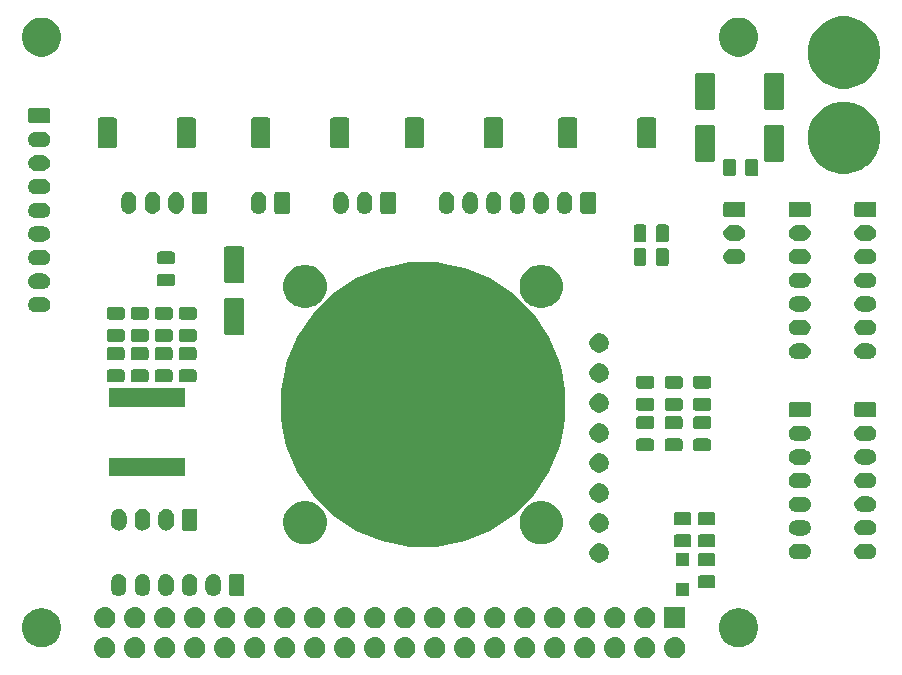
<source format=gbr>
G04 #@! TF.GenerationSoftware,KiCad,Pcbnew,(5.1.4)-1*
G04 #@! TF.CreationDate,2021-11-19T08:14:28-06:00*
G04 #@! TF.ProjectId,RascalHat,52617363-616c-4486-9174-2e6b69636164,rev?*
G04 #@! TF.SameCoordinates,Original*
G04 #@! TF.FileFunction,Soldermask,Top*
G04 #@! TF.FilePolarity,Negative*
%FSLAX46Y46*%
G04 Gerber Fmt 4.6, Leading zero omitted, Abs format (unit mm)*
G04 Created by KiCad (PCBNEW (5.1.4)-1) date 2021-11-19 08:14:28*
%MOMM*%
%LPD*%
G04 APERTURE LIST*
%ADD10C,0.100000*%
G04 APERTURE END LIST*
D10*
G36*
X56720442Y-53795518D02*
G01*
X56786627Y-53802037D01*
X56956466Y-53853557D01*
X57112991Y-53937222D01*
X57148729Y-53966552D01*
X57250186Y-54049814D01*
X57333448Y-54151271D01*
X57362778Y-54187009D01*
X57362779Y-54187011D01*
X57413775Y-54282416D01*
X57446443Y-54343534D01*
X57497963Y-54513373D01*
X57515359Y-54690000D01*
X57497963Y-54866627D01*
X57446443Y-55036466D01*
X57362778Y-55192991D01*
X57333448Y-55228729D01*
X57250186Y-55330186D01*
X57148729Y-55413448D01*
X57112991Y-55442778D01*
X56956466Y-55526443D01*
X56786627Y-55577963D01*
X56720443Y-55584481D01*
X56654260Y-55591000D01*
X56565740Y-55591000D01*
X56499557Y-55584481D01*
X56433373Y-55577963D01*
X56263534Y-55526443D01*
X56107009Y-55442778D01*
X56071271Y-55413448D01*
X55969814Y-55330186D01*
X55886552Y-55228729D01*
X55857222Y-55192991D01*
X55773557Y-55036466D01*
X55722037Y-54866627D01*
X55704641Y-54690000D01*
X55722037Y-54513373D01*
X55773557Y-54343534D01*
X55806226Y-54282416D01*
X55857221Y-54187011D01*
X55857222Y-54187009D01*
X55886552Y-54151271D01*
X55969814Y-54049814D01*
X56071271Y-53966552D01*
X56107009Y-53937222D01*
X56263534Y-53853557D01*
X56433373Y-53802037D01*
X56499558Y-53795518D01*
X56565740Y-53789000D01*
X56654260Y-53789000D01*
X56720442Y-53795518D01*
X56720442Y-53795518D01*
G37*
G36*
X33860442Y-53795518D02*
G01*
X33926627Y-53802037D01*
X34096466Y-53853557D01*
X34252991Y-53937222D01*
X34288729Y-53966552D01*
X34390186Y-54049814D01*
X34473448Y-54151271D01*
X34502778Y-54187009D01*
X34502779Y-54187011D01*
X34553775Y-54282416D01*
X34586443Y-54343534D01*
X34637963Y-54513373D01*
X34655359Y-54690000D01*
X34637963Y-54866627D01*
X34586443Y-55036466D01*
X34502778Y-55192991D01*
X34473448Y-55228729D01*
X34390186Y-55330186D01*
X34288729Y-55413448D01*
X34252991Y-55442778D01*
X34096466Y-55526443D01*
X33926627Y-55577963D01*
X33860443Y-55584481D01*
X33794260Y-55591000D01*
X33705740Y-55591000D01*
X33639557Y-55584481D01*
X33573373Y-55577963D01*
X33403534Y-55526443D01*
X33247009Y-55442778D01*
X33211271Y-55413448D01*
X33109814Y-55330186D01*
X33026552Y-55228729D01*
X32997222Y-55192991D01*
X32913557Y-55036466D01*
X32862037Y-54866627D01*
X32844641Y-54690000D01*
X32862037Y-54513373D01*
X32913557Y-54343534D01*
X32946226Y-54282416D01*
X32997221Y-54187011D01*
X32997222Y-54187009D01*
X33026552Y-54151271D01*
X33109814Y-54049814D01*
X33211271Y-53966552D01*
X33247009Y-53937222D01*
X33403534Y-53853557D01*
X33573373Y-53802037D01*
X33639558Y-53795518D01*
X33705740Y-53789000D01*
X33794260Y-53789000D01*
X33860442Y-53795518D01*
X33860442Y-53795518D01*
G37*
G36*
X21160442Y-53795518D02*
G01*
X21226627Y-53802037D01*
X21396466Y-53853557D01*
X21552991Y-53937222D01*
X21588729Y-53966552D01*
X21690186Y-54049814D01*
X21773448Y-54151271D01*
X21802778Y-54187009D01*
X21802779Y-54187011D01*
X21853775Y-54282416D01*
X21886443Y-54343534D01*
X21937963Y-54513373D01*
X21955359Y-54690000D01*
X21937963Y-54866627D01*
X21886443Y-55036466D01*
X21802778Y-55192991D01*
X21773448Y-55228729D01*
X21690186Y-55330186D01*
X21588729Y-55413448D01*
X21552991Y-55442778D01*
X21396466Y-55526443D01*
X21226627Y-55577963D01*
X21160443Y-55584481D01*
X21094260Y-55591000D01*
X21005740Y-55591000D01*
X20939557Y-55584481D01*
X20873373Y-55577963D01*
X20703534Y-55526443D01*
X20547009Y-55442778D01*
X20511271Y-55413448D01*
X20409814Y-55330186D01*
X20326552Y-55228729D01*
X20297222Y-55192991D01*
X20213557Y-55036466D01*
X20162037Y-54866627D01*
X20144641Y-54690000D01*
X20162037Y-54513373D01*
X20213557Y-54343534D01*
X20246226Y-54282416D01*
X20297221Y-54187011D01*
X20297222Y-54187009D01*
X20326552Y-54151271D01*
X20409814Y-54049814D01*
X20511271Y-53966552D01*
X20547009Y-53937222D01*
X20703534Y-53853557D01*
X20873373Y-53802037D01*
X20939558Y-53795518D01*
X21005740Y-53789000D01*
X21094260Y-53789000D01*
X21160442Y-53795518D01*
X21160442Y-53795518D01*
G37*
G36*
X18620442Y-53795518D02*
G01*
X18686627Y-53802037D01*
X18856466Y-53853557D01*
X19012991Y-53937222D01*
X19048729Y-53966552D01*
X19150186Y-54049814D01*
X19233448Y-54151271D01*
X19262778Y-54187009D01*
X19262779Y-54187011D01*
X19313775Y-54282416D01*
X19346443Y-54343534D01*
X19397963Y-54513373D01*
X19415359Y-54690000D01*
X19397963Y-54866627D01*
X19346443Y-55036466D01*
X19262778Y-55192991D01*
X19233448Y-55228729D01*
X19150186Y-55330186D01*
X19048729Y-55413448D01*
X19012991Y-55442778D01*
X18856466Y-55526443D01*
X18686627Y-55577963D01*
X18620443Y-55584481D01*
X18554260Y-55591000D01*
X18465740Y-55591000D01*
X18399557Y-55584481D01*
X18333373Y-55577963D01*
X18163534Y-55526443D01*
X18007009Y-55442778D01*
X17971271Y-55413448D01*
X17869814Y-55330186D01*
X17786552Y-55228729D01*
X17757222Y-55192991D01*
X17673557Y-55036466D01*
X17622037Y-54866627D01*
X17604641Y-54690000D01*
X17622037Y-54513373D01*
X17673557Y-54343534D01*
X17706226Y-54282416D01*
X17757221Y-54187011D01*
X17757222Y-54187009D01*
X17786552Y-54151271D01*
X17869814Y-54049814D01*
X17971271Y-53966552D01*
X18007009Y-53937222D01*
X18163534Y-53853557D01*
X18333373Y-53802037D01*
X18399558Y-53795518D01*
X18465740Y-53789000D01*
X18554260Y-53789000D01*
X18620442Y-53795518D01*
X18620442Y-53795518D01*
G37*
G36*
X16080442Y-53795518D02*
G01*
X16146627Y-53802037D01*
X16316466Y-53853557D01*
X16472991Y-53937222D01*
X16508729Y-53966552D01*
X16610186Y-54049814D01*
X16693448Y-54151271D01*
X16722778Y-54187009D01*
X16722779Y-54187011D01*
X16773775Y-54282416D01*
X16806443Y-54343534D01*
X16857963Y-54513373D01*
X16875359Y-54690000D01*
X16857963Y-54866627D01*
X16806443Y-55036466D01*
X16722778Y-55192991D01*
X16693448Y-55228729D01*
X16610186Y-55330186D01*
X16508729Y-55413448D01*
X16472991Y-55442778D01*
X16316466Y-55526443D01*
X16146627Y-55577963D01*
X16080443Y-55584481D01*
X16014260Y-55591000D01*
X15925740Y-55591000D01*
X15859557Y-55584481D01*
X15793373Y-55577963D01*
X15623534Y-55526443D01*
X15467009Y-55442778D01*
X15431271Y-55413448D01*
X15329814Y-55330186D01*
X15246552Y-55228729D01*
X15217222Y-55192991D01*
X15133557Y-55036466D01*
X15082037Y-54866627D01*
X15064641Y-54690000D01*
X15082037Y-54513373D01*
X15133557Y-54343534D01*
X15166226Y-54282416D01*
X15217221Y-54187011D01*
X15217222Y-54187009D01*
X15246552Y-54151271D01*
X15329814Y-54049814D01*
X15431271Y-53966552D01*
X15467009Y-53937222D01*
X15623534Y-53853557D01*
X15793373Y-53802037D01*
X15859558Y-53795518D01*
X15925740Y-53789000D01*
X16014260Y-53789000D01*
X16080442Y-53795518D01*
X16080442Y-53795518D01*
G37*
G36*
X13540442Y-53795518D02*
G01*
X13606627Y-53802037D01*
X13776466Y-53853557D01*
X13932991Y-53937222D01*
X13968729Y-53966552D01*
X14070186Y-54049814D01*
X14153448Y-54151271D01*
X14182778Y-54187009D01*
X14182779Y-54187011D01*
X14233775Y-54282416D01*
X14266443Y-54343534D01*
X14317963Y-54513373D01*
X14335359Y-54690000D01*
X14317963Y-54866627D01*
X14266443Y-55036466D01*
X14182778Y-55192991D01*
X14153448Y-55228729D01*
X14070186Y-55330186D01*
X13968729Y-55413448D01*
X13932991Y-55442778D01*
X13776466Y-55526443D01*
X13606627Y-55577963D01*
X13540443Y-55584481D01*
X13474260Y-55591000D01*
X13385740Y-55591000D01*
X13319557Y-55584481D01*
X13253373Y-55577963D01*
X13083534Y-55526443D01*
X12927009Y-55442778D01*
X12891271Y-55413448D01*
X12789814Y-55330186D01*
X12706552Y-55228729D01*
X12677222Y-55192991D01*
X12593557Y-55036466D01*
X12542037Y-54866627D01*
X12524641Y-54690000D01*
X12542037Y-54513373D01*
X12593557Y-54343534D01*
X12626226Y-54282416D01*
X12677221Y-54187011D01*
X12677222Y-54187009D01*
X12706552Y-54151271D01*
X12789814Y-54049814D01*
X12891271Y-53966552D01*
X12927009Y-53937222D01*
X13083534Y-53853557D01*
X13253373Y-53802037D01*
X13319558Y-53795518D01*
X13385740Y-53789000D01*
X13474260Y-53789000D01*
X13540442Y-53795518D01*
X13540442Y-53795518D01*
G37*
G36*
X11000442Y-53795518D02*
G01*
X11066627Y-53802037D01*
X11236466Y-53853557D01*
X11392991Y-53937222D01*
X11428729Y-53966552D01*
X11530186Y-54049814D01*
X11613448Y-54151271D01*
X11642778Y-54187009D01*
X11642779Y-54187011D01*
X11693775Y-54282416D01*
X11726443Y-54343534D01*
X11777963Y-54513373D01*
X11795359Y-54690000D01*
X11777963Y-54866627D01*
X11726443Y-55036466D01*
X11642778Y-55192991D01*
X11613448Y-55228729D01*
X11530186Y-55330186D01*
X11428729Y-55413448D01*
X11392991Y-55442778D01*
X11236466Y-55526443D01*
X11066627Y-55577963D01*
X11000443Y-55584481D01*
X10934260Y-55591000D01*
X10845740Y-55591000D01*
X10779557Y-55584481D01*
X10713373Y-55577963D01*
X10543534Y-55526443D01*
X10387009Y-55442778D01*
X10351271Y-55413448D01*
X10249814Y-55330186D01*
X10166552Y-55228729D01*
X10137222Y-55192991D01*
X10053557Y-55036466D01*
X10002037Y-54866627D01*
X9984641Y-54690000D01*
X10002037Y-54513373D01*
X10053557Y-54343534D01*
X10086226Y-54282416D01*
X10137221Y-54187011D01*
X10137222Y-54187009D01*
X10166552Y-54151271D01*
X10249814Y-54049814D01*
X10351271Y-53966552D01*
X10387009Y-53937222D01*
X10543534Y-53853557D01*
X10713373Y-53802037D01*
X10779558Y-53795518D01*
X10845740Y-53789000D01*
X10934260Y-53789000D01*
X11000442Y-53795518D01*
X11000442Y-53795518D01*
G37*
G36*
X8460442Y-53795518D02*
G01*
X8526627Y-53802037D01*
X8696466Y-53853557D01*
X8852991Y-53937222D01*
X8888729Y-53966552D01*
X8990186Y-54049814D01*
X9073448Y-54151271D01*
X9102778Y-54187009D01*
X9102779Y-54187011D01*
X9153775Y-54282416D01*
X9186443Y-54343534D01*
X9237963Y-54513373D01*
X9255359Y-54690000D01*
X9237963Y-54866627D01*
X9186443Y-55036466D01*
X9102778Y-55192991D01*
X9073448Y-55228729D01*
X8990186Y-55330186D01*
X8888729Y-55413448D01*
X8852991Y-55442778D01*
X8696466Y-55526443D01*
X8526627Y-55577963D01*
X8460443Y-55584481D01*
X8394260Y-55591000D01*
X8305740Y-55591000D01*
X8239557Y-55584481D01*
X8173373Y-55577963D01*
X8003534Y-55526443D01*
X7847009Y-55442778D01*
X7811271Y-55413448D01*
X7709814Y-55330186D01*
X7626552Y-55228729D01*
X7597222Y-55192991D01*
X7513557Y-55036466D01*
X7462037Y-54866627D01*
X7444641Y-54690000D01*
X7462037Y-54513373D01*
X7513557Y-54343534D01*
X7546226Y-54282416D01*
X7597221Y-54187011D01*
X7597222Y-54187009D01*
X7626552Y-54151271D01*
X7709814Y-54049814D01*
X7811271Y-53966552D01*
X7847009Y-53937222D01*
X8003534Y-53853557D01*
X8173373Y-53802037D01*
X8239558Y-53795518D01*
X8305740Y-53789000D01*
X8394260Y-53789000D01*
X8460442Y-53795518D01*
X8460442Y-53795518D01*
G37*
G36*
X23700442Y-53795518D02*
G01*
X23766627Y-53802037D01*
X23936466Y-53853557D01*
X24092991Y-53937222D01*
X24128729Y-53966552D01*
X24230186Y-54049814D01*
X24313448Y-54151271D01*
X24342778Y-54187009D01*
X24342779Y-54187011D01*
X24393775Y-54282416D01*
X24426443Y-54343534D01*
X24477963Y-54513373D01*
X24495359Y-54690000D01*
X24477963Y-54866627D01*
X24426443Y-55036466D01*
X24342778Y-55192991D01*
X24313448Y-55228729D01*
X24230186Y-55330186D01*
X24128729Y-55413448D01*
X24092991Y-55442778D01*
X23936466Y-55526443D01*
X23766627Y-55577963D01*
X23700443Y-55584481D01*
X23634260Y-55591000D01*
X23545740Y-55591000D01*
X23479557Y-55584481D01*
X23413373Y-55577963D01*
X23243534Y-55526443D01*
X23087009Y-55442778D01*
X23051271Y-55413448D01*
X22949814Y-55330186D01*
X22866552Y-55228729D01*
X22837222Y-55192991D01*
X22753557Y-55036466D01*
X22702037Y-54866627D01*
X22684641Y-54690000D01*
X22702037Y-54513373D01*
X22753557Y-54343534D01*
X22786226Y-54282416D01*
X22837221Y-54187011D01*
X22837222Y-54187009D01*
X22866552Y-54151271D01*
X22949814Y-54049814D01*
X23051271Y-53966552D01*
X23087009Y-53937222D01*
X23243534Y-53853557D01*
X23413373Y-53802037D01*
X23479558Y-53795518D01*
X23545740Y-53789000D01*
X23634260Y-53789000D01*
X23700442Y-53795518D01*
X23700442Y-53795518D01*
G37*
G36*
X26240442Y-53795518D02*
G01*
X26306627Y-53802037D01*
X26476466Y-53853557D01*
X26632991Y-53937222D01*
X26668729Y-53966552D01*
X26770186Y-54049814D01*
X26853448Y-54151271D01*
X26882778Y-54187009D01*
X26882779Y-54187011D01*
X26933775Y-54282416D01*
X26966443Y-54343534D01*
X27017963Y-54513373D01*
X27035359Y-54690000D01*
X27017963Y-54866627D01*
X26966443Y-55036466D01*
X26882778Y-55192991D01*
X26853448Y-55228729D01*
X26770186Y-55330186D01*
X26668729Y-55413448D01*
X26632991Y-55442778D01*
X26476466Y-55526443D01*
X26306627Y-55577963D01*
X26240443Y-55584481D01*
X26174260Y-55591000D01*
X26085740Y-55591000D01*
X26019557Y-55584481D01*
X25953373Y-55577963D01*
X25783534Y-55526443D01*
X25627009Y-55442778D01*
X25591271Y-55413448D01*
X25489814Y-55330186D01*
X25406552Y-55228729D01*
X25377222Y-55192991D01*
X25293557Y-55036466D01*
X25242037Y-54866627D01*
X25224641Y-54690000D01*
X25242037Y-54513373D01*
X25293557Y-54343534D01*
X25326226Y-54282416D01*
X25377221Y-54187011D01*
X25377222Y-54187009D01*
X25406552Y-54151271D01*
X25489814Y-54049814D01*
X25591271Y-53966552D01*
X25627009Y-53937222D01*
X25783534Y-53853557D01*
X25953373Y-53802037D01*
X26019558Y-53795518D01*
X26085740Y-53789000D01*
X26174260Y-53789000D01*
X26240442Y-53795518D01*
X26240442Y-53795518D01*
G37*
G36*
X28780442Y-53795518D02*
G01*
X28846627Y-53802037D01*
X29016466Y-53853557D01*
X29172991Y-53937222D01*
X29208729Y-53966552D01*
X29310186Y-54049814D01*
X29393448Y-54151271D01*
X29422778Y-54187009D01*
X29422779Y-54187011D01*
X29473775Y-54282416D01*
X29506443Y-54343534D01*
X29557963Y-54513373D01*
X29575359Y-54690000D01*
X29557963Y-54866627D01*
X29506443Y-55036466D01*
X29422778Y-55192991D01*
X29393448Y-55228729D01*
X29310186Y-55330186D01*
X29208729Y-55413448D01*
X29172991Y-55442778D01*
X29016466Y-55526443D01*
X28846627Y-55577963D01*
X28780443Y-55584481D01*
X28714260Y-55591000D01*
X28625740Y-55591000D01*
X28559557Y-55584481D01*
X28493373Y-55577963D01*
X28323534Y-55526443D01*
X28167009Y-55442778D01*
X28131271Y-55413448D01*
X28029814Y-55330186D01*
X27946552Y-55228729D01*
X27917222Y-55192991D01*
X27833557Y-55036466D01*
X27782037Y-54866627D01*
X27764641Y-54690000D01*
X27782037Y-54513373D01*
X27833557Y-54343534D01*
X27866226Y-54282416D01*
X27917221Y-54187011D01*
X27917222Y-54187009D01*
X27946552Y-54151271D01*
X28029814Y-54049814D01*
X28131271Y-53966552D01*
X28167009Y-53937222D01*
X28323534Y-53853557D01*
X28493373Y-53802037D01*
X28559558Y-53795518D01*
X28625740Y-53789000D01*
X28714260Y-53789000D01*
X28780442Y-53795518D01*
X28780442Y-53795518D01*
G37*
G36*
X36400442Y-53795518D02*
G01*
X36466627Y-53802037D01*
X36636466Y-53853557D01*
X36792991Y-53937222D01*
X36828729Y-53966552D01*
X36930186Y-54049814D01*
X37013448Y-54151271D01*
X37042778Y-54187009D01*
X37042779Y-54187011D01*
X37093775Y-54282416D01*
X37126443Y-54343534D01*
X37177963Y-54513373D01*
X37195359Y-54690000D01*
X37177963Y-54866627D01*
X37126443Y-55036466D01*
X37042778Y-55192991D01*
X37013448Y-55228729D01*
X36930186Y-55330186D01*
X36828729Y-55413448D01*
X36792991Y-55442778D01*
X36636466Y-55526443D01*
X36466627Y-55577963D01*
X36400443Y-55584481D01*
X36334260Y-55591000D01*
X36245740Y-55591000D01*
X36179557Y-55584481D01*
X36113373Y-55577963D01*
X35943534Y-55526443D01*
X35787009Y-55442778D01*
X35751271Y-55413448D01*
X35649814Y-55330186D01*
X35566552Y-55228729D01*
X35537222Y-55192991D01*
X35453557Y-55036466D01*
X35402037Y-54866627D01*
X35384641Y-54690000D01*
X35402037Y-54513373D01*
X35453557Y-54343534D01*
X35486226Y-54282416D01*
X35537221Y-54187011D01*
X35537222Y-54187009D01*
X35566552Y-54151271D01*
X35649814Y-54049814D01*
X35751271Y-53966552D01*
X35787009Y-53937222D01*
X35943534Y-53853557D01*
X36113373Y-53802037D01*
X36179558Y-53795518D01*
X36245740Y-53789000D01*
X36334260Y-53789000D01*
X36400442Y-53795518D01*
X36400442Y-53795518D01*
G37*
G36*
X31320442Y-53795518D02*
G01*
X31386627Y-53802037D01*
X31556466Y-53853557D01*
X31712991Y-53937222D01*
X31748729Y-53966552D01*
X31850186Y-54049814D01*
X31933448Y-54151271D01*
X31962778Y-54187009D01*
X31962779Y-54187011D01*
X32013775Y-54282416D01*
X32046443Y-54343534D01*
X32097963Y-54513373D01*
X32115359Y-54690000D01*
X32097963Y-54866627D01*
X32046443Y-55036466D01*
X31962778Y-55192991D01*
X31933448Y-55228729D01*
X31850186Y-55330186D01*
X31748729Y-55413448D01*
X31712991Y-55442778D01*
X31556466Y-55526443D01*
X31386627Y-55577963D01*
X31320443Y-55584481D01*
X31254260Y-55591000D01*
X31165740Y-55591000D01*
X31099557Y-55584481D01*
X31033373Y-55577963D01*
X30863534Y-55526443D01*
X30707009Y-55442778D01*
X30671271Y-55413448D01*
X30569814Y-55330186D01*
X30486552Y-55228729D01*
X30457222Y-55192991D01*
X30373557Y-55036466D01*
X30322037Y-54866627D01*
X30304641Y-54690000D01*
X30322037Y-54513373D01*
X30373557Y-54343534D01*
X30406226Y-54282416D01*
X30457221Y-54187011D01*
X30457222Y-54187009D01*
X30486552Y-54151271D01*
X30569814Y-54049814D01*
X30671271Y-53966552D01*
X30707009Y-53937222D01*
X30863534Y-53853557D01*
X31033373Y-53802037D01*
X31099558Y-53795518D01*
X31165740Y-53789000D01*
X31254260Y-53789000D01*
X31320442Y-53795518D01*
X31320442Y-53795518D01*
G37*
G36*
X54180442Y-53795518D02*
G01*
X54246627Y-53802037D01*
X54416466Y-53853557D01*
X54572991Y-53937222D01*
X54608729Y-53966552D01*
X54710186Y-54049814D01*
X54793448Y-54151271D01*
X54822778Y-54187009D01*
X54822779Y-54187011D01*
X54873775Y-54282416D01*
X54906443Y-54343534D01*
X54957963Y-54513373D01*
X54975359Y-54690000D01*
X54957963Y-54866627D01*
X54906443Y-55036466D01*
X54822778Y-55192991D01*
X54793448Y-55228729D01*
X54710186Y-55330186D01*
X54608729Y-55413448D01*
X54572991Y-55442778D01*
X54416466Y-55526443D01*
X54246627Y-55577963D01*
X54180443Y-55584481D01*
X54114260Y-55591000D01*
X54025740Y-55591000D01*
X53959557Y-55584481D01*
X53893373Y-55577963D01*
X53723534Y-55526443D01*
X53567009Y-55442778D01*
X53531271Y-55413448D01*
X53429814Y-55330186D01*
X53346552Y-55228729D01*
X53317222Y-55192991D01*
X53233557Y-55036466D01*
X53182037Y-54866627D01*
X53164641Y-54690000D01*
X53182037Y-54513373D01*
X53233557Y-54343534D01*
X53266226Y-54282416D01*
X53317221Y-54187011D01*
X53317222Y-54187009D01*
X53346552Y-54151271D01*
X53429814Y-54049814D01*
X53531271Y-53966552D01*
X53567009Y-53937222D01*
X53723534Y-53853557D01*
X53893373Y-53802037D01*
X53959558Y-53795518D01*
X54025740Y-53789000D01*
X54114260Y-53789000D01*
X54180442Y-53795518D01*
X54180442Y-53795518D01*
G37*
G36*
X51640442Y-53795518D02*
G01*
X51706627Y-53802037D01*
X51876466Y-53853557D01*
X52032991Y-53937222D01*
X52068729Y-53966552D01*
X52170186Y-54049814D01*
X52253448Y-54151271D01*
X52282778Y-54187009D01*
X52282779Y-54187011D01*
X52333775Y-54282416D01*
X52366443Y-54343534D01*
X52417963Y-54513373D01*
X52435359Y-54690000D01*
X52417963Y-54866627D01*
X52366443Y-55036466D01*
X52282778Y-55192991D01*
X52253448Y-55228729D01*
X52170186Y-55330186D01*
X52068729Y-55413448D01*
X52032991Y-55442778D01*
X51876466Y-55526443D01*
X51706627Y-55577963D01*
X51640443Y-55584481D01*
X51574260Y-55591000D01*
X51485740Y-55591000D01*
X51419557Y-55584481D01*
X51353373Y-55577963D01*
X51183534Y-55526443D01*
X51027009Y-55442778D01*
X50991271Y-55413448D01*
X50889814Y-55330186D01*
X50806552Y-55228729D01*
X50777222Y-55192991D01*
X50693557Y-55036466D01*
X50642037Y-54866627D01*
X50624641Y-54690000D01*
X50642037Y-54513373D01*
X50693557Y-54343534D01*
X50726226Y-54282416D01*
X50777221Y-54187011D01*
X50777222Y-54187009D01*
X50806552Y-54151271D01*
X50889814Y-54049814D01*
X50991271Y-53966552D01*
X51027009Y-53937222D01*
X51183534Y-53853557D01*
X51353373Y-53802037D01*
X51419558Y-53795518D01*
X51485740Y-53789000D01*
X51574260Y-53789000D01*
X51640442Y-53795518D01*
X51640442Y-53795518D01*
G37*
G36*
X49100442Y-53795518D02*
G01*
X49166627Y-53802037D01*
X49336466Y-53853557D01*
X49492991Y-53937222D01*
X49528729Y-53966552D01*
X49630186Y-54049814D01*
X49713448Y-54151271D01*
X49742778Y-54187009D01*
X49742779Y-54187011D01*
X49793775Y-54282416D01*
X49826443Y-54343534D01*
X49877963Y-54513373D01*
X49895359Y-54690000D01*
X49877963Y-54866627D01*
X49826443Y-55036466D01*
X49742778Y-55192991D01*
X49713448Y-55228729D01*
X49630186Y-55330186D01*
X49528729Y-55413448D01*
X49492991Y-55442778D01*
X49336466Y-55526443D01*
X49166627Y-55577963D01*
X49100443Y-55584481D01*
X49034260Y-55591000D01*
X48945740Y-55591000D01*
X48879557Y-55584481D01*
X48813373Y-55577963D01*
X48643534Y-55526443D01*
X48487009Y-55442778D01*
X48451271Y-55413448D01*
X48349814Y-55330186D01*
X48266552Y-55228729D01*
X48237222Y-55192991D01*
X48153557Y-55036466D01*
X48102037Y-54866627D01*
X48084641Y-54690000D01*
X48102037Y-54513373D01*
X48153557Y-54343534D01*
X48186226Y-54282416D01*
X48237221Y-54187011D01*
X48237222Y-54187009D01*
X48266552Y-54151271D01*
X48349814Y-54049814D01*
X48451271Y-53966552D01*
X48487009Y-53937222D01*
X48643534Y-53853557D01*
X48813373Y-53802037D01*
X48879558Y-53795518D01*
X48945740Y-53789000D01*
X49034260Y-53789000D01*
X49100442Y-53795518D01*
X49100442Y-53795518D01*
G37*
G36*
X44020442Y-53795518D02*
G01*
X44086627Y-53802037D01*
X44256466Y-53853557D01*
X44412991Y-53937222D01*
X44448729Y-53966552D01*
X44550186Y-54049814D01*
X44633448Y-54151271D01*
X44662778Y-54187009D01*
X44662779Y-54187011D01*
X44713775Y-54282416D01*
X44746443Y-54343534D01*
X44797963Y-54513373D01*
X44815359Y-54690000D01*
X44797963Y-54866627D01*
X44746443Y-55036466D01*
X44662778Y-55192991D01*
X44633448Y-55228729D01*
X44550186Y-55330186D01*
X44448729Y-55413448D01*
X44412991Y-55442778D01*
X44256466Y-55526443D01*
X44086627Y-55577963D01*
X44020443Y-55584481D01*
X43954260Y-55591000D01*
X43865740Y-55591000D01*
X43799557Y-55584481D01*
X43733373Y-55577963D01*
X43563534Y-55526443D01*
X43407009Y-55442778D01*
X43371271Y-55413448D01*
X43269814Y-55330186D01*
X43186552Y-55228729D01*
X43157222Y-55192991D01*
X43073557Y-55036466D01*
X43022037Y-54866627D01*
X43004641Y-54690000D01*
X43022037Y-54513373D01*
X43073557Y-54343534D01*
X43106226Y-54282416D01*
X43157221Y-54187011D01*
X43157222Y-54187009D01*
X43186552Y-54151271D01*
X43269814Y-54049814D01*
X43371271Y-53966552D01*
X43407009Y-53937222D01*
X43563534Y-53853557D01*
X43733373Y-53802037D01*
X43799558Y-53795518D01*
X43865740Y-53789000D01*
X43954260Y-53789000D01*
X44020442Y-53795518D01*
X44020442Y-53795518D01*
G37*
G36*
X41480442Y-53795518D02*
G01*
X41546627Y-53802037D01*
X41716466Y-53853557D01*
X41872991Y-53937222D01*
X41908729Y-53966552D01*
X42010186Y-54049814D01*
X42093448Y-54151271D01*
X42122778Y-54187009D01*
X42122779Y-54187011D01*
X42173775Y-54282416D01*
X42206443Y-54343534D01*
X42257963Y-54513373D01*
X42275359Y-54690000D01*
X42257963Y-54866627D01*
X42206443Y-55036466D01*
X42122778Y-55192991D01*
X42093448Y-55228729D01*
X42010186Y-55330186D01*
X41908729Y-55413448D01*
X41872991Y-55442778D01*
X41716466Y-55526443D01*
X41546627Y-55577963D01*
X41480443Y-55584481D01*
X41414260Y-55591000D01*
X41325740Y-55591000D01*
X41259557Y-55584481D01*
X41193373Y-55577963D01*
X41023534Y-55526443D01*
X40867009Y-55442778D01*
X40831271Y-55413448D01*
X40729814Y-55330186D01*
X40646552Y-55228729D01*
X40617222Y-55192991D01*
X40533557Y-55036466D01*
X40482037Y-54866627D01*
X40464641Y-54690000D01*
X40482037Y-54513373D01*
X40533557Y-54343534D01*
X40566226Y-54282416D01*
X40617221Y-54187011D01*
X40617222Y-54187009D01*
X40646552Y-54151271D01*
X40729814Y-54049814D01*
X40831271Y-53966552D01*
X40867009Y-53937222D01*
X41023534Y-53853557D01*
X41193373Y-53802037D01*
X41259558Y-53795518D01*
X41325740Y-53789000D01*
X41414260Y-53789000D01*
X41480442Y-53795518D01*
X41480442Y-53795518D01*
G37*
G36*
X38940442Y-53795518D02*
G01*
X39006627Y-53802037D01*
X39176466Y-53853557D01*
X39332991Y-53937222D01*
X39368729Y-53966552D01*
X39470186Y-54049814D01*
X39553448Y-54151271D01*
X39582778Y-54187009D01*
X39582779Y-54187011D01*
X39633775Y-54282416D01*
X39666443Y-54343534D01*
X39717963Y-54513373D01*
X39735359Y-54690000D01*
X39717963Y-54866627D01*
X39666443Y-55036466D01*
X39582778Y-55192991D01*
X39553448Y-55228729D01*
X39470186Y-55330186D01*
X39368729Y-55413448D01*
X39332991Y-55442778D01*
X39176466Y-55526443D01*
X39006627Y-55577963D01*
X38940443Y-55584481D01*
X38874260Y-55591000D01*
X38785740Y-55591000D01*
X38719557Y-55584481D01*
X38653373Y-55577963D01*
X38483534Y-55526443D01*
X38327009Y-55442778D01*
X38291271Y-55413448D01*
X38189814Y-55330186D01*
X38106552Y-55228729D01*
X38077222Y-55192991D01*
X37993557Y-55036466D01*
X37942037Y-54866627D01*
X37924641Y-54690000D01*
X37942037Y-54513373D01*
X37993557Y-54343534D01*
X38026226Y-54282416D01*
X38077221Y-54187011D01*
X38077222Y-54187009D01*
X38106552Y-54151271D01*
X38189814Y-54049814D01*
X38291271Y-53966552D01*
X38327009Y-53937222D01*
X38483534Y-53853557D01*
X38653373Y-53802037D01*
X38719558Y-53795518D01*
X38785740Y-53789000D01*
X38874260Y-53789000D01*
X38940442Y-53795518D01*
X38940442Y-53795518D01*
G37*
G36*
X46560442Y-53795518D02*
G01*
X46626627Y-53802037D01*
X46796466Y-53853557D01*
X46952991Y-53937222D01*
X46988729Y-53966552D01*
X47090186Y-54049814D01*
X47173448Y-54151271D01*
X47202778Y-54187009D01*
X47202779Y-54187011D01*
X47253775Y-54282416D01*
X47286443Y-54343534D01*
X47337963Y-54513373D01*
X47355359Y-54690000D01*
X47337963Y-54866627D01*
X47286443Y-55036466D01*
X47202778Y-55192991D01*
X47173448Y-55228729D01*
X47090186Y-55330186D01*
X46988729Y-55413448D01*
X46952991Y-55442778D01*
X46796466Y-55526443D01*
X46626627Y-55577963D01*
X46560443Y-55584481D01*
X46494260Y-55591000D01*
X46405740Y-55591000D01*
X46339557Y-55584481D01*
X46273373Y-55577963D01*
X46103534Y-55526443D01*
X45947009Y-55442778D01*
X45911271Y-55413448D01*
X45809814Y-55330186D01*
X45726552Y-55228729D01*
X45697222Y-55192991D01*
X45613557Y-55036466D01*
X45562037Y-54866627D01*
X45544641Y-54690000D01*
X45562037Y-54513373D01*
X45613557Y-54343534D01*
X45646226Y-54282416D01*
X45697221Y-54187011D01*
X45697222Y-54187009D01*
X45726552Y-54151271D01*
X45809814Y-54049814D01*
X45911271Y-53966552D01*
X45947009Y-53937222D01*
X46103534Y-53853557D01*
X46273373Y-53802037D01*
X46339558Y-53795518D01*
X46405740Y-53789000D01*
X46494260Y-53789000D01*
X46560442Y-53795518D01*
X46560442Y-53795518D01*
G37*
G36*
X3375256Y-51391298D02*
G01*
X3481579Y-51412447D01*
X3694037Y-51500450D01*
X3716644Y-51509814D01*
X3782042Y-51536903D01*
X4052451Y-51717585D01*
X4282415Y-51947549D01*
X4463097Y-52217958D01*
X4578460Y-52496468D01*
X4587553Y-52518422D01*
X4641611Y-52790186D01*
X4651000Y-52837391D01*
X4651000Y-53162609D01*
X4587553Y-53481579D01*
X4463097Y-53782042D01*
X4282415Y-54052451D01*
X4052451Y-54282415D01*
X3782042Y-54463097D01*
X3481579Y-54587553D01*
X3375256Y-54608702D01*
X3162611Y-54651000D01*
X2837389Y-54651000D01*
X2624744Y-54608702D01*
X2518421Y-54587553D01*
X2217958Y-54463097D01*
X1947549Y-54282415D01*
X1717585Y-54052451D01*
X1536903Y-53782042D01*
X1412447Y-53481579D01*
X1349000Y-53162609D01*
X1349000Y-52837391D01*
X1358390Y-52790186D01*
X1412447Y-52518422D01*
X1421541Y-52496468D01*
X1536903Y-52217958D01*
X1717585Y-51947549D01*
X1947549Y-51717585D01*
X2217958Y-51536903D01*
X2283357Y-51509814D01*
X2305963Y-51500450D01*
X2518421Y-51412447D01*
X2624744Y-51391298D01*
X2837389Y-51349000D01*
X3162611Y-51349000D01*
X3375256Y-51391298D01*
X3375256Y-51391298D01*
G37*
G36*
X62375256Y-51391298D02*
G01*
X62481579Y-51412447D01*
X62694037Y-51500450D01*
X62716644Y-51509814D01*
X62782042Y-51536903D01*
X63052451Y-51717585D01*
X63282415Y-51947549D01*
X63463097Y-52217958D01*
X63578460Y-52496468D01*
X63587553Y-52518422D01*
X63641611Y-52790186D01*
X63651000Y-52837391D01*
X63651000Y-53162609D01*
X63587553Y-53481579D01*
X63463097Y-53782042D01*
X63282415Y-54052451D01*
X63052451Y-54282415D01*
X62782042Y-54463097D01*
X62481579Y-54587553D01*
X62375256Y-54608702D01*
X62162611Y-54651000D01*
X61837389Y-54651000D01*
X61624744Y-54608702D01*
X61518421Y-54587553D01*
X61217958Y-54463097D01*
X60947549Y-54282415D01*
X60717585Y-54052451D01*
X60536903Y-53782042D01*
X60412447Y-53481579D01*
X60349000Y-53162609D01*
X60349000Y-52837391D01*
X60358390Y-52790186D01*
X60412447Y-52518422D01*
X60421541Y-52496468D01*
X60536903Y-52217958D01*
X60717585Y-51947549D01*
X60947549Y-51717585D01*
X61217958Y-51536903D01*
X61283357Y-51509814D01*
X61305963Y-51500450D01*
X61518421Y-51412447D01*
X61624744Y-51391298D01*
X61837389Y-51349000D01*
X62162611Y-51349000D01*
X62375256Y-51391298D01*
X62375256Y-51391298D01*
G37*
G36*
X21160443Y-51255519D02*
G01*
X21226627Y-51262037D01*
X21396466Y-51313557D01*
X21552991Y-51397222D01*
X21588729Y-51426552D01*
X21690186Y-51509814D01*
X21773448Y-51611271D01*
X21802778Y-51647009D01*
X21886443Y-51803534D01*
X21937963Y-51973373D01*
X21955359Y-52150000D01*
X21937963Y-52326627D01*
X21886443Y-52496466D01*
X21802778Y-52652991D01*
X21773448Y-52688729D01*
X21690186Y-52790186D01*
X21588729Y-52873448D01*
X21552991Y-52902778D01*
X21396466Y-52986443D01*
X21226627Y-53037963D01*
X21160442Y-53044482D01*
X21094260Y-53051000D01*
X21005740Y-53051000D01*
X20939558Y-53044482D01*
X20873373Y-53037963D01*
X20703534Y-52986443D01*
X20547009Y-52902778D01*
X20511271Y-52873448D01*
X20409814Y-52790186D01*
X20326552Y-52688729D01*
X20297222Y-52652991D01*
X20213557Y-52496466D01*
X20162037Y-52326627D01*
X20144641Y-52150000D01*
X20162037Y-51973373D01*
X20213557Y-51803534D01*
X20297222Y-51647009D01*
X20326552Y-51611271D01*
X20409814Y-51509814D01*
X20511271Y-51426552D01*
X20547009Y-51397222D01*
X20703534Y-51313557D01*
X20873373Y-51262037D01*
X20939558Y-51255518D01*
X21005740Y-51249000D01*
X21094260Y-51249000D01*
X21160443Y-51255519D01*
X21160443Y-51255519D01*
G37*
G36*
X57511000Y-53051000D02*
G01*
X55709000Y-53051000D01*
X55709000Y-51249000D01*
X57511000Y-51249000D01*
X57511000Y-53051000D01*
X57511000Y-53051000D01*
G37*
G36*
X46560443Y-51255519D02*
G01*
X46626627Y-51262037D01*
X46796466Y-51313557D01*
X46952991Y-51397222D01*
X46988729Y-51426552D01*
X47090186Y-51509814D01*
X47173448Y-51611271D01*
X47202778Y-51647009D01*
X47286443Y-51803534D01*
X47337963Y-51973373D01*
X47355359Y-52150000D01*
X47337963Y-52326627D01*
X47286443Y-52496466D01*
X47202778Y-52652991D01*
X47173448Y-52688729D01*
X47090186Y-52790186D01*
X46988729Y-52873448D01*
X46952991Y-52902778D01*
X46796466Y-52986443D01*
X46626627Y-53037963D01*
X46560442Y-53044482D01*
X46494260Y-53051000D01*
X46405740Y-53051000D01*
X46339558Y-53044482D01*
X46273373Y-53037963D01*
X46103534Y-52986443D01*
X45947009Y-52902778D01*
X45911271Y-52873448D01*
X45809814Y-52790186D01*
X45726552Y-52688729D01*
X45697222Y-52652991D01*
X45613557Y-52496466D01*
X45562037Y-52326627D01*
X45544641Y-52150000D01*
X45562037Y-51973373D01*
X45613557Y-51803534D01*
X45697222Y-51647009D01*
X45726552Y-51611271D01*
X45809814Y-51509814D01*
X45911271Y-51426552D01*
X45947009Y-51397222D01*
X46103534Y-51313557D01*
X46273373Y-51262037D01*
X46339558Y-51255518D01*
X46405740Y-51249000D01*
X46494260Y-51249000D01*
X46560443Y-51255519D01*
X46560443Y-51255519D01*
G37*
G36*
X51640443Y-51255519D02*
G01*
X51706627Y-51262037D01*
X51876466Y-51313557D01*
X52032991Y-51397222D01*
X52068729Y-51426552D01*
X52170186Y-51509814D01*
X52253448Y-51611271D01*
X52282778Y-51647009D01*
X52366443Y-51803534D01*
X52417963Y-51973373D01*
X52435359Y-52150000D01*
X52417963Y-52326627D01*
X52366443Y-52496466D01*
X52282778Y-52652991D01*
X52253448Y-52688729D01*
X52170186Y-52790186D01*
X52068729Y-52873448D01*
X52032991Y-52902778D01*
X51876466Y-52986443D01*
X51706627Y-53037963D01*
X51640442Y-53044482D01*
X51574260Y-53051000D01*
X51485740Y-53051000D01*
X51419558Y-53044482D01*
X51353373Y-53037963D01*
X51183534Y-52986443D01*
X51027009Y-52902778D01*
X50991271Y-52873448D01*
X50889814Y-52790186D01*
X50806552Y-52688729D01*
X50777222Y-52652991D01*
X50693557Y-52496466D01*
X50642037Y-52326627D01*
X50624641Y-52150000D01*
X50642037Y-51973373D01*
X50693557Y-51803534D01*
X50777222Y-51647009D01*
X50806552Y-51611271D01*
X50889814Y-51509814D01*
X50991271Y-51426552D01*
X51027009Y-51397222D01*
X51183534Y-51313557D01*
X51353373Y-51262037D01*
X51419558Y-51255518D01*
X51485740Y-51249000D01*
X51574260Y-51249000D01*
X51640443Y-51255519D01*
X51640443Y-51255519D01*
G37*
G36*
X54180443Y-51255519D02*
G01*
X54246627Y-51262037D01*
X54416466Y-51313557D01*
X54572991Y-51397222D01*
X54608729Y-51426552D01*
X54710186Y-51509814D01*
X54793448Y-51611271D01*
X54822778Y-51647009D01*
X54906443Y-51803534D01*
X54957963Y-51973373D01*
X54975359Y-52150000D01*
X54957963Y-52326627D01*
X54906443Y-52496466D01*
X54822778Y-52652991D01*
X54793448Y-52688729D01*
X54710186Y-52790186D01*
X54608729Y-52873448D01*
X54572991Y-52902778D01*
X54416466Y-52986443D01*
X54246627Y-53037963D01*
X54180442Y-53044482D01*
X54114260Y-53051000D01*
X54025740Y-53051000D01*
X53959558Y-53044482D01*
X53893373Y-53037963D01*
X53723534Y-52986443D01*
X53567009Y-52902778D01*
X53531271Y-52873448D01*
X53429814Y-52790186D01*
X53346552Y-52688729D01*
X53317222Y-52652991D01*
X53233557Y-52496466D01*
X53182037Y-52326627D01*
X53164641Y-52150000D01*
X53182037Y-51973373D01*
X53233557Y-51803534D01*
X53317222Y-51647009D01*
X53346552Y-51611271D01*
X53429814Y-51509814D01*
X53531271Y-51426552D01*
X53567009Y-51397222D01*
X53723534Y-51313557D01*
X53893373Y-51262037D01*
X53959558Y-51255518D01*
X54025740Y-51249000D01*
X54114260Y-51249000D01*
X54180443Y-51255519D01*
X54180443Y-51255519D01*
G37*
G36*
X49100443Y-51255519D02*
G01*
X49166627Y-51262037D01*
X49336466Y-51313557D01*
X49492991Y-51397222D01*
X49528729Y-51426552D01*
X49630186Y-51509814D01*
X49713448Y-51611271D01*
X49742778Y-51647009D01*
X49826443Y-51803534D01*
X49877963Y-51973373D01*
X49895359Y-52150000D01*
X49877963Y-52326627D01*
X49826443Y-52496466D01*
X49742778Y-52652991D01*
X49713448Y-52688729D01*
X49630186Y-52790186D01*
X49528729Y-52873448D01*
X49492991Y-52902778D01*
X49336466Y-52986443D01*
X49166627Y-53037963D01*
X49100442Y-53044482D01*
X49034260Y-53051000D01*
X48945740Y-53051000D01*
X48879558Y-53044482D01*
X48813373Y-53037963D01*
X48643534Y-52986443D01*
X48487009Y-52902778D01*
X48451271Y-52873448D01*
X48349814Y-52790186D01*
X48266552Y-52688729D01*
X48237222Y-52652991D01*
X48153557Y-52496466D01*
X48102037Y-52326627D01*
X48084641Y-52150000D01*
X48102037Y-51973373D01*
X48153557Y-51803534D01*
X48237222Y-51647009D01*
X48266552Y-51611271D01*
X48349814Y-51509814D01*
X48451271Y-51426552D01*
X48487009Y-51397222D01*
X48643534Y-51313557D01*
X48813373Y-51262037D01*
X48879558Y-51255518D01*
X48945740Y-51249000D01*
X49034260Y-51249000D01*
X49100443Y-51255519D01*
X49100443Y-51255519D01*
G37*
G36*
X26240443Y-51255519D02*
G01*
X26306627Y-51262037D01*
X26476466Y-51313557D01*
X26632991Y-51397222D01*
X26668729Y-51426552D01*
X26770186Y-51509814D01*
X26853448Y-51611271D01*
X26882778Y-51647009D01*
X26966443Y-51803534D01*
X27017963Y-51973373D01*
X27035359Y-52150000D01*
X27017963Y-52326627D01*
X26966443Y-52496466D01*
X26882778Y-52652991D01*
X26853448Y-52688729D01*
X26770186Y-52790186D01*
X26668729Y-52873448D01*
X26632991Y-52902778D01*
X26476466Y-52986443D01*
X26306627Y-53037963D01*
X26240442Y-53044482D01*
X26174260Y-53051000D01*
X26085740Y-53051000D01*
X26019558Y-53044482D01*
X25953373Y-53037963D01*
X25783534Y-52986443D01*
X25627009Y-52902778D01*
X25591271Y-52873448D01*
X25489814Y-52790186D01*
X25406552Y-52688729D01*
X25377222Y-52652991D01*
X25293557Y-52496466D01*
X25242037Y-52326627D01*
X25224641Y-52150000D01*
X25242037Y-51973373D01*
X25293557Y-51803534D01*
X25377222Y-51647009D01*
X25406552Y-51611271D01*
X25489814Y-51509814D01*
X25591271Y-51426552D01*
X25627009Y-51397222D01*
X25783534Y-51313557D01*
X25953373Y-51262037D01*
X26019558Y-51255518D01*
X26085740Y-51249000D01*
X26174260Y-51249000D01*
X26240443Y-51255519D01*
X26240443Y-51255519D01*
G37*
G36*
X28780443Y-51255519D02*
G01*
X28846627Y-51262037D01*
X29016466Y-51313557D01*
X29172991Y-51397222D01*
X29208729Y-51426552D01*
X29310186Y-51509814D01*
X29393448Y-51611271D01*
X29422778Y-51647009D01*
X29506443Y-51803534D01*
X29557963Y-51973373D01*
X29575359Y-52150000D01*
X29557963Y-52326627D01*
X29506443Y-52496466D01*
X29422778Y-52652991D01*
X29393448Y-52688729D01*
X29310186Y-52790186D01*
X29208729Y-52873448D01*
X29172991Y-52902778D01*
X29016466Y-52986443D01*
X28846627Y-53037963D01*
X28780442Y-53044482D01*
X28714260Y-53051000D01*
X28625740Y-53051000D01*
X28559558Y-53044482D01*
X28493373Y-53037963D01*
X28323534Y-52986443D01*
X28167009Y-52902778D01*
X28131271Y-52873448D01*
X28029814Y-52790186D01*
X27946552Y-52688729D01*
X27917222Y-52652991D01*
X27833557Y-52496466D01*
X27782037Y-52326627D01*
X27764641Y-52150000D01*
X27782037Y-51973373D01*
X27833557Y-51803534D01*
X27917222Y-51647009D01*
X27946552Y-51611271D01*
X28029814Y-51509814D01*
X28131271Y-51426552D01*
X28167009Y-51397222D01*
X28323534Y-51313557D01*
X28493373Y-51262037D01*
X28559558Y-51255518D01*
X28625740Y-51249000D01*
X28714260Y-51249000D01*
X28780443Y-51255519D01*
X28780443Y-51255519D01*
G37*
G36*
X31320443Y-51255519D02*
G01*
X31386627Y-51262037D01*
X31556466Y-51313557D01*
X31712991Y-51397222D01*
X31748729Y-51426552D01*
X31850186Y-51509814D01*
X31933448Y-51611271D01*
X31962778Y-51647009D01*
X32046443Y-51803534D01*
X32097963Y-51973373D01*
X32115359Y-52150000D01*
X32097963Y-52326627D01*
X32046443Y-52496466D01*
X31962778Y-52652991D01*
X31933448Y-52688729D01*
X31850186Y-52790186D01*
X31748729Y-52873448D01*
X31712991Y-52902778D01*
X31556466Y-52986443D01*
X31386627Y-53037963D01*
X31320442Y-53044482D01*
X31254260Y-53051000D01*
X31165740Y-53051000D01*
X31099558Y-53044482D01*
X31033373Y-53037963D01*
X30863534Y-52986443D01*
X30707009Y-52902778D01*
X30671271Y-52873448D01*
X30569814Y-52790186D01*
X30486552Y-52688729D01*
X30457222Y-52652991D01*
X30373557Y-52496466D01*
X30322037Y-52326627D01*
X30304641Y-52150000D01*
X30322037Y-51973373D01*
X30373557Y-51803534D01*
X30457222Y-51647009D01*
X30486552Y-51611271D01*
X30569814Y-51509814D01*
X30671271Y-51426552D01*
X30707009Y-51397222D01*
X30863534Y-51313557D01*
X31033373Y-51262037D01*
X31099558Y-51255518D01*
X31165740Y-51249000D01*
X31254260Y-51249000D01*
X31320443Y-51255519D01*
X31320443Y-51255519D01*
G37*
G36*
X33860443Y-51255519D02*
G01*
X33926627Y-51262037D01*
X34096466Y-51313557D01*
X34252991Y-51397222D01*
X34288729Y-51426552D01*
X34390186Y-51509814D01*
X34473448Y-51611271D01*
X34502778Y-51647009D01*
X34586443Y-51803534D01*
X34637963Y-51973373D01*
X34655359Y-52150000D01*
X34637963Y-52326627D01*
X34586443Y-52496466D01*
X34502778Y-52652991D01*
X34473448Y-52688729D01*
X34390186Y-52790186D01*
X34288729Y-52873448D01*
X34252991Y-52902778D01*
X34096466Y-52986443D01*
X33926627Y-53037963D01*
X33860442Y-53044482D01*
X33794260Y-53051000D01*
X33705740Y-53051000D01*
X33639558Y-53044482D01*
X33573373Y-53037963D01*
X33403534Y-52986443D01*
X33247009Y-52902778D01*
X33211271Y-52873448D01*
X33109814Y-52790186D01*
X33026552Y-52688729D01*
X32997222Y-52652991D01*
X32913557Y-52496466D01*
X32862037Y-52326627D01*
X32844641Y-52150000D01*
X32862037Y-51973373D01*
X32913557Y-51803534D01*
X32997222Y-51647009D01*
X33026552Y-51611271D01*
X33109814Y-51509814D01*
X33211271Y-51426552D01*
X33247009Y-51397222D01*
X33403534Y-51313557D01*
X33573373Y-51262037D01*
X33639558Y-51255518D01*
X33705740Y-51249000D01*
X33794260Y-51249000D01*
X33860443Y-51255519D01*
X33860443Y-51255519D01*
G37*
G36*
X36400443Y-51255519D02*
G01*
X36466627Y-51262037D01*
X36636466Y-51313557D01*
X36792991Y-51397222D01*
X36828729Y-51426552D01*
X36930186Y-51509814D01*
X37013448Y-51611271D01*
X37042778Y-51647009D01*
X37126443Y-51803534D01*
X37177963Y-51973373D01*
X37195359Y-52150000D01*
X37177963Y-52326627D01*
X37126443Y-52496466D01*
X37042778Y-52652991D01*
X37013448Y-52688729D01*
X36930186Y-52790186D01*
X36828729Y-52873448D01*
X36792991Y-52902778D01*
X36636466Y-52986443D01*
X36466627Y-53037963D01*
X36400442Y-53044482D01*
X36334260Y-53051000D01*
X36245740Y-53051000D01*
X36179558Y-53044482D01*
X36113373Y-53037963D01*
X35943534Y-52986443D01*
X35787009Y-52902778D01*
X35751271Y-52873448D01*
X35649814Y-52790186D01*
X35566552Y-52688729D01*
X35537222Y-52652991D01*
X35453557Y-52496466D01*
X35402037Y-52326627D01*
X35384641Y-52150000D01*
X35402037Y-51973373D01*
X35453557Y-51803534D01*
X35537222Y-51647009D01*
X35566552Y-51611271D01*
X35649814Y-51509814D01*
X35751271Y-51426552D01*
X35787009Y-51397222D01*
X35943534Y-51313557D01*
X36113373Y-51262037D01*
X36179558Y-51255518D01*
X36245740Y-51249000D01*
X36334260Y-51249000D01*
X36400443Y-51255519D01*
X36400443Y-51255519D01*
G37*
G36*
X23700443Y-51255519D02*
G01*
X23766627Y-51262037D01*
X23936466Y-51313557D01*
X24092991Y-51397222D01*
X24128729Y-51426552D01*
X24230186Y-51509814D01*
X24313448Y-51611271D01*
X24342778Y-51647009D01*
X24426443Y-51803534D01*
X24477963Y-51973373D01*
X24495359Y-52150000D01*
X24477963Y-52326627D01*
X24426443Y-52496466D01*
X24342778Y-52652991D01*
X24313448Y-52688729D01*
X24230186Y-52790186D01*
X24128729Y-52873448D01*
X24092991Y-52902778D01*
X23936466Y-52986443D01*
X23766627Y-53037963D01*
X23700442Y-53044482D01*
X23634260Y-53051000D01*
X23545740Y-53051000D01*
X23479558Y-53044482D01*
X23413373Y-53037963D01*
X23243534Y-52986443D01*
X23087009Y-52902778D01*
X23051271Y-52873448D01*
X22949814Y-52790186D01*
X22866552Y-52688729D01*
X22837222Y-52652991D01*
X22753557Y-52496466D01*
X22702037Y-52326627D01*
X22684641Y-52150000D01*
X22702037Y-51973373D01*
X22753557Y-51803534D01*
X22837222Y-51647009D01*
X22866552Y-51611271D01*
X22949814Y-51509814D01*
X23051271Y-51426552D01*
X23087009Y-51397222D01*
X23243534Y-51313557D01*
X23413373Y-51262037D01*
X23479558Y-51255518D01*
X23545740Y-51249000D01*
X23634260Y-51249000D01*
X23700443Y-51255519D01*
X23700443Y-51255519D01*
G37*
G36*
X38940443Y-51255519D02*
G01*
X39006627Y-51262037D01*
X39176466Y-51313557D01*
X39332991Y-51397222D01*
X39368729Y-51426552D01*
X39470186Y-51509814D01*
X39553448Y-51611271D01*
X39582778Y-51647009D01*
X39666443Y-51803534D01*
X39717963Y-51973373D01*
X39735359Y-52150000D01*
X39717963Y-52326627D01*
X39666443Y-52496466D01*
X39582778Y-52652991D01*
X39553448Y-52688729D01*
X39470186Y-52790186D01*
X39368729Y-52873448D01*
X39332991Y-52902778D01*
X39176466Y-52986443D01*
X39006627Y-53037963D01*
X38940442Y-53044482D01*
X38874260Y-53051000D01*
X38785740Y-53051000D01*
X38719558Y-53044482D01*
X38653373Y-53037963D01*
X38483534Y-52986443D01*
X38327009Y-52902778D01*
X38291271Y-52873448D01*
X38189814Y-52790186D01*
X38106552Y-52688729D01*
X38077222Y-52652991D01*
X37993557Y-52496466D01*
X37942037Y-52326627D01*
X37924641Y-52150000D01*
X37942037Y-51973373D01*
X37993557Y-51803534D01*
X38077222Y-51647009D01*
X38106552Y-51611271D01*
X38189814Y-51509814D01*
X38291271Y-51426552D01*
X38327009Y-51397222D01*
X38483534Y-51313557D01*
X38653373Y-51262037D01*
X38719558Y-51255518D01*
X38785740Y-51249000D01*
X38874260Y-51249000D01*
X38940443Y-51255519D01*
X38940443Y-51255519D01*
G37*
G36*
X41480443Y-51255519D02*
G01*
X41546627Y-51262037D01*
X41716466Y-51313557D01*
X41872991Y-51397222D01*
X41908729Y-51426552D01*
X42010186Y-51509814D01*
X42093448Y-51611271D01*
X42122778Y-51647009D01*
X42206443Y-51803534D01*
X42257963Y-51973373D01*
X42275359Y-52150000D01*
X42257963Y-52326627D01*
X42206443Y-52496466D01*
X42122778Y-52652991D01*
X42093448Y-52688729D01*
X42010186Y-52790186D01*
X41908729Y-52873448D01*
X41872991Y-52902778D01*
X41716466Y-52986443D01*
X41546627Y-53037963D01*
X41480442Y-53044482D01*
X41414260Y-53051000D01*
X41325740Y-53051000D01*
X41259558Y-53044482D01*
X41193373Y-53037963D01*
X41023534Y-52986443D01*
X40867009Y-52902778D01*
X40831271Y-52873448D01*
X40729814Y-52790186D01*
X40646552Y-52688729D01*
X40617222Y-52652991D01*
X40533557Y-52496466D01*
X40482037Y-52326627D01*
X40464641Y-52150000D01*
X40482037Y-51973373D01*
X40533557Y-51803534D01*
X40617222Y-51647009D01*
X40646552Y-51611271D01*
X40729814Y-51509814D01*
X40831271Y-51426552D01*
X40867009Y-51397222D01*
X41023534Y-51313557D01*
X41193373Y-51262037D01*
X41259558Y-51255518D01*
X41325740Y-51249000D01*
X41414260Y-51249000D01*
X41480443Y-51255519D01*
X41480443Y-51255519D01*
G37*
G36*
X13540443Y-51255519D02*
G01*
X13606627Y-51262037D01*
X13776466Y-51313557D01*
X13932991Y-51397222D01*
X13968729Y-51426552D01*
X14070186Y-51509814D01*
X14153448Y-51611271D01*
X14182778Y-51647009D01*
X14266443Y-51803534D01*
X14317963Y-51973373D01*
X14335359Y-52150000D01*
X14317963Y-52326627D01*
X14266443Y-52496466D01*
X14182778Y-52652991D01*
X14153448Y-52688729D01*
X14070186Y-52790186D01*
X13968729Y-52873448D01*
X13932991Y-52902778D01*
X13776466Y-52986443D01*
X13606627Y-53037963D01*
X13540442Y-53044482D01*
X13474260Y-53051000D01*
X13385740Y-53051000D01*
X13319558Y-53044482D01*
X13253373Y-53037963D01*
X13083534Y-52986443D01*
X12927009Y-52902778D01*
X12891271Y-52873448D01*
X12789814Y-52790186D01*
X12706552Y-52688729D01*
X12677222Y-52652991D01*
X12593557Y-52496466D01*
X12542037Y-52326627D01*
X12524641Y-52150000D01*
X12542037Y-51973373D01*
X12593557Y-51803534D01*
X12677222Y-51647009D01*
X12706552Y-51611271D01*
X12789814Y-51509814D01*
X12891271Y-51426552D01*
X12927009Y-51397222D01*
X13083534Y-51313557D01*
X13253373Y-51262037D01*
X13319557Y-51255519D01*
X13385740Y-51249000D01*
X13474260Y-51249000D01*
X13540443Y-51255519D01*
X13540443Y-51255519D01*
G37*
G36*
X44020443Y-51255519D02*
G01*
X44086627Y-51262037D01*
X44256466Y-51313557D01*
X44412991Y-51397222D01*
X44448729Y-51426552D01*
X44550186Y-51509814D01*
X44633448Y-51611271D01*
X44662778Y-51647009D01*
X44746443Y-51803534D01*
X44797963Y-51973373D01*
X44815359Y-52150000D01*
X44797963Y-52326627D01*
X44746443Y-52496466D01*
X44662778Y-52652991D01*
X44633448Y-52688729D01*
X44550186Y-52790186D01*
X44448729Y-52873448D01*
X44412991Y-52902778D01*
X44256466Y-52986443D01*
X44086627Y-53037963D01*
X44020442Y-53044482D01*
X43954260Y-53051000D01*
X43865740Y-53051000D01*
X43799558Y-53044482D01*
X43733373Y-53037963D01*
X43563534Y-52986443D01*
X43407009Y-52902778D01*
X43371271Y-52873448D01*
X43269814Y-52790186D01*
X43186552Y-52688729D01*
X43157222Y-52652991D01*
X43073557Y-52496466D01*
X43022037Y-52326627D01*
X43004641Y-52150000D01*
X43022037Y-51973373D01*
X43073557Y-51803534D01*
X43157222Y-51647009D01*
X43186552Y-51611271D01*
X43269814Y-51509814D01*
X43371271Y-51426552D01*
X43407009Y-51397222D01*
X43563534Y-51313557D01*
X43733373Y-51262037D01*
X43799558Y-51255518D01*
X43865740Y-51249000D01*
X43954260Y-51249000D01*
X44020443Y-51255519D01*
X44020443Y-51255519D01*
G37*
G36*
X16080443Y-51255519D02*
G01*
X16146627Y-51262037D01*
X16316466Y-51313557D01*
X16472991Y-51397222D01*
X16508729Y-51426552D01*
X16610186Y-51509814D01*
X16693448Y-51611271D01*
X16722778Y-51647009D01*
X16806443Y-51803534D01*
X16857963Y-51973373D01*
X16875359Y-52150000D01*
X16857963Y-52326627D01*
X16806443Y-52496466D01*
X16722778Y-52652991D01*
X16693448Y-52688729D01*
X16610186Y-52790186D01*
X16508729Y-52873448D01*
X16472991Y-52902778D01*
X16316466Y-52986443D01*
X16146627Y-53037963D01*
X16080442Y-53044482D01*
X16014260Y-53051000D01*
X15925740Y-53051000D01*
X15859558Y-53044482D01*
X15793373Y-53037963D01*
X15623534Y-52986443D01*
X15467009Y-52902778D01*
X15431271Y-52873448D01*
X15329814Y-52790186D01*
X15246552Y-52688729D01*
X15217222Y-52652991D01*
X15133557Y-52496466D01*
X15082037Y-52326627D01*
X15064641Y-52150000D01*
X15082037Y-51973373D01*
X15133557Y-51803534D01*
X15217222Y-51647009D01*
X15246552Y-51611271D01*
X15329814Y-51509814D01*
X15431271Y-51426552D01*
X15467009Y-51397222D01*
X15623534Y-51313557D01*
X15793373Y-51262037D01*
X15859557Y-51255519D01*
X15925740Y-51249000D01*
X16014260Y-51249000D01*
X16080443Y-51255519D01*
X16080443Y-51255519D01*
G37*
G36*
X18620443Y-51255519D02*
G01*
X18686627Y-51262037D01*
X18856466Y-51313557D01*
X19012991Y-51397222D01*
X19048729Y-51426552D01*
X19150186Y-51509814D01*
X19233448Y-51611271D01*
X19262778Y-51647009D01*
X19346443Y-51803534D01*
X19397963Y-51973373D01*
X19415359Y-52150000D01*
X19397963Y-52326627D01*
X19346443Y-52496466D01*
X19262778Y-52652991D01*
X19233448Y-52688729D01*
X19150186Y-52790186D01*
X19048729Y-52873448D01*
X19012991Y-52902778D01*
X18856466Y-52986443D01*
X18686627Y-53037963D01*
X18620442Y-53044482D01*
X18554260Y-53051000D01*
X18465740Y-53051000D01*
X18399558Y-53044482D01*
X18333373Y-53037963D01*
X18163534Y-52986443D01*
X18007009Y-52902778D01*
X17971271Y-52873448D01*
X17869814Y-52790186D01*
X17786552Y-52688729D01*
X17757222Y-52652991D01*
X17673557Y-52496466D01*
X17622037Y-52326627D01*
X17604641Y-52150000D01*
X17622037Y-51973373D01*
X17673557Y-51803534D01*
X17757222Y-51647009D01*
X17786552Y-51611271D01*
X17869814Y-51509814D01*
X17971271Y-51426552D01*
X18007009Y-51397222D01*
X18163534Y-51313557D01*
X18333373Y-51262037D01*
X18399558Y-51255518D01*
X18465740Y-51249000D01*
X18554260Y-51249000D01*
X18620443Y-51255519D01*
X18620443Y-51255519D01*
G37*
G36*
X11000443Y-51255519D02*
G01*
X11066627Y-51262037D01*
X11236466Y-51313557D01*
X11392991Y-51397222D01*
X11428729Y-51426552D01*
X11530186Y-51509814D01*
X11613448Y-51611271D01*
X11642778Y-51647009D01*
X11726443Y-51803534D01*
X11777963Y-51973373D01*
X11795359Y-52150000D01*
X11777963Y-52326627D01*
X11726443Y-52496466D01*
X11642778Y-52652991D01*
X11613448Y-52688729D01*
X11530186Y-52790186D01*
X11428729Y-52873448D01*
X11392991Y-52902778D01*
X11236466Y-52986443D01*
X11066627Y-53037963D01*
X11000442Y-53044482D01*
X10934260Y-53051000D01*
X10845740Y-53051000D01*
X10779558Y-53044482D01*
X10713373Y-53037963D01*
X10543534Y-52986443D01*
X10387009Y-52902778D01*
X10351271Y-52873448D01*
X10249814Y-52790186D01*
X10166552Y-52688729D01*
X10137222Y-52652991D01*
X10053557Y-52496466D01*
X10002037Y-52326627D01*
X9984641Y-52150000D01*
X10002037Y-51973373D01*
X10053557Y-51803534D01*
X10137222Y-51647009D01*
X10166552Y-51611271D01*
X10249814Y-51509814D01*
X10351271Y-51426552D01*
X10387009Y-51397222D01*
X10543534Y-51313557D01*
X10713373Y-51262037D01*
X10779557Y-51255519D01*
X10845740Y-51249000D01*
X10934260Y-51249000D01*
X11000443Y-51255519D01*
X11000443Y-51255519D01*
G37*
G36*
X8460443Y-51255519D02*
G01*
X8526627Y-51262037D01*
X8696466Y-51313557D01*
X8852991Y-51397222D01*
X8888729Y-51426552D01*
X8990186Y-51509814D01*
X9073448Y-51611271D01*
X9102778Y-51647009D01*
X9186443Y-51803534D01*
X9237963Y-51973373D01*
X9255359Y-52150000D01*
X9237963Y-52326627D01*
X9186443Y-52496466D01*
X9102778Y-52652991D01*
X9073448Y-52688729D01*
X8990186Y-52790186D01*
X8888729Y-52873448D01*
X8852991Y-52902778D01*
X8696466Y-52986443D01*
X8526627Y-53037963D01*
X8460442Y-53044482D01*
X8394260Y-53051000D01*
X8305740Y-53051000D01*
X8239558Y-53044482D01*
X8173373Y-53037963D01*
X8003534Y-52986443D01*
X7847009Y-52902778D01*
X7811271Y-52873448D01*
X7709814Y-52790186D01*
X7626552Y-52688729D01*
X7597222Y-52652991D01*
X7513557Y-52496466D01*
X7462037Y-52326627D01*
X7444641Y-52150000D01*
X7462037Y-51973373D01*
X7513557Y-51803534D01*
X7597222Y-51647009D01*
X7626552Y-51611271D01*
X7709814Y-51509814D01*
X7811271Y-51426552D01*
X7847009Y-51397222D01*
X8003534Y-51313557D01*
X8173373Y-51262037D01*
X8239557Y-51255519D01*
X8305740Y-51249000D01*
X8394260Y-51249000D01*
X8460443Y-51255519D01*
X8460443Y-51255519D01*
G37*
G36*
X9657618Y-48463420D02*
G01*
X9738400Y-48487925D01*
X9780336Y-48500646D01*
X9893425Y-48561094D01*
X9992554Y-48642446D01*
X10073906Y-48741575D01*
X10134354Y-48854664D01*
X10134355Y-48854668D01*
X10171580Y-48977382D01*
X10181000Y-49073027D01*
X10181000Y-49686973D01*
X10171580Y-49782618D01*
X10144040Y-49873404D01*
X10134354Y-49905336D01*
X10073906Y-50018425D01*
X9992554Y-50117553D01*
X9893424Y-50198906D01*
X9780335Y-50259354D01*
X9748403Y-50269040D01*
X9657617Y-50296580D01*
X9530000Y-50309149D01*
X9402382Y-50296580D01*
X9311596Y-50269040D01*
X9279664Y-50259354D01*
X9166575Y-50198906D01*
X9067447Y-50117554D01*
X8986094Y-50018424D01*
X8925646Y-49905335D01*
X8915960Y-49873403D01*
X8888420Y-49782617D01*
X8879000Y-49686972D01*
X8879000Y-49073027D01*
X8888420Y-48977382D01*
X8925645Y-48854668D01*
X8925645Y-48854667D01*
X8962141Y-48786388D01*
X8986095Y-48741574D01*
X8999493Y-48725249D01*
X9067447Y-48642446D01*
X9166576Y-48561094D01*
X9279665Y-48500646D01*
X9321601Y-48487925D01*
X9402383Y-48463420D01*
X9530000Y-48450851D01*
X9657618Y-48463420D01*
X9657618Y-48463420D01*
G37*
G36*
X11657618Y-48463420D02*
G01*
X11738400Y-48487925D01*
X11780336Y-48500646D01*
X11893425Y-48561094D01*
X11992554Y-48642446D01*
X12073906Y-48741575D01*
X12134354Y-48854664D01*
X12134355Y-48854668D01*
X12171580Y-48977382D01*
X12181000Y-49073027D01*
X12181000Y-49686973D01*
X12171580Y-49782618D01*
X12144040Y-49873404D01*
X12134354Y-49905336D01*
X12073906Y-50018425D01*
X11992554Y-50117553D01*
X11893424Y-50198906D01*
X11780335Y-50259354D01*
X11748403Y-50269040D01*
X11657617Y-50296580D01*
X11530000Y-50309149D01*
X11402382Y-50296580D01*
X11311596Y-50269040D01*
X11279664Y-50259354D01*
X11166575Y-50198906D01*
X11067447Y-50117554D01*
X10986094Y-50018424D01*
X10925646Y-49905335D01*
X10915960Y-49873403D01*
X10888420Y-49782617D01*
X10879000Y-49686972D01*
X10879000Y-49073027D01*
X10888420Y-48977382D01*
X10925645Y-48854668D01*
X10925645Y-48854667D01*
X10962141Y-48786388D01*
X10986095Y-48741574D01*
X10999493Y-48725249D01*
X11067447Y-48642446D01*
X11166576Y-48561094D01*
X11279665Y-48500646D01*
X11321601Y-48487925D01*
X11402383Y-48463420D01*
X11530000Y-48450851D01*
X11657618Y-48463420D01*
X11657618Y-48463420D01*
G37*
G36*
X17657618Y-48463420D02*
G01*
X17738400Y-48487925D01*
X17780336Y-48500646D01*
X17893425Y-48561094D01*
X17992554Y-48642446D01*
X18073906Y-48741575D01*
X18134354Y-48854664D01*
X18134355Y-48854668D01*
X18171580Y-48977382D01*
X18181000Y-49073027D01*
X18181000Y-49686973D01*
X18171580Y-49782618D01*
X18144040Y-49873404D01*
X18134354Y-49905336D01*
X18073906Y-50018425D01*
X17992554Y-50117553D01*
X17893424Y-50198906D01*
X17780335Y-50259354D01*
X17748403Y-50269040D01*
X17657617Y-50296580D01*
X17530000Y-50309149D01*
X17402382Y-50296580D01*
X17311596Y-50269040D01*
X17279664Y-50259354D01*
X17166575Y-50198906D01*
X17067447Y-50117554D01*
X16986094Y-50018424D01*
X16925646Y-49905335D01*
X16915960Y-49873403D01*
X16888420Y-49782617D01*
X16879000Y-49686972D01*
X16879000Y-49073027D01*
X16888420Y-48977382D01*
X16925645Y-48854668D01*
X16925645Y-48854667D01*
X16962141Y-48786388D01*
X16986095Y-48741574D01*
X16999493Y-48725249D01*
X17067447Y-48642446D01*
X17166576Y-48561094D01*
X17279665Y-48500646D01*
X17321601Y-48487925D01*
X17402383Y-48463420D01*
X17530000Y-48450851D01*
X17657618Y-48463420D01*
X17657618Y-48463420D01*
G37*
G36*
X15657618Y-48463420D02*
G01*
X15738400Y-48487925D01*
X15780336Y-48500646D01*
X15893425Y-48561094D01*
X15992554Y-48642446D01*
X16073906Y-48741575D01*
X16134354Y-48854664D01*
X16134355Y-48854668D01*
X16171580Y-48977382D01*
X16181000Y-49073027D01*
X16181000Y-49686973D01*
X16171580Y-49782618D01*
X16144040Y-49873404D01*
X16134354Y-49905336D01*
X16073906Y-50018425D01*
X15992554Y-50117553D01*
X15893424Y-50198906D01*
X15780335Y-50259354D01*
X15748403Y-50269040D01*
X15657617Y-50296580D01*
X15530000Y-50309149D01*
X15402382Y-50296580D01*
X15311596Y-50269040D01*
X15279664Y-50259354D01*
X15166575Y-50198906D01*
X15067447Y-50117554D01*
X14986094Y-50018424D01*
X14925646Y-49905335D01*
X14915960Y-49873403D01*
X14888420Y-49782617D01*
X14879000Y-49686972D01*
X14879000Y-49073027D01*
X14888420Y-48977382D01*
X14925645Y-48854668D01*
X14925645Y-48854667D01*
X14962141Y-48786388D01*
X14986095Y-48741574D01*
X14999493Y-48725249D01*
X15067447Y-48642446D01*
X15166576Y-48561094D01*
X15279665Y-48500646D01*
X15321601Y-48487925D01*
X15402383Y-48463420D01*
X15530000Y-48450851D01*
X15657618Y-48463420D01*
X15657618Y-48463420D01*
G37*
G36*
X13657618Y-48463420D02*
G01*
X13738400Y-48487925D01*
X13780336Y-48500646D01*
X13893425Y-48561094D01*
X13992554Y-48642446D01*
X14073906Y-48741575D01*
X14134354Y-48854664D01*
X14134355Y-48854668D01*
X14171580Y-48977382D01*
X14181000Y-49073027D01*
X14181000Y-49686973D01*
X14171580Y-49782618D01*
X14144040Y-49873404D01*
X14134354Y-49905336D01*
X14073906Y-50018425D01*
X13992554Y-50117553D01*
X13893424Y-50198906D01*
X13780335Y-50259354D01*
X13748403Y-50269040D01*
X13657617Y-50296580D01*
X13530000Y-50309149D01*
X13402382Y-50296580D01*
X13311596Y-50269040D01*
X13279664Y-50259354D01*
X13166575Y-50198906D01*
X13067447Y-50117554D01*
X12986094Y-50018424D01*
X12925646Y-49905335D01*
X12915960Y-49873403D01*
X12888420Y-49782617D01*
X12879000Y-49686972D01*
X12879000Y-49073027D01*
X12888420Y-48977382D01*
X12925645Y-48854668D01*
X12925645Y-48854667D01*
X12962141Y-48786388D01*
X12986095Y-48741574D01*
X12999493Y-48725249D01*
X13067447Y-48642446D01*
X13166576Y-48561094D01*
X13279665Y-48500646D01*
X13321601Y-48487925D01*
X13402383Y-48463420D01*
X13530000Y-48450851D01*
X13657618Y-48463420D01*
X13657618Y-48463420D01*
G37*
G36*
X57825000Y-50308000D02*
G01*
X56723000Y-50308000D01*
X56723000Y-49206000D01*
X57825000Y-49206000D01*
X57825000Y-50308000D01*
X57825000Y-50308000D01*
G37*
G36*
X20021242Y-48458404D02*
G01*
X20058337Y-48469657D01*
X20092515Y-48487925D01*
X20122481Y-48512519D01*
X20147075Y-48542485D01*
X20165343Y-48576663D01*
X20176596Y-48613758D01*
X20181000Y-48658474D01*
X20181000Y-50101526D01*
X20176596Y-50146242D01*
X20165343Y-50183337D01*
X20147075Y-50217515D01*
X20122481Y-50247481D01*
X20092515Y-50272075D01*
X20058337Y-50290343D01*
X20021242Y-50301596D01*
X19976526Y-50306000D01*
X19083474Y-50306000D01*
X19038758Y-50301596D01*
X19001663Y-50290343D01*
X18967485Y-50272075D01*
X18937519Y-50247481D01*
X18912925Y-50217515D01*
X18894657Y-50183337D01*
X18883404Y-50146242D01*
X18879000Y-50101526D01*
X18879000Y-48658474D01*
X18883404Y-48613758D01*
X18894657Y-48576663D01*
X18912925Y-48542485D01*
X18937519Y-48512519D01*
X18967485Y-48487925D01*
X19001663Y-48469657D01*
X19038758Y-48458404D01*
X19083474Y-48454000D01*
X19976526Y-48454000D01*
X20021242Y-48458404D01*
X20021242Y-48458404D01*
G37*
G36*
X59890468Y-48578065D02*
G01*
X59929138Y-48589796D01*
X59964777Y-48608846D01*
X59996017Y-48634483D01*
X60021654Y-48665723D01*
X60040704Y-48701362D01*
X60052435Y-48740032D01*
X60057000Y-48786388D01*
X60057000Y-49437612D01*
X60052435Y-49483968D01*
X60040704Y-49522638D01*
X60021654Y-49558277D01*
X59996017Y-49589517D01*
X59964777Y-49615154D01*
X59929138Y-49634204D01*
X59890468Y-49645935D01*
X59844112Y-49650500D01*
X58767888Y-49650500D01*
X58721532Y-49645935D01*
X58682862Y-49634204D01*
X58647223Y-49615154D01*
X58615983Y-49589517D01*
X58590346Y-49558277D01*
X58571296Y-49522638D01*
X58559565Y-49483968D01*
X58555000Y-49437612D01*
X58555000Y-48786388D01*
X58559565Y-48740032D01*
X58571296Y-48701362D01*
X58590346Y-48665723D01*
X58615983Y-48634483D01*
X58647223Y-48608846D01*
X58682862Y-48589796D01*
X58721532Y-48578065D01*
X58767888Y-48573500D01*
X59844112Y-48573500D01*
X59890468Y-48578065D01*
X59890468Y-48578065D01*
G37*
G36*
X57825000Y-47808000D02*
G01*
X56723000Y-47808000D01*
X56723000Y-46706000D01*
X57825000Y-46706000D01*
X57825000Y-47808000D01*
X57825000Y-47808000D01*
G37*
G36*
X59890468Y-46703065D02*
G01*
X59929138Y-46714796D01*
X59964777Y-46733846D01*
X59996017Y-46759483D01*
X60021654Y-46790723D01*
X60040704Y-46826362D01*
X60052435Y-46865032D01*
X60057000Y-46911388D01*
X60057000Y-47562612D01*
X60052435Y-47608968D01*
X60040704Y-47647638D01*
X60021654Y-47683277D01*
X59996017Y-47714517D01*
X59964777Y-47740154D01*
X59929138Y-47759204D01*
X59890468Y-47770935D01*
X59844112Y-47775500D01*
X58767888Y-47775500D01*
X58721532Y-47770935D01*
X58682862Y-47759204D01*
X58647223Y-47740154D01*
X58615983Y-47714517D01*
X58590346Y-47683277D01*
X58571296Y-47647638D01*
X58559565Y-47608968D01*
X58555000Y-47562612D01*
X58555000Y-46911388D01*
X58559565Y-46865032D01*
X58571296Y-46826362D01*
X58590346Y-46790723D01*
X58615983Y-46759483D01*
X58647223Y-46733846D01*
X58682862Y-46714796D01*
X58721532Y-46703065D01*
X58767888Y-46698500D01*
X59844112Y-46698500D01*
X59890468Y-46703065D01*
X59890468Y-46703065D01*
G37*
G36*
X50437142Y-45888242D02*
G01*
X50585101Y-45949529D01*
X50718255Y-46038499D01*
X50831501Y-46151745D01*
X50920471Y-46284899D01*
X50981758Y-46432858D01*
X51013000Y-46589925D01*
X51013000Y-46750075D01*
X50981758Y-46907142D01*
X50920471Y-47055101D01*
X50831501Y-47188255D01*
X50718255Y-47301501D01*
X50585101Y-47390471D01*
X50437142Y-47451758D01*
X50280075Y-47483000D01*
X50119925Y-47483000D01*
X49962858Y-47451758D01*
X49814899Y-47390471D01*
X49681745Y-47301501D01*
X49568499Y-47188255D01*
X49479529Y-47055101D01*
X49418242Y-46907142D01*
X49387000Y-46750075D01*
X49387000Y-46589925D01*
X49418242Y-46432858D01*
X49479529Y-46284899D01*
X49568499Y-46151745D01*
X49681745Y-46038499D01*
X49814899Y-45949529D01*
X49962858Y-45888242D01*
X50119925Y-45857000D01*
X50280075Y-45857000D01*
X50437142Y-45888242D01*
X50437142Y-45888242D01*
G37*
G36*
X67538855Y-45894140D02*
G01*
X67602618Y-45900420D01*
X67693404Y-45927960D01*
X67725336Y-45937646D01*
X67838425Y-45998094D01*
X67937554Y-46079446D01*
X68018906Y-46178575D01*
X68079354Y-46291664D01*
X68079355Y-46291668D01*
X68116580Y-46414382D01*
X68129149Y-46542000D01*
X68116580Y-46669618D01*
X68089320Y-46759483D01*
X68079354Y-46792336D01*
X68018906Y-46905425D01*
X67937554Y-47004554D01*
X67838425Y-47085906D01*
X67725336Y-47146354D01*
X67693404Y-47156040D01*
X67602618Y-47183580D01*
X67538855Y-47189860D01*
X67506974Y-47193000D01*
X66893026Y-47193000D01*
X66861145Y-47189860D01*
X66797382Y-47183580D01*
X66706596Y-47156040D01*
X66674664Y-47146354D01*
X66561575Y-47085906D01*
X66462446Y-47004554D01*
X66381094Y-46905425D01*
X66320646Y-46792336D01*
X66310680Y-46759483D01*
X66283420Y-46669618D01*
X66270851Y-46542000D01*
X66283420Y-46414382D01*
X66320645Y-46291668D01*
X66320646Y-46291664D01*
X66381094Y-46178575D01*
X66462446Y-46079446D01*
X66561575Y-45998094D01*
X66674664Y-45937646D01*
X66706596Y-45927960D01*
X66797382Y-45900420D01*
X66861145Y-45894140D01*
X66893026Y-45891000D01*
X67506974Y-45891000D01*
X67538855Y-45894140D01*
X67538855Y-45894140D01*
G37*
G36*
X73069737Y-45888242D02*
G01*
X73142618Y-45895420D01*
X73233404Y-45922960D01*
X73265336Y-45932646D01*
X73378425Y-45993094D01*
X73477554Y-46074446D01*
X73558906Y-46173575D01*
X73619354Y-46286664D01*
X73619355Y-46286668D01*
X73656580Y-46409382D01*
X73669149Y-46537000D01*
X73656580Y-46664618D01*
X73640085Y-46718995D01*
X73619354Y-46787336D01*
X73558906Y-46900425D01*
X73477554Y-46999554D01*
X73378425Y-47080906D01*
X73265336Y-47141354D01*
X73233404Y-47151040D01*
X73142618Y-47178580D01*
X73091851Y-47183580D01*
X73046974Y-47188000D01*
X72433026Y-47188000D01*
X72388149Y-47183580D01*
X72337382Y-47178580D01*
X72246596Y-47151040D01*
X72214664Y-47141354D01*
X72101575Y-47080906D01*
X72002446Y-46999554D01*
X71921094Y-46900425D01*
X71860646Y-46787336D01*
X71839915Y-46718995D01*
X71823420Y-46664618D01*
X71810851Y-46537000D01*
X71823420Y-46409382D01*
X71860645Y-46286668D01*
X71860646Y-46286664D01*
X71921094Y-46173575D01*
X72002446Y-46074446D01*
X72101575Y-45993094D01*
X72214664Y-45932646D01*
X72246596Y-45922960D01*
X72337382Y-45895420D01*
X72410263Y-45888242D01*
X72433026Y-45886000D01*
X73046974Y-45886000D01*
X73069737Y-45888242D01*
X73069737Y-45888242D01*
G37*
G36*
X57858468Y-45100565D02*
G01*
X57897138Y-45112296D01*
X57932777Y-45131346D01*
X57964017Y-45156983D01*
X57989654Y-45188223D01*
X58008704Y-45223862D01*
X58020435Y-45262532D01*
X58025000Y-45308888D01*
X58025000Y-45960112D01*
X58020435Y-46006468D01*
X58008704Y-46045138D01*
X57989654Y-46080777D01*
X57964017Y-46112017D01*
X57932777Y-46137654D01*
X57897138Y-46156704D01*
X57858468Y-46168435D01*
X57812112Y-46173000D01*
X56735888Y-46173000D01*
X56689532Y-46168435D01*
X56650862Y-46156704D01*
X56615223Y-46137654D01*
X56583983Y-46112017D01*
X56558346Y-46080777D01*
X56539296Y-46045138D01*
X56527565Y-46006468D01*
X56523000Y-45960112D01*
X56523000Y-45308888D01*
X56527565Y-45262532D01*
X56539296Y-45223862D01*
X56558346Y-45188223D01*
X56583983Y-45156983D01*
X56615223Y-45131346D01*
X56650862Y-45112296D01*
X56689532Y-45100565D01*
X56735888Y-45096000D01*
X57812112Y-45096000D01*
X57858468Y-45100565D01*
X57858468Y-45100565D01*
G37*
G36*
X59890468Y-45100565D02*
G01*
X59929138Y-45112296D01*
X59964777Y-45131346D01*
X59996017Y-45156983D01*
X60021654Y-45188223D01*
X60040704Y-45223862D01*
X60052435Y-45262532D01*
X60057000Y-45308888D01*
X60057000Y-45960112D01*
X60052435Y-46006468D01*
X60040704Y-46045138D01*
X60021654Y-46080777D01*
X59996017Y-46112017D01*
X59964777Y-46137654D01*
X59929138Y-46156704D01*
X59890468Y-46168435D01*
X59844112Y-46173000D01*
X58767888Y-46173000D01*
X58721532Y-46168435D01*
X58682862Y-46156704D01*
X58647223Y-46137654D01*
X58615983Y-46112017D01*
X58590346Y-46080777D01*
X58571296Y-46045138D01*
X58559565Y-46006468D01*
X58555000Y-45960112D01*
X58555000Y-45308888D01*
X58559565Y-45262532D01*
X58571296Y-45223862D01*
X58590346Y-45188223D01*
X58615983Y-45156983D01*
X58647223Y-45131346D01*
X58682862Y-45112296D01*
X58721532Y-45100565D01*
X58767888Y-45096000D01*
X59844112Y-45096000D01*
X59890468Y-45100565D01*
X59890468Y-45100565D01*
G37*
G36*
X37529359Y-22256354D02*
G01*
X38815147Y-22512113D01*
X41008289Y-23420542D01*
X42982065Y-24739377D01*
X44660623Y-26417935D01*
X45979458Y-28391711D01*
X46887887Y-30584853D01*
X47029982Y-31299212D01*
X47351000Y-32913079D01*
X47351000Y-35286921D01*
X47127728Y-36409384D01*
X46887887Y-37615147D01*
X45979458Y-39808289D01*
X44660623Y-41782065D01*
X42982065Y-43460623D01*
X41008289Y-44779458D01*
X38815147Y-45687887D01*
X37964958Y-45857000D01*
X36486921Y-46151000D01*
X34113079Y-46151000D01*
X32635042Y-45857000D01*
X31784853Y-45687887D01*
X29591711Y-44779458D01*
X27617935Y-43460623D01*
X25939377Y-41782065D01*
X24620542Y-39808289D01*
X23712113Y-37615147D01*
X23472272Y-36409384D01*
X23249000Y-35286921D01*
X23249000Y-32913079D01*
X23570018Y-31299212D01*
X23712113Y-30584853D01*
X24620542Y-28391711D01*
X25939377Y-26417935D01*
X27617935Y-24739377D01*
X29591711Y-23420542D01*
X31784853Y-22512113D01*
X33070641Y-22256354D01*
X34113079Y-22049000D01*
X36486921Y-22049000D01*
X37529359Y-22256354D01*
X37529359Y-22256354D01*
G37*
G36*
X25558890Y-42286664D02*
G01*
X25833500Y-42341287D01*
X25907063Y-42371758D01*
X26166355Y-42479160D01*
X26315120Y-42578562D01*
X26465920Y-42679323D01*
X26720677Y-42934080D01*
X26785500Y-43031095D01*
X26920840Y-43233645D01*
X26958541Y-43324664D01*
X27048990Y-43543026D01*
X27058713Y-43566501D01*
X27129000Y-43919858D01*
X27129000Y-44280142D01*
X27110065Y-44375335D01*
X27058713Y-44633500D01*
X27044047Y-44668906D01*
X26920840Y-44966355D01*
X26920839Y-44966356D01*
X26720677Y-45265920D01*
X26465920Y-45520677D01*
X26315120Y-45621438D01*
X26166355Y-45720840D01*
X25971373Y-45801604D01*
X25833500Y-45858713D01*
X25696318Y-45886000D01*
X25480142Y-45929000D01*
X25119858Y-45929000D01*
X24903682Y-45886000D01*
X24766500Y-45858713D01*
X24628627Y-45801604D01*
X24433645Y-45720840D01*
X24284880Y-45621438D01*
X24134080Y-45520677D01*
X23879323Y-45265920D01*
X23679161Y-44966356D01*
X23679160Y-44966355D01*
X23555953Y-44668906D01*
X23541287Y-44633500D01*
X23489935Y-44375335D01*
X23471000Y-44280142D01*
X23471000Y-43919858D01*
X23541287Y-43566501D01*
X23551011Y-43543026D01*
X23641459Y-43324664D01*
X23679160Y-43233645D01*
X23814500Y-43031095D01*
X23879323Y-42934080D01*
X24134080Y-42679323D01*
X24284880Y-42578562D01*
X24433645Y-42479160D01*
X24692937Y-42371758D01*
X24766500Y-42341287D01*
X25041110Y-42286664D01*
X25119858Y-42271000D01*
X25480142Y-42271000D01*
X25558890Y-42286664D01*
X25558890Y-42286664D01*
G37*
G36*
X45558890Y-42286664D02*
G01*
X45833500Y-42341287D01*
X45907063Y-42371758D01*
X46166355Y-42479160D01*
X46315120Y-42578562D01*
X46465920Y-42679323D01*
X46720677Y-42934080D01*
X46785500Y-43031095D01*
X46920840Y-43233645D01*
X46958541Y-43324664D01*
X47048990Y-43543026D01*
X47058713Y-43566501D01*
X47129000Y-43919858D01*
X47129000Y-44280142D01*
X47110065Y-44375335D01*
X47058713Y-44633500D01*
X47044047Y-44668906D01*
X46920840Y-44966355D01*
X46920839Y-44966356D01*
X46720677Y-45265920D01*
X46465920Y-45520677D01*
X46315120Y-45621438D01*
X46166355Y-45720840D01*
X45971373Y-45801604D01*
X45833500Y-45858713D01*
X45696318Y-45886000D01*
X45480142Y-45929000D01*
X45119858Y-45929000D01*
X44903682Y-45886000D01*
X44766500Y-45858713D01*
X44628627Y-45801604D01*
X44433645Y-45720840D01*
X44284880Y-45621438D01*
X44134080Y-45520677D01*
X43879323Y-45265920D01*
X43679161Y-44966356D01*
X43679160Y-44966355D01*
X43555953Y-44668906D01*
X43541287Y-44633500D01*
X43489935Y-44375335D01*
X43471000Y-44280142D01*
X43471000Y-43919858D01*
X43541287Y-43566501D01*
X43551011Y-43543026D01*
X43641459Y-43324664D01*
X43679160Y-43233645D01*
X43814500Y-43031095D01*
X43879323Y-42934080D01*
X44134080Y-42679323D01*
X44284880Y-42578562D01*
X44433645Y-42479160D01*
X44692937Y-42371758D01*
X44766500Y-42341287D01*
X45041110Y-42286664D01*
X45119858Y-42271000D01*
X45480142Y-42271000D01*
X45558890Y-42286664D01*
X45558890Y-42286664D01*
G37*
G36*
X67525828Y-43892857D02*
G01*
X67602618Y-43900420D01*
X67693404Y-43927960D01*
X67725336Y-43937646D01*
X67838425Y-43998094D01*
X67937554Y-44079446D01*
X68018906Y-44178575D01*
X68079354Y-44291664D01*
X68079355Y-44291668D01*
X68116580Y-44414382D01*
X68129149Y-44542000D01*
X68116580Y-44669618D01*
X68094600Y-44742075D01*
X68079354Y-44792336D01*
X68018906Y-44905425D01*
X67937554Y-45004554D01*
X67838425Y-45085906D01*
X67725336Y-45146354D01*
X67693404Y-45156040D01*
X67602618Y-45183580D01*
X67538855Y-45189860D01*
X67506974Y-45193000D01*
X66893026Y-45193000D01*
X66861145Y-45189860D01*
X66797382Y-45183580D01*
X66706596Y-45156040D01*
X66674664Y-45146354D01*
X66561575Y-45085906D01*
X66462446Y-45004554D01*
X66381094Y-44905425D01*
X66320646Y-44792336D01*
X66305400Y-44742075D01*
X66283420Y-44669618D01*
X66270851Y-44542000D01*
X66283420Y-44414382D01*
X66320645Y-44291668D01*
X66320646Y-44291664D01*
X66381094Y-44178575D01*
X66462446Y-44079446D01*
X66561575Y-43998094D01*
X66674664Y-43937646D01*
X66706596Y-43927960D01*
X66797382Y-43900420D01*
X66874172Y-43892857D01*
X66893026Y-43891000D01*
X67506974Y-43891000D01*
X67525828Y-43892857D01*
X67525828Y-43892857D01*
G37*
G36*
X73078855Y-43889140D02*
G01*
X73142618Y-43895420D01*
X73223179Y-43919858D01*
X73265336Y-43932646D01*
X73378425Y-43993094D01*
X73477554Y-44074446D01*
X73558906Y-44173575D01*
X73619354Y-44286664D01*
X73619355Y-44286668D01*
X73656580Y-44409382D01*
X73669149Y-44537000D01*
X73656580Y-44664618D01*
X73640544Y-44717481D01*
X73619354Y-44787336D01*
X73558906Y-44900425D01*
X73477554Y-44999554D01*
X73378425Y-45080906D01*
X73265336Y-45141354D01*
X73233404Y-45151040D01*
X73142618Y-45178580D01*
X73091851Y-45183580D01*
X73046974Y-45188000D01*
X72433026Y-45188000D01*
X72388149Y-45183580D01*
X72337382Y-45178580D01*
X72246596Y-45151040D01*
X72214664Y-45141354D01*
X72101575Y-45080906D01*
X72002446Y-44999554D01*
X71921094Y-44900425D01*
X71860646Y-44787336D01*
X71839456Y-44717481D01*
X71823420Y-44664618D01*
X71810851Y-44537000D01*
X71823420Y-44409382D01*
X71860645Y-44286668D01*
X71860646Y-44286664D01*
X71921094Y-44173575D01*
X72002446Y-44074446D01*
X72101575Y-43993094D01*
X72214664Y-43932646D01*
X72256821Y-43919858D01*
X72337382Y-43895420D01*
X72401145Y-43889140D01*
X72433026Y-43886000D01*
X73046974Y-43886000D01*
X73078855Y-43889140D01*
X73078855Y-43889140D01*
G37*
G36*
X50437142Y-43348242D02*
G01*
X50585101Y-43409529D01*
X50718255Y-43498499D01*
X50831501Y-43611745D01*
X50920471Y-43744899D01*
X50981758Y-43892858D01*
X51013000Y-44049925D01*
X51013000Y-44210075D01*
X50981758Y-44367142D01*
X50920471Y-44515101D01*
X50831501Y-44648255D01*
X50718255Y-44761501D01*
X50585101Y-44850471D01*
X50437142Y-44911758D01*
X50280075Y-44943000D01*
X50119925Y-44943000D01*
X49962858Y-44911758D01*
X49814899Y-44850471D01*
X49681745Y-44761501D01*
X49568499Y-44648255D01*
X49479529Y-44515101D01*
X49418242Y-44367142D01*
X49387000Y-44210075D01*
X49387000Y-44049925D01*
X49418242Y-43892858D01*
X49479529Y-43744899D01*
X49568499Y-43611745D01*
X49681745Y-43498499D01*
X49814899Y-43409529D01*
X49962858Y-43348242D01*
X50119925Y-43317000D01*
X50280075Y-43317000D01*
X50437142Y-43348242D01*
X50437142Y-43348242D01*
G37*
G36*
X13667618Y-42933420D02*
G01*
X13748400Y-42957925D01*
X13790336Y-42970646D01*
X13903425Y-43031094D01*
X14002554Y-43112446D01*
X14083906Y-43211575D01*
X14144354Y-43324664D01*
X14144355Y-43324668D01*
X14181580Y-43447382D01*
X14191000Y-43543027D01*
X14191000Y-44156973D01*
X14181580Y-44252618D01*
X14171252Y-44286664D01*
X14144354Y-44375336D01*
X14083906Y-44488425D01*
X14002554Y-44587553D01*
X13903424Y-44668906D01*
X13790335Y-44729354D01*
X13758403Y-44739040D01*
X13667617Y-44766580D01*
X13540000Y-44779149D01*
X13412382Y-44766580D01*
X13321596Y-44739040D01*
X13289664Y-44729354D01*
X13176575Y-44668906D01*
X13077447Y-44587554D01*
X12996094Y-44488424D01*
X12935646Y-44375335D01*
X12910802Y-44293435D01*
X12898420Y-44252617D01*
X12889000Y-44156972D01*
X12889000Y-43543027D01*
X12898420Y-43447382D01*
X12928306Y-43348862D01*
X12935645Y-43324667D01*
X12980102Y-43241495D01*
X12996095Y-43211574D01*
X13009493Y-43195249D01*
X13077447Y-43112446D01*
X13176576Y-43031094D01*
X13289665Y-42970646D01*
X13331601Y-42957925D01*
X13412383Y-42933420D01*
X13540000Y-42920851D01*
X13667618Y-42933420D01*
X13667618Y-42933420D01*
G37*
G36*
X9667618Y-42933420D02*
G01*
X9748400Y-42957925D01*
X9790336Y-42970646D01*
X9903425Y-43031094D01*
X10002554Y-43112446D01*
X10083906Y-43211575D01*
X10144354Y-43324664D01*
X10144355Y-43324668D01*
X10181580Y-43447382D01*
X10191000Y-43543027D01*
X10191000Y-44156973D01*
X10181580Y-44252618D01*
X10171252Y-44286664D01*
X10144354Y-44375336D01*
X10083906Y-44488425D01*
X10002554Y-44587553D01*
X9903424Y-44668906D01*
X9790335Y-44729354D01*
X9758403Y-44739040D01*
X9667617Y-44766580D01*
X9540000Y-44779149D01*
X9412382Y-44766580D01*
X9321596Y-44739040D01*
X9289664Y-44729354D01*
X9176575Y-44668906D01*
X9077447Y-44587554D01*
X8996094Y-44488424D01*
X8935646Y-44375335D01*
X8910802Y-44293435D01*
X8898420Y-44252617D01*
X8889000Y-44156972D01*
X8889000Y-43543027D01*
X8898420Y-43447382D01*
X8928306Y-43348862D01*
X8935645Y-43324667D01*
X8980102Y-43241495D01*
X8996095Y-43211574D01*
X9009493Y-43195249D01*
X9077447Y-43112446D01*
X9176576Y-43031094D01*
X9289665Y-42970646D01*
X9331601Y-42957925D01*
X9412383Y-42933420D01*
X9540000Y-42920851D01*
X9667618Y-42933420D01*
X9667618Y-42933420D01*
G37*
G36*
X11667618Y-42933420D02*
G01*
X11748400Y-42957925D01*
X11790336Y-42970646D01*
X11903425Y-43031094D01*
X12002554Y-43112446D01*
X12083906Y-43211575D01*
X12144354Y-43324664D01*
X12144355Y-43324668D01*
X12181580Y-43447382D01*
X12191000Y-43543027D01*
X12191000Y-44156973D01*
X12181580Y-44252618D01*
X12171252Y-44286664D01*
X12144354Y-44375336D01*
X12083906Y-44488425D01*
X12002554Y-44587553D01*
X11903424Y-44668906D01*
X11790335Y-44729354D01*
X11758403Y-44739040D01*
X11667617Y-44766580D01*
X11540000Y-44779149D01*
X11412382Y-44766580D01*
X11321596Y-44739040D01*
X11289664Y-44729354D01*
X11176575Y-44668906D01*
X11077447Y-44587554D01*
X10996094Y-44488424D01*
X10935646Y-44375335D01*
X10910802Y-44293435D01*
X10898420Y-44252617D01*
X10889000Y-44156972D01*
X10889000Y-43543027D01*
X10898420Y-43447382D01*
X10928306Y-43348862D01*
X10935645Y-43324667D01*
X10980102Y-43241495D01*
X10996095Y-43211574D01*
X11009493Y-43195249D01*
X11077447Y-43112446D01*
X11176576Y-43031094D01*
X11289665Y-42970646D01*
X11331601Y-42957925D01*
X11412383Y-42933420D01*
X11540000Y-42920851D01*
X11667618Y-42933420D01*
X11667618Y-42933420D01*
G37*
G36*
X16031242Y-42928404D02*
G01*
X16068337Y-42939657D01*
X16102515Y-42957925D01*
X16132481Y-42982519D01*
X16157075Y-43012485D01*
X16175343Y-43046663D01*
X16186596Y-43083758D01*
X16191000Y-43128474D01*
X16191000Y-44571526D01*
X16186596Y-44616242D01*
X16175343Y-44653337D01*
X16157075Y-44687515D01*
X16132481Y-44717481D01*
X16102515Y-44742075D01*
X16068337Y-44760343D01*
X16031242Y-44771596D01*
X15986526Y-44776000D01*
X15093474Y-44776000D01*
X15048758Y-44771596D01*
X15011663Y-44760343D01*
X14977485Y-44742075D01*
X14947519Y-44717481D01*
X14922925Y-44687515D01*
X14904657Y-44653337D01*
X14893404Y-44616242D01*
X14889000Y-44571526D01*
X14889000Y-43128474D01*
X14893404Y-43083758D01*
X14904657Y-43046663D01*
X14922925Y-43012485D01*
X14947519Y-42982519D01*
X14977485Y-42957925D01*
X15011663Y-42939657D01*
X15048758Y-42928404D01*
X15093474Y-42924000D01*
X15986526Y-42924000D01*
X16031242Y-42928404D01*
X16031242Y-42928404D01*
G37*
G36*
X57858468Y-43225565D02*
G01*
X57897138Y-43237296D01*
X57932777Y-43256346D01*
X57964017Y-43281983D01*
X57989654Y-43313223D01*
X58008704Y-43348862D01*
X58020435Y-43387532D01*
X58025000Y-43433888D01*
X58025000Y-44085112D01*
X58020435Y-44131468D01*
X58008704Y-44170138D01*
X57989654Y-44205777D01*
X57964017Y-44237017D01*
X57932777Y-44262654D01*
X57897138Y-44281704D01*
X57858468Y-44293435D01*
X57812112Y-44298000D01*
X56735888Y-44298000D01*
X56689532Y-44293435D01*
X56650862Y-44281704D01*
X56615223Y-44262654D01*
X56583983Y-44237017D01*
X56558346Y-44205777D01*
X56539296Y-44170138D01*
X56527565Y-44131468D01*
X56523000Y-44085112D01*
X56523000Y-43433888D01*
X56527565Y-43387532D01*
X56539296Y-43348862D01*
X56558346Y-43313223D01*
X56583983Y-43281983D01*
X56615223Y-43256346D01*
X56650862Y-43237296D01*
X56689532Y-43225565D01*
X56735888Y-43221000D01*
X57812112Y-43221000D01*
X57858468Y-43225565D01*
X57858468Y-43225565D01*
G37*
G36*
X59890468Y-43225565D02*
G01*
X59929138Y-43237296D01*
X59964777Y-43256346D01*
X59996017Y-43281983D01*
X60021654Y-43313223D01*
X60040704Y-43348862D01*
X60052435Y-43387532D01*
X60057000Y-43433888D01*
X60057000Y-44085112D01*
X60052435Y-44131468D01*
X60040704Y-44170138D01*
X60021654Y-44205777D01*
X59996017Y-44237017D01*
X59964777Y-44262654D01*
X59929138Y-44281704D01*
X59890468Y-44293435D01*
X59844112Y-44298000D01*
X58767888Y-44298000D01*
X58721532Y-44293435D01*
X58682862Y-44281704D01*
X58647223Y-44262654D01*
X58615983Y-44237017D01*
X58590346Y-44205777D01*
X58571296Y-44170138D01*
X58559565Y-44131468D01*
X58555000Y-44085112D01*
X58555000Y-43433888D01*
X58559565Y-43387532D01*
X58571296Y-43348862D01*
X58590346Y-43313223D01*
X58615983Y-43281983D01*
X58647223Y-43256346D01*
X58682862Y-43237296D01*
X58721532Y-43225565D01*
X58767888Y-43221000D01*
X59844112Y-43221000D01*
X59890468Y-43225565D01*
X59890468Y-43225565D01*
G37*
G36*
X67538855Y-41894140D02*
G01*
X67602618Y-41900420D01*
X67693404Y-41927960D01*
X67725336Y-41937646D01*
X67838425Y-41998094D01*
X67937554Y-42079446D01*
X68018906Y-42178575D01*
X68079354Y-42291664D01*
X68079355Y-42291668D01*
X68116580Y-42414382D01*
X68129149Y-42542000D01*
X68116580Y-42669618D01*
X68089040Y-42760404D01*
X68079354Y-42792336D01*
X68018906Y-42905425D01*
X67937554Y-43004554D01*
X67838425Y-43085906D01*
X67725336Y-43146354D01*
X67693404Y-43156040D01*
X67602618Y-43183580D01*
X67538855Y-43189860D01*
X67506974Y-43193000D01*
X66893026Y-43193000D01*
X66861145Y-43189860D01*
X66797382Y-43183580D01*
X66706596Y-43156040D01*
X66674664Y-43146354D01*
X66561575Y-43085906D01*
X66462446Y-43004554D01*
X66381094Y-42905425D01*
X66320646Y-42792336D01*
X66310960Y-42760404D01*
X66283420Y-42669618D01*
X66270851Y-42542000D01*
X66283420Y-42414382D01*
X66320645Y-42291668D01*
X66320646Y-42291664D01*
X66381094Y-42178575D01*
X66462446Y-42079446D01*
X66561575Y-41998094D01*
X66674664Y-41937646D01*
X66706596Y-41927960D01*
X66797382Y-41900420D01*
X66861145Y-41894140D01*
X66893026Y-41891000D01*
X67506974Y-41891000D01*
X67538855Y-41894140D01*
X67538855Y-41894140D01*
G37*
G36*
X73078855Y-41889140D02*
G01*
X73142618Y-41895420D01*
X73233404Y-41922960D01*
X73265336Y-41932646D01*
X73378425Y-41993094D01*
X73477554Y-42074446D01*
X73558906Y-42173575D01*
X73619354Y-42286664D01*
X73619355Y-42286668D01*
X73656580Y-42409382D01*
X73669149Y-42537000D01*
X73656580Y-42664618D01*
X73652119Y-42679323D01*
X73619354Y-42787336D01*
X73558906Y-42900425D01*
X73477554Y-42999554D01*
X73378425Y-43080906D01*
X73265336Y-43141354D01*
X73233404Y-43151040D01*
X73142618Y-43178580D01*
X73091851Y-43183580D01*
X73046974Y-43188000D01*
X72433026Y-43188000D01*
X72388149Y-43183580D01*
X72337382Y-43178580D01*
X72246596Y-43151040D01*
X72214664Y-43141354D01*
X72101575Y-43080906D01*
X72002446Y-42999554D01*
X71921094Y-42900425D01*
X71860646Y-42787336D01*
X71827881Y-42679323D01*
X71823420Y-42664618D01*
X71810851Y-42537000D01*
X71823420Y-42409382D01*
X71860645Y-42286668D01*
X71860646Y-42286664D01*
X71921094Y-42173575D01*
X72002446Y-42074446D01*
X72101575Y-41993094D01*
X72214664Y-41932646D01*
X72246596Y-41922960D01*
X72337382Y-41895420D01*
X72401145Y-41889140D01*
X72433026Y-41886000D01*
X73046974Y-41886000D01*
X73078855Y-41889140D01*
X73078855Y-41889140D01*
G37*
G36*
X50437142Y-40808242D02*
G01*
X50585101Y-40869529D01*
X50718255Y-40958499D01*
X50831501Y-41071745D01*
X50920471Y-41204899D01*
X50981758Y-41352858D01*
X51013000Y-41509925D01*
X51013000Y-41670075D01*
X50981758Y-41827142D01*
X50920471Y-41975101D01*
X50831501Y-42108255D01*
X50718255Y-42221501D01*
X50585101Y-42310471D01*
X50437142Y-42371758D01*
X50280075Y-42403000D01*
X50119925Y-42403000D01*
X49962858Y-42371758D01*
X49814899Y-42310471D01*
X49681745Y-42221501D01*
X49568499Y-42108255D01*
X49479529Y-41975101D01*
X49418242Y-41827142D01*
X49387000Y-41670075D01*
X49387000Y-41509925D01*
X49418242Y-41352858D01*
X49479529Y-41204899D01*
X49568499Y-41071745D01*
X49681745Y-40958499D01*
X49814899Y-40869529D01*
X49962858Y-40808242D01*
X50119925Y-40777000D01*
X50280075Y-40777000D01*
X50437142Y-40808242D01*
X50437142Y-40808242D01*
G37*
G36*
X67538855Y-39894140D02*
G01*
X67602618Y-39900420D01*
X67693404Y-39927960D01*
X67725336Y-39937646D01*
X67838425Y-39998094D01*
X67937554Y-40079446D01*
X68018906Y-40178575D01*
X68079354Y-40291664D01*
X68079355Y-40291668D01*
X68116580Y-40414382D01*
X68129149Y-40542000D01*
X68116580Y-40669618D01*
X68089040Y-40760404D01*
X68079354Y-40792336D01*
X68018906Y-40905425D01*
X67937554Y-41004554D01*
X67838425Y-41085906D01*
X67725336Y-41146354D01*
X67693404Y-41156040D01*
X67602618Y-41183580D01*
X67538855Y-41189860D01*
X67506974Y-41193000D01*
X66893026Y-41193000D01*
X66861145Y-41189860D01*
X66797382Y-41183580D01*
X66706596Y-41156040D01*
X66674664Y-41146354D01*
X66561575Y-41085906D01*
X66462446Y-41004554D01*
X66381094Y-40905425D01*
X66320646Y-40792336D01*
X66310960Y-40760404D01*
X66283420Y-40669618D01*
X66270851Y-40542000D01*
X66283420Y-40414382D01*
X66320645Y-40291668D01*
X66320646Y-40291664D01*
X66381094Y-40178575D01*
X66462446Y-40079446D01*
X66561575Y-39998094D01*
X66674664Y-39937646D01*
X66706596Y-39927960D01*
X66797382Y-39900420D01*
X66861145Y-39894140D01*
X66893026Y-39891000D01*
X67506974Y-39891000D01*
X67538855Y-39894140D01*
X67538855Y-39894140D01*
G37*
G36*
X73078855Y-39889140D02*
G01*
X73142618Y-39895420D01*
X73233404Y-39922960D01*
X73265336Y-39932646D01*
X73378425Y-39993094D01*
X73477554Y-40074446D01*
X73558906Y-40173575D01*
X73619354Y-40286664D01*
X73619355Y-40286668D01*
X73656580Y-40409382D01*
X73669149Y-40537000D01*
X73656580Y-40664618D01*
X73655063Y-40669618D01*
X73619354Y-40787336D01*
X73558906Y-40900425D01*
X73477554Y-40999554D01*
X73378425Y-41080906D01*
X73265336Y-41141354D01*
X73233404Y-41151040D01*
X73142618Y-41178580D01*
X73091851Y-41183580D01*
X73046974Y-41188000D01*
X72433026Y-41188000D01*
X72388149Y-41183580D01*
X72337382Y-41178580D01*
X72246596Y-41151040D01*
X72214664Y-41141354D01*
X72101575Y-41080906D01*
X72002446Y-40999554D01*
X71921094Y-40900425D01*
X71860646Y-40787336D01*
X71824937Y-40669618D01*
X71823420Y-40664618D01*
X71810851Y-40537000D01*
X71823420Y-40409382D01*
X71860645Y-40286668D01*
X71860646Y-40286664D01*
X71921094Y-40173575D01*
X72002446Y-40074446D01*
X72101575Y-39993094D01*
X72214664Y-39932646D01*
X72246596Y-39922960D01*
X72337382Y-39895420D01*
X72401145Y-39889140D01*
X72433026Y-39886000D01*
X73046974Y-39886000D01*
X73078855Y-39889140D01*
X73078855Y-39889140D01*
G37*
G36*
X15139000Y-40175000D02*
G01*
X8737000Y-40175000D01*
X8737000Y-38623000D01*
X15139000Y-38623000D01*
X15139000Y-40175000D01*
X15139000Y-40175000D01*
G37*
G36*
X50437142Y-38268242D02*
G01*
X50585101Y-38329529D01*
X50718255Y-38418499D01*
X50831501Y-38531745D01*
X50920471Y-38664899D01*
X50981758Y-38812858D01*
X51013000Y-38969925D01*
X51013000Y-39130075D01*
X50981758Y-39287142D01*
X50920471Y-39435101D01*
X50831501Y-39568255D01*
X50718255Y-39681501D01*
X50585101Y-39770471D01*
X50437142Y-39831758D01*
X50280075Y-39863000D01*
X50119925Y-39863000D01*
X49962858Y-39831758D01*
X49814899Y-39770471D01*
X49681745Y-39681501D01*
X49568499Y-39568255D01*
X49479529Y-39435101D01*
X49418242Y-39287142D01*
X49387000Y-39130075D01*
X49387000Y-38969925D01*
X49418242Y-38812858D01*
X49479529Y-38664899D01*
X49568499Y-38531745D01*
X49681745Y-38418499D01*
X49814899Y-38329529D01*
X49962858Y-38268242D01*
X50119925Y-38237000D01*
X50280075Y-38237000D01*
X50437142Y-38268242D01*
X50437142Y-38268242D01*
G37*
G36*
X67538855Y-37894140D02*
G01*
X67602618Y-37900420D01*
X67693404Y-37927960D01*
X67725336Y-37937646D01*
X67838425Y-37998094D01*
X67937554Y-38079446D01*
X68018906Y-38178575D01*
X68079354Y-38291664D01*
X68079355Y-38291668D01*
X68116580Y-38414382D01*
X68129149Y-38542000D01*
X68116580Y-38669618D01*
X68089040Y-38760404D01*
X68079354Y-38792336D01*
X68018906Y-38905425D01*
X67937554Y-39004554D01*
X67838425Y-39085906D01*
X67725336Y-39146354D01*
X67693404Y-39156040D01*
X67602618Y-39183580D01*
X67538855Y-39189860D01*
X67506974Y-39193000D01*
X66893026Y-39193000D01*
X66861145Y-39189860D01*
X66797382Y-39183580D01*
X66706596Y-39156040D01*
X66674664Y-39146354D01*
X66561575Y-39085906D01*
X66462446Y-39004554D01*
X66381094Y-38905425D01*
X66320646Y-38792336D01*
X66310960Y-38760404D01*
X66283420Y-38669618D01*
X66270851Y-38542000D01*
X66283420Y-38414382D01*
X66320645Y-38291668D01*
X66320646Y-38291664D01*
X66381094Y-38178575D01*
X66462446Y-38079446D01*
X66561575Y-37998094D01*
X66674664Y-37937646D01*
X66706596Y-37927960D01*
X66797382Y-37900420D01*
X66861145Y-37894140D01*
X66893026Y-37891000D01*
X67506974Y-37891000D01*
X67538855Y-37894140D01*
X67538855Y-37894140D01*
G37*
G36*
X73078855Y-37889140D02*
G01*
X73142618Y-37895420D01*
X73233404Y-37922960D01*
X73265336Y-37932646D01*
X73378425Y-37993094D01*
X73477554Y-38074446D01*
X73558906Y-38173575D01*
X73619354Y-38286664D01*
X73619355Y-38286668D01*
X73656580Y-38409382D01*
X73669149Y-38537000D01*
X73656580Y-38664618D01*
X73655063Y-38669618D01*
X73619354Y-38787336D01*
X73558906Y-38900425D01*
X73477554Y-38999554D01*
X73378425Y-39080906D01*
X73265336Y-39141354D01*
X73233404Y-39151040D01*
X73142618Y-39178580D01*
X73091851Y-39183580D01*
X73046974Y-39188000D01*
X72433026Y-39188000D01*
X72388149Y-39183580D01*
X72337382Y-39178580D01*
X72246596Y-39151040D01*
X72214664Y-39141354D01*
X72101575Y-39080906D01*
X72002446Y-38999554D01*
X71921094Y-38900425D01*
X71860646Y-38787336D01*
X71824937Y-38669618D01*
X71823420Y-38664618D01*
X71810851Y-38537000D01*
X71823420Y-38409382D01*
X71860645Y-38286668D01*
X71860646Y-38286664D01*
X71921094Y-38173575D01*
X72002446Y-38074446D01*
X72101575Y-37993094D01*
X72214664Y-37932646D01*
X72246596Y-37922960D01*
X72337382Y-37895420D01*
X72401145Y-37889140D01*
X72433026Y-37886000D01*
X73046974Y-37886000D01*
X73078855Y-37889140D01*
X73078855Y-37889140D01*
G37*
G36*
X59512468Y-36979565D02*
G01*
X59551138Y-36991296D01*
X59586777Y-37010346D01*
X59618017Y-37035983D01*
X59643654Y-37067223D01*
X59662704Y-37102862D01*
X59674435Y-37141532D01*
X59679000Y-37187888D01*
X59679000Y-37839112D01*
X59674435Y-37885468D01*
X59662704Y-37924138D01*
X59643654Y-37959777D01*
X59618017Y-37991017D01*
X59586777Y-38016654D01*
X59551138Y-38035704D01*
X59512468Y-38047435D01*
X59466112Y-38052000D01*
X58389888Y-38052000D01*
X58343532Y-38047435D01*
X58304862Y-38035704D01*
X58269223Y-38016654D01*
X58237983Y-37991017D01*
X58212346Y-37959777D01*
X58193296Y-37924138D01*
X58181565Y-37885468D01*
X58177000Y-37839112D01*
X58177000Y-37187888D01*
X58181565Y-37141532D01*
X58193296Y-37102862D01*
X58212346Y-37067223D01*
X58237983Y-37035983D01*
X58269223Y-37010346D01*
X58304862Y-36991296D01*
X58343532Y-36979565D01*
X58389888Y-36975000D01*
X59466112Y-36975000D01*
X59512468Y-36979565D01*
X59512468Y-36979565D01*
G37*
G36*
X54686468Y-36979565D02*
G01*
X54725138Y-36991296D01*
X54760777Y-37010346D01*
X54792017Y-37035983D01*
X54817654Y-37067223D01*
X54836704Y-37102862D01*
X54848435Y-37141532D01*
X54853000Y-37187888D01*
X54853000Y-37839112D01*
X54848435Y-37885468D01*
X54836704Y-37924138D01*
X54817654Y-37959777D01*
X54792017Y-37991017D01*
X54760777Y-38016654D01*
X54725138Y-38035704D01*
X54686468Y-38047435D01*
X54640112Y-38052000D01*
X53563888Y-38052000D01*
X53517532Y-38047435D01*
X53478862Y-38035704D01*
X53443223Y-38016654D01*
X53411983Y-37991017D01*
X53386346Y-37959777D01*
X53367296Y-37924138D01*
X53355565Y-37885468D01*
X53351000Y-37839112D01*
X53351000Y-37187888D01*
X53355565Y-37141532D01*
X53367296Y-37102862D01*
X53386346Y-37067223D01*
X53411983Y-37035983D01*
X53443223Y-37010346D01*
X53478862Y-36991296D01*
X53517532Y-36979565D01*
X53563888Y-36975000D01*
X54640112Y-36975000D01*
X54686468Y-36979565D01*
X54686468Y-36979565D01*
G37*
G36*
X57099468Y-36979565D02*
G01*
X57138138Y-36991296D01*
X57173777Y-37010346D01*
X57205017Y-37035983D01*
X57230654Y-37067223D01*
X57249704Y-37102862D01*
X57261435Y-37141532D01*
X57266000Y-37187888D01*
X57266000Y-37839112D01*
X57261435Y-37885468D01*
X57249704Y-37924138D01*
X57230654Y-37959777D01*
X57205017Y-37991017D01*
X57173777Y-38016654D01*
X57138138Y-38035704D01*
X57099468Y-38047435D01*
X57053112Y-38052000D01*
X55976888Y-38052000D01*
X55930532Y-38047435D01*
X55891862Y-38035704D01*
X55856223Y-38016654D01*
X55824983Y-37991017D01*
X55799346Y-37959777D01*
X55780296Y-37924138D01*
X55768565Y-37885468D01*
X55764000Y-37839112D01*
X55764000Y-37187888D01*
X55768565Y-37141532D01*
X55780296Y-37102862D01*
X55799346Y-37067223D01*
X55824983Y-37035983D01*
X55856223Y-37010346D01*
X55891862Y-36991296D01*
X55930532Y-36979565D01*
X55976888Y-36975000D01*
X57053112Y-36975000D01*
X57099468Y-36979565D01*
X57099468Y-36979565D01*
G37*
G36*
X50437142Y-35728242D02*
G01*
X50585101Y-35789529D01*
X50718255Y-35878499D01*
X50831501Y-35991745D01*
X50920471Y-36124899D01*
X50981758Y-36272858D01*
X51013000Y-36429925D01*
X51013000Y-36590075D01*
X50981758Y-36747142D01*
X50920471Y-36895101D01*
X50831501Y-37028255D01*
X50718255Y-37141501D01*
X50585101Y-37230471D01*
X50437142Y-37291758D01*
X50280075Y-37323000D01*
X50119925Y-37323000D01*
X49962858Y-37291758D01*
X49814899Y-37230471D01*
X49681745Y-37141501D01*
X49568499Y-37028255D01*
X49479529Y-36895101D01*
X49418242Y-36747142D01*
X49387000Y-36590075D01*
X49387000Y-36429925D01*
X49418242Y-36272858D01*
X49479529Y-36124899D01*
X49568499Y-35991745D01*
X49681745Y-35878499D01*
X49814899Y-35789529D01*
X49962858Y-35728242D01*
X50119925Y-35697000D01*
X50280075Y-35697000D01*
X50437142Y-35728242D01*
X50437142Y-35728242D01*
G37*
G36*
X67538855Y-35894140D02*
G01*
X67602618Y-35900420D01*
X67693404Y-35927960D01*
X67725336Y-35937646D01*
X67838425Y-35998094D01*
X67937554Y-36079446D01*
X68018906Y-36178575D01*
X68079354Y-36291664D01*
X68079355Y-36291668D01*
X68116580Y-36414382D01*
X68129149Y-36542000D01*
X68116580Y-36669618D01*
X68093063Y-36747142D01*
X68079354Y-36792336D01*
X68018906Y-36905425D01*
X67937554Y-37004554D01*
X67838425Y-37085906D01*
X67725336Y-37146354D01*
X67693404Y-37156040D01*
X67602618Y-37183580D01*
X67538855Y-37189860D01*
X67506974Y-37193000D01*
X66893026Y-37193000D01*
X66861145Y-37189860D01*
X66797382Y-37183580D01*
X66706596Y-37156040D01*
X66674664Y-37146354D01*
X66561575Y-37085906D01*
X66462446Y-37004554D01*
X66381094Y-36905425D01*
X66320646Y-36792336D01*
X66306937Y-36747142D01*
X66283420Y-36669618D01*
X66270851Y-36542000D01*
X66283420Y-36414382D01*
X66320645Y-36291668D01*
X66320646Y-36291664D01*
X66381094Y-36178575D01*
X66462446Y-36079446D01*
X66561575Y-35998094D01*
X66674664Y-35937646D01*
X66706596Y-35927960D01*
X66797382Y-35900420D01*
X66861145Y-35894140D01*
X66893026Y-35891000D01*
X67506974Y-35891000D01*
X67538855Y-35894140D01*
X67538855Y-35894140D01*
G37*
G36*
X73078855Y-35889140D02*
G01*
X73142618Y-35895420D01*
X73233404Y-35922960D01*
X73265336Y-35932646D01*
X73378425Y-35993094D01*
X73477554Y-36074446D01*
X73558906Y-36173575D01*
X73619354Y-36286664D01*
X73619355Y-36286668D01*
X73656580Y-36409382D01*
X73669149Y-36537000D01*
X73656580Y-36664618D01*
X73631546Y-36747143D01*
X73619354Y-36787336D01*
X73558906Y-36900425D01*
X73477554Y-36999554D01*
X73378425Y-37080906D01*
X73265336Y-37141354D01*
X73233404Y-37151040D01*
X73142618Y-37178580D01*
X73091851Y-37183580D01*
X73046974Y-37188000D01*
X72433026Y-37188000D01*
X72388149Y-37183580D01*
X72337382Y-37178580D01*
X72246596Y-37151040D01*
X72214664Y-37141354D01*
X72101575Y-37080906D01*
X72002446Y-36999554D01*
X71921094Y-36900425D01*
X71860646Y-36787336D01*
X71848454Y-36747143D01*
X71823420Y-36664618D01*
X71810851Y-36537000D01*
X71823420Y-36409382D01*
X71860645Y-36286668D01*
X71860646Y-36286664D01*
X71921094Y-36173575D01*
X72002446Y-36074446D01*
X72101575Y-35993094D01*
X72214664Y-35932646D01*
X72246596Y-35922960D01*
X72337382Y-35895420D01*
X72401145Y-35889140D01*
X72433026Y-35886000D01*
X73046974Y-35886000D01*
X73078855Y-35889140D01*
X73078855Y-35889140D01*
G37*
G36*
X59512468Y-35104565D02*
G01*
X59551138Y-35116296D01*
X59586777Y-35135346D01*
X59618017Y-35160983D01*
X59643654Y-35192223D01*
X59662704Y-35227862D01*
X59674435Y-35266532D01*
X59679000Y-35312888D01*
X59679000Y-35964112D01*
X59674435Y-36010468D01*
X59662704Y-36049138D01*
X59643654Y-36084777D01*
X59618017Y-36116017D01*
X59586777Y-36141654D01*
X59551138Y-36160704D01*
X59512468Y-36172435D01*
X59466112Y-36177000D01*
X58389888Y-36177000D01*
X58343532Y-36172435D01*
X58304862Y-36160704D01*
X58269223Y-36141654D01*
X58237983Y-36116017D01*
X58212346Y-36084777D01*
X58193296Y-36049138D01*
X58181565Y-36010468D01*
X58177000Y-35964112D01*
X58177000Y-35312888D01*
X58181565Y-35266532D01*
X58193296Y-35227862D01*
X58212346Y-35192223D01*
X58237983Y-35160983D01*
X58269223Y-35135346D01*
X58304862Y-35116296D01*
X58343532Y-35104565D01*
X58389888Y-35100000D01*
X59466112Y-35100000D01*
X59512468Y-35104565D01*
X59512468Y-35104565D01*
G37*
G36*
X57099468Y-35104565D02*
G01*
X57138138Y-35116296D01*
X57173777Y-35135346D01*
X57205017Y-35160983D01*
X57230654Y-35192223D01*
X57249704Y-35227862D01*
X57261435Y-35266532D01*
X57266000Y-35312888D01*
X57266000Y-35964112D01*
X57261435Y-36010468D01*
X57249704Y-36049138D01*
X57230654Y-36084777D01*
X57205017Y-36116017D01*
X57173777Y-36141654D01*
X57138138Y-36160704D01*
X57099468Y-36172435D01*
X57053112Y-36177000D01*
X55976888Y-36177000D01*
X55930532Y-36172435D01*
X55891862Y-36160704D01*
X55856223Y-36141654D01*
X55824983Y-36116017D01*
X55799346Y-36084777D01*
X55780296Y-36049138D01*
X55768565Y-36010468D01*
X55764000Y-35964112D01*
X55764000Y-35312888D01*
X55768565Y-35266532D01*
X55780296Y-35227862D01*
X55799346Y-35192223D01*
X55824983Y-35160983D01*
X55856223Y-35135346D01*
X55891862Y-35116296D01*
X55930532Y-35104565D01*
X55976888Y-35100000D01*
X57053112Y-35100000D01*
X57099468Y-35104565D01*
X57099468Y-35104565D01*
G37*
G36*
X54686468Y-35104565D02*
G01*
X54725138Y-35116296D01*
X54760777Y-35135346D01*
X54792017Y-35160983D01*
X54817654Y-35192223D01*
X54836704Y-35227862D01*
X54848435Y-35266532D01*
X54853000Y-35312888D01*
X54853000Y-35964112D01*
X54848435Y-36010468D01*
X54836704Y-36049138D01*
X54817654Y-36084777D01*
X54792017Y-36116017D01*
X54760777Y-36141654D01*
X54725138Y-36160704D01*
X54686468Y-36172435D01*
X54640112Y-36177000D01*
X53563888Y-36177000D01*
X53517532Y-36172435D01*
X53478862Y-36160704D01*
X53443223Y-36141654D01*
X53411983Y-36116017D01*
X53386346Y-36084777D01*
X53367296Y-36049138D01*
X53355565Y-36010468D01*
X53351000Y-35964112D01*
X53351000Y-35312888D01*
X53355565Y-35266532D01*
X53367296Y-35227862D01*
X53386346Y-35192223D01*
X53411983Y-35160983D01*
X53443223Y-35135346D01*
X53478862Y-35116296D01*
X53517532Y-35104565D01*
X53563888Y-35100000D01*
X54640112Y-35100000D01*
X54686468Y-35104565D01*
X54686468Y-35104565D01*
G37*
G36*
X67966242Y-33895404D02*
G01*
X68003337Y-33906657D01*
X68037515Y-33924925D01*
X68067481Y-33949519D01*
X68092075Y-33979485D01*
X68110343Y-34013663D01*
X68121596Y-34050758D01*
X68126000Y-34095474D01*
X68126000Y-34988526D01*
X68121596Y-35033242D01*
X68110343Y-35070337D01*
X68092075Y-35104515D01*
X68067481Y-35134481D01*
X68037515Y-35159075D01*
X68003337Y-35177343D01*
X67966242Y-35188596D01*
X67921526Y-35193000D01*
X66478474Y-35193000D01*
X66433758Y-35188596D01*
X66396663Y-35177343D01*
X66362485Y-35159075D01*
X66332519Y-35134481D01*
X66307925Y-35104515D01*
X66289657Y-35070337D01*
X66278404Y-35033242D01*
X66274000Y-34988526D01*
X66274000Y-34095474D01*
X66278404Y-34050758D01*
X66289657Y-34013663D01*
X66307925Y-33979485D01*
X66332519Y-33949519D01*
X66362485Y-33924925D01*
X66396663Y-33906657D01*
X66433758Y-33895404D01*
X66478474Y-33891000D01*
X67921526Y-33891000D01*
X67966242Y-33895404D01*
X67966242Y-33895404D01*
G37*
G36*
X73506242Y-33890404D02*
G01*
X73543337Y-33901657D01*
X73577515Y-33919925D01*
X73607481Y-33944519D01*
X73632075Y-33974485D01*
X73650343Y-34008663D01*
X73661596Y-34045758D01*
X73666000Y-34090474D01*
X73666000Y-34983526D01*
X73661596Y-35028242D01*
X73650343Y-35065337D01*
X73632075Y-35099515D01*
X73607481Y-35129481D01*
X73577515Y-35154075D01*
X73543337Y-35172343D01*
X73506242Y-35183596D01*
X73461526Y-35188000D01*
X72018474Y-35188000D01*
X71973758Y-35183596D01*
X71936663Y-35172343D01*
X71902485Y-35154075D01*
X71872519Y-35129481D01*
X71847925Y-35099515D01*
X71829657Y-35065337D01*
X71818404Y-35028242D01*
X71814000Y-34983526D01*
X71814000Y-34090474D01*
X71818404Y-34045758D01*
X71829657Y-34008663D01*
X71847925Y-33974485D01*
X71872519Y-33944519D01*
X71902485Y-33919925D01*
X71936663Y-33901657D01*
X71973758Y-33890404D01*
X72018474Y-33886000D01*
X73461526Y-33886000D01*
X73506242Y-33890404D01*
X73506242Y-33890404D01*
G37*
G36*
X50437142Y-33188242D02*
G01*
X50585101Y-33249529D01*
X50718255Y-33338499D01*
X50831501Y-33451745D01*
X50920471Y-33584899D01*
X50981758Y-33732858D01*
X51013000Y-33889925D01*
X51013000Y-34050075D01*
X50981758Y-34207142D01*
X50920471Y-34355101D01*
X50831501Y-34488255D01*
X50718255Y-34601501D01*
X50585101Y-34690471D01*
X50437142Y-34751758D01*
X50280075Y-34783000D01*
X50119925Y-34783000D01*
X49962858Y-34751758D01*
X49814899Y-34690471D01*
X49681745Y-34601501D01*
X49568499Y-34488255D01*
X49479529Y-34355101D01*
X49418242Y-34207142D01*
X49387000Y-34050075D01*
X49387000Y-33889925D01*
X49418242Y-33732858D01*
X49479529Y-33584899D01*
X49568499Y-33451745D01*
X49681745Y-33338499D01*
X49814899Y-33249529D01*
X49962858Y-33188242D01*
X50119925Y-33157000D01*
X50280075Y-33157000D01*
X50437142Y-33188242D01*
X50437142Y-33188242D01*
G37*
G36*
X57099468Y-33550565D02*
G01*
X57138138Y-33562296D01*
X57173777Y-33581346D01*
X57205017Y-33606983D01*
X57230654Y-33638223D01*
X57249704Y-33673862D01*
X57261435Y-33712532D01*
X57266000Y-33758888D01*
X57266000Y-34410112D01*
X57261435Y-34456468D01*
X57249704Y-34495138D01*
X57230654Y-34530777D01*
X57205017Y-34562017D01*
X57173777Y-34587654D01*
X57138138Y-34606704D01*
X57099468Y-34618435D01*
X57053112Y-34623000D01*
X55976888Y-34623000D01*
X55930532Y-34618435D01*
X55891862Y-34606704D01*
X55856223Y-34587654D01*
X55824983Y-34562017D01*
X55799346Y-34530777D01*
X55780296Y-34495138D01*
X55768565Y-34456468D01*
X55764000Y-34410112D01*
X55764000Y-33758888D01*
X55768565Y-33712532D01*
X55780296Y-33673862D01*
X55799346Y-33638223D01*
X55824983Y-33606983D01*
X55856223Y-33581346D01*
X55891862Y-33562296D01*
X55930532Y-33550565D01*
X55976888Y-33546000D01*
X57053112Y-33546000D01*
X57099468Y-33550565D01*
X57099468Y-33550565D01*
G37*
G36*
X59512468Y-33550565D02*
G01*
X59551138Y-33562296D01*
X59586777Y-33581346D01*
X59618017Y-33606983D01*
X59643654Y-33638223D01*
X59662704Y-33673862D01*
X59674435Y-33712532D01*
X59679000Y-33758888D01*
X59679000Y-34410112D01*
X59674435Y-34456468D01*
X59662704Y-34495138D01*
X59643654Y-34530777D01*
X59618017Y-34562017D01*
X59586777Y-34587654D01*
X59551138Y-34606704D01*
X59512468Y-34618435D01*
X59466112Y-34623000D01*
X58389888Y-34623000D01*
X58343532Y-34618435D01*
X58304862Y-34606704D01*
X58269223Y-34587654D01*
X58237983Y-34562017D01*
X58212346Y-34530777D01*
X58193296Y-34495138D01*
X58181565Y-34456468D01*
X58177000Y-34410112D01*
X58177000Y-33758888D01*
X58181565Y-33712532D01*
X58193296Y-33673862D01*
X58212346Y-33638223D01*
X58237983Y-33606983D01*
X58269223Y-33581346D01*
X58304862Y-33562296D01*
X58343532Y-33550565D01*
X58389888Y-33546000D01*
X59466112Y-33546000D01*
X59512468Y-33550565D01*
X59512468Y-33550565D01*
G37*
G36*
X54686468Y-33550565D02*
G01*
X54725138Y-33562296D01*
X54760777Y-33581346D01*
X54792017Y-33606983D01*
X54817654Y-33638223D01*
X54836704Y-33673862D01*
X54848435Y-33712532D01*
X54853000Y-33758888D01*
X54853000Y-34410112D01*
X54848435Y-34456468D01*
X54836704Y-34495138D01*
X54817654Y-34530777D01*
X54792017Y-34562017D01*
X54760777Y-34587654D01*
X54725138Y-34606704D01*
X54686468Y-34618435D01*
X54640112Y-34623000D01*
X53563888Y-34623000D01*
X53517532Y-34618435D01*
X53478862Y-34606704D01*
X53443223Y-34587654D01*
X53411983Y-34562017D01*
X53386346Y-34530777D01*
X53367296Y-34495138D01*
X53355565Y-34456468D01*
X53351000Y-34410112D01*
X53351000Y-33758888D01*
X53355565Y-33712532D01*
X53367296Y-33673862D01*
X53386346Y-33638223D01*
X53411983Y-33606983D01*
X53443223Y-33581346D01*
X53478862Y-33562296D01*
X53517532Y-33550565D01*
X53563888Y-33546000D01*
X54640112Y-33546000D01*
X54686468Y-33550565D01*
X54686468Y-33550565D01*
G37*
G36*
X15139000Y-34275000D02*
G01*
X8737000Y-34275000D01*
X8737000Y-32723000D01*
X15139000Y-32723000D01*
X15139000Y-34275000D01*
X15139000Y-34275000D01*
G37*
G36*
X57099468Y-31675565D02*
G01*
X57138138Y-31687296D01*
X57173777Y-31706346D01*
X57205017Y-31731983D01*
X57230654Y-31763223D01*
X57249704Y-31798862D01*
X57261435Y-31837532D01*
X57266000Y-31883888D01*
X57266000Y-32535112D01*
X57261435Y-32581468D01*
X57249704Y-32620138D01*
X57230654Y-32655777D01*
X57205017Y-32687017D01*
X57173777Y-32712654D01*
X57138138Y-32731704D01*
X57099468Y-32743435D01*
X57053112Y-32748000D01*
X55976888Y-32748000D01*
X55930532Y-32743435D01*
X55891862Y-32731704D01*
X55856223Y-32712654D01*
X55824983Y-32687017D01*
X55799346Y-32655777D01*
X55780296Y-32620138D01*
X55768565Y-32581468D01*
X55764000Y-32535112D01*
X55764000Y-31883888D01*
X55768565Y-31837532D01*
X55780296Y-31798862D01*
X55799346Y-31763223D01*
X55824983Y-31731983D01*
X55856223Y-31706346D01*
X55891862Y-31687296D01*
X55930532Y-31675565D01*
X55976888Y-31671000D01*
X57053112Y-31671000D01*
X57099468Y-31675565D01*
X57099468Y-31675565D01*
G37*
G36*
X54686468Y-31675565D02*
G01*
X54725138Y-31687296D01*
X54760777Y-31706346D01*
X54792017Y-31731983D01*
X54817654Y-31763223D01*
X54836704Y-31798862D01*
X54848435Y-31837532D01*
X54853000Y-31883888D01*
X54853000Y-32535112D01*
X54848435Y-32581468D01*
X54836704Y-32620138D01*
X54817654Y-32655777D01*
X54792017Y-32687017D01*
X54760777Y-32712654D01*
X54725138Y-32731704D01*
X54686468Y-32743435D01*
X54640112Y-32748000D01*
X53563888Y-32748000D01*
X53517532Y-32743435D01*
X53478862Y-32731704D01*
X53443223Y-32712654D01*
X53411983Y-32687017D01*
X53386346Y-32655777D01*
X53367296Y-32620138D01*
X53355565Y-32581468D01*
X53351000Y-32535112D01*
X53351000Y-31883888D01*
X53355565Y-31837532D01*
X53367296Y-31798862D01*
X53386346Y-31763223D01*
X53411983Y-31731983D01*
X53443223Y-31706346D01*
X53478862Y-31687296D01*
X53517532Y-31675565D01*
X53563888Y-31671000D01*
X54640112Y-31671000D01*
X54686468Y-31675565D01*
X54686468Y-31675565D01*
G37*
G36*
X59512468Y-31675565D02*
G01*
X59551138Y-31687296D01*
X59586777Y-31706346D01*
X59618017Y-31731983D01*
X59643654Y-31763223D01*
X59662704Y-31798862D01*
X59674435Y-31837532D01*
X59679000Y-31883888D01*
X59679000Y-32535112D01*
X59674435Y-32581468D01*
X59662704Y-32620138D01*
X59643654Y-32655777D01*
X59618017Y-32687017D01*
X59586777Y-32712654D01*
X59551138Y-32731704D01*
X59512468Y-32743435D01*
X59466112Y-32748000D01*
X58389888Y-32748000D01*
X58343532Y-32743435D01*
X58304862Y-32731704D01*
X58269223Y-32712654D01*
X58237983Y-32687017D01*
X58212346Y-32655777D01*
X58193296Y-32620138D01*
X58181565Y-32581468D01*
X58177000Y-32535112D01*
X58177000Y-31883888D01*
X58181565Y-31837532D01*
X58193296Y-31798862D01*
X58212346Y-31763223D01*
X58237983Y-31731983D01*
X58269223Y-31706346D01*
X58304862Y-31687296D01*
X58343532Y-31675565D01*
X58389888Y-31671000D01*
X59466112Y-31671000D01*
X59512468Y-31675565D01*
X59512468Y-31675565D01*
G37*
G36*
X50437142Y-30648242D02*
G01*
X50585101Y-30709529D01*
X50718255Y-30798499D01*
X50831501Y-30911745D01*
X50920471Y-31044899D01*
X50981758Y-31192858D01*
X51013000Y-31349925D01*
X51013000Y-31510075D01*
X50981758Y-31667142D01*
X50920471Y-31815101D01*
X50831501Y-31948255D01*
X50718255Y-32061501D01*
X50585101Y-32150471D01*
X50437142Y-32211758D01*
X50280075Y-32243000D01*
X50119925Y-32243000D01*
X49962858Y-32211758D01*
X49814899Y-32150471D01*
X49681745Y-32061501D01*
X49568499Y-31948255D01*
X49479529Y-31815101D01*
X49418242Y-31667142D01*
X49387000Y-31510075D01*
X49387000Y-31349925D01*
X49418242Y-31192858D01*
X49479529Y-31044899D01*
X49568499Y-30911745D01*
X49681745Y-30798499D01*
X49814899Y-30709529D01*
X49962858Y-30648242D01*
X50119925Y-30617000D01*
X50280075Y-30617000D01*
X50437142Y-30648242D01*
X50437142Y-30648242D01*
G37*
G36*
X11887468Y-31137565D02*
G01*
X11926138Y-31149296D01*
X11961777Y-31168346D01*
X11993017Y-31193983D01*
X12018654Y-31225223D01*
X12037704Y-31260862D01*
X12049435Y-31299532D01*
X12054000Y-31345888D01*
X12054000Y-31997112D01*
X12049435Y-32043468D01*
X12037704Y-32082138D01*
X12018654Y-32117777D01*
X11993017Y-32149017D01*
X11961777Y-32174654D01*
X11926138Y-32193704D01*
X11887468Y-32205435D01*
X11841112Y-32210000D01*
X10764888Y-32210000D01*
X10718532Y-32205435D01*
X10679862Y-32193704D01*
X10644223Y-32174654D01*
X10612983Y-32149017D01*
X10587346Y-32117777D01*
X10568296Y-32082138D01*
X10556565Y-32043468D01*
X10552000Y-31997112D01*
X10552000Y-31345888D01*
X10556565Y-31299532D01*
X10568296Y-31260862D01*
X10587346Y-31225223D01*
X10612983Y-31193983D01*
X10644223Y-31168346D01*
X10679862Y-31149296D01*
X10718532Y-31137565D01*
X10764888Y-31133000D01*
X11841112Y-31133000D01*
X11887468Y-31137565D01*
X11887468Y-31137565D01*
G37*
G36*
X13919468Y-31137565D02*
G01*
X13958138Y-31149296D01*
X13993777Y-31168346D01*
X14025017Y-31193983D01*
X14050654Y-31225223D01*
X14069704Y-31260862D01*
X14081435Y-31299532D01*
X14086000Y-31345888D01*
X14086000Y-31997112D01*
X14081435Y-32043468D01*
X14069704Y-32082138D01*
X14050654Y-32117777D01*
X14025017Y-32149017D01*
X13993777Y-32174654D01*
X13958138Y-32193704D01*
X13919468Y-32205435D01*
X13873112Y-32210000D01*
X12796888Y-32210000D01*
X12750532Y-32205435D01*
X12711862Y-32193704D01*
X12676223Y-32174654D01*
X12644983Y-32149017D01*
X12619346Y-32117777D01*
X12600296Y-32082138D01*
X12588565Y-32043468D01*
X12584000Y-31997112D01*
X12584000Y-31345888D01*
X12588565Y-31299532D01*
X12600296Y-31260862D01*
X12619346Y-31225223D01*
X12644983Y-31193983D01*
X12676223Y-31168346D01*
X12711862Y-31149296D01*
X12750532Y-31137565D01*
X12796888Y-31133000D01*
X13873112Y-31133000D01*
X13919468Y-31137565D01*
X13919468Y-31137565D01*
G37*
G36*
X15951468Y-31137565D02*
G01*
X15990138Y-31149296D01*
X16025777Y-31168346D01*
X16057017Y-31193983D01*
X16082654Y-31225223D01*
X16101704Y-31260862D01*
X16113435Y-31299532D01*
X16118000Y-31345888D01*
X16118000Y-31997112D01*
X16113435Y-32043468D01*
X16101704Y-32082138D01*
X16082654Y-32117777D01*
X16057017Y-32149017D01*
X16025777Y-32174654D01*
X15990138Y-32193704D01*
X15951468Y-32205435D01*
X15905112Y-32210000D01*
X14828888Y-32210000D01*
X14782532Y-32205435D01*
X14743862Y-32193704D01*
X14708223Y-32174654D01*
X14676983Y-32149017D01*
X14651346Y-32117777D01*
X14632296Y-32082138D01*
X14620565Y-32043468D01*
X14616000Y-31997112D01*
X14616000Y-31345888D01*
X14620565Y-31299532D01*
X14632296Y-31260862D01*
X14651346Y-31225223D01*
X14676983Y-31193983D01*
X14708223Y-31168346D01*
X14743862Y-31149296D01*
X14782532Y-31137565D01*
X14828888Y-31133000D01*
X15905112Y-31133000D01*
X15951468Y-31137565D01*
X15951468Y-31137565D01*
G37*
G36*
X9855468Y-31137565D02*
G01*
X9894138Y-31149296D01*
X9929777Y-31168346D01*
X9961017Y-31193983D01*
X9986654Y-31225223D01*
X10005704Y-31260862D01*
X10017435Y-31299532D01*
X10022000Y-31345888D01*
X10022000Y-31997112D01*
X10017435Y-32043468D01*
X10005704Y-32082138D01*
X9986654Y-32117777D01*
X9961017Y-32149017D01*
X9929777Y-32174654D01*
X9894138Y-32193704D01*
X9855468Y-32205435D01*
X9809112Y-32210000D01*
X8732888Y-32210000D01*
X8686532Y-32205435D01*
X8647862Y-32193704D01*
X8612223Y-32174654D01*
X8580983Y-32149017D01*
X8555346Y-32117777D01*
X8536296Y-32082138D01*
X8524565Y-32043468D01*
X8520000Y-31997112D01*
X8520000Y-31345888D01*
X8524565Y-31299532D01*
X8536296Y-31260862D01*
X8555346Y-31225223D01*
X8580983Y-31193983D01*
X8612223Y-31168346D01*
X8647862Y-31149296D01*
X8686532Y-31137565D01*
X8732888Y-31133000D01*
X9809112Y-31133000D01*
X9855468Y-31137565D01*
X9855468Y-31137565D01*
G37*
G36*
X9855468Y-29262565D02*
G01*
X9894138Y-29274296D01*
X9929777Y-29293346D01*
X9961017Y-29318983D01*
X9986654Y-29350223D01*
X10005704Y-29385862D01*
X10017435Y-29424532D01*
X10022000Y-29470888D01*
X10022000Y-30122112D01*
X10017435Y-30168468D01*
X10005704Y-30207138D01*
X9986654Y-30242777D01*
X9961017Y-30274017D01*
X9929777Y-30299654D01*
X9894138Y-30318704D01*
X9855468Y-30330435D01*
X9809112Y-30335000D01*
X8732888Y-30335000D01*
X8686532Y-30330435D01*
X8647862Y-30318704D01*
X8612223Y-30299654D01*
X8580983Y-30274017D01*
X8555346Y-30242777D01*
X8536296Y-30207138D01*
X8524565Y-30168468D01*
X8520000Y-30122112D01*
X8520000Y-29470888D01*
X8524565Y-29424532D01*
X8536296Y-29385862D01*
X8555346Y-29350223D01*
X8580983Y-29318983D01*
X8612223Y-29293346D01*
X8647862Y-29274296D01*
X8686532Y-29262565D01*
X8732888Y-29258000D01*
X9809112Y-29258000D01*
X9855468Y-29262565D01*
X9855468Y-29262565D01*
G37*
G36*
X15951468Y-29262565D02*
G01*
X15990138Y-29274296D01*
X16025777Y-29293346D01*
X16057017Y-29318983D01*
X16082654Y-29350223D01*
X16101704Y-29385862D01*
X16113435Y-29424532D01*
X16118000Y-29470888D01*
X16118000Y-30122112D01*
X16113435Y-30168468D01*
X16101704Y-30207138D01*
X16082654Y-30242777D01*
X16057017Y-30274017D01*
X16025777Y-30299654D01*
X15990138Y-30318704D01*
X15951468Y-30330435D01*
X15905112Y-30335000D01*
X14828888Y-30335000D01*
X14782532Y-30330435D01*
X14743862Y-30318704D01*
X14708223Y-30299654D01*
X14676983Y-30274017D01*
X14651346Y-30242777D01*
X14632296Y-30207138D01*
X14620565Y-30168468D01*
X14616000Y-30122112D01*
X14616000Y-29470888D01*
X14620565Y-29424532D01*
X14632296Y-29385862D01*
X14651346Y-29350223D01*
X14676983Y-29318983D01*
X14708223Y-29293346D01*
X14743862Y-29274296D01*
X14782532Y-29262565D01*
X14828888Y-29258000D01*
X15905112Y-29258000D01*
X15951468Y-29262565D01*
X15951468Y-29262565D01*
G37*
G36*
X13919468Y-29262565D02*
G01*
X13958138Y-29274296D01*
X13993777Y-29293346D01*
X14025017Y-29318983D01*
X14050654Y-29350223D01*
X14069704Y-29385862D01*
X14081435Y-29424532D01*
X14086000Y-29470888D01*
X14086000Y-30122112D01*
X14081435Y-30168468D01*
X14069704Y-30207138D01*
X14050654Y-30242777D01*
X14025017Y-30274017D01*
X13993777Y-30299654D01*
X13958138Y-30318704D01*
X13919468Y-30330435D01*
X13873112Y-30335000D01*
X12796888Y-30335000D01*
X12750532Y-30330435D01*
X12711862Y-30318704D01*
X12676223Y-30299654D01*
X12644983Y-30274017D01*
X12619346Y-30242777D01*
X12600296Y-30207138D01*
X12588565Y-30168468D01*
X12584000Y-30122112D01*
X12584000Y-29470888D01*
X12588565Y-29424532D01*
X12600296Y-29385862D01*
X12619346Y-29350223D01*
X12644983Y-29318983D01*
X12676223Y-29293346D01*
X12711862Y-29274296D01*
X12750532Y-29262565D01*
X12796888Y-29258000D01*
X13873112Y-29258000D01*
X13919468Y-29262565D01*
X13919468Y-29262565D01*
G37*
G36*
X11887468Y-29262565D02*
G01*
X11926138Y-29274296D01*
X11961777Y-29293346D01*
X11993017Y-29318983D01*
X12018654Y-29350223D01*
X12037704Y-29385862D01*
X12049435Y-29424532D01*
X12054000Y-29470888D01*
X12054000Y-30122112D01*
X12049435Y-30168468D01*
X12037704Y-30207138D01*
X12018654Y-30242777D01*
X11993017Y-30274017D01*
X11961777Y-30299654D01*
X11926138Y-30318704D01*
X11887468Y-30330435D01*
X11841112Y-30335000D01*
X10764888Y-30335000D01*
X10718532Y-30330435D01*
X10679862Y-30318704D01*
X10644223Y-30299654D01*
X10612983Y-30274017D01*
X10587346Y-30242777D01*
X10568296Y-30207138D01*
X10556565Y-30168468D01*
X10552000Y-30122112D01*
X10552000Y-29470888D01*
X10556565Y-29424532D01*
X10568296Y-29385862D01*
X10587346Y-29350223D01*
X10612983Y-29318983D01*
X10644223Y-29293346D01*
X10679862Y-29274296D01*
X10718532Y-29262565D01*
X10764888Y-29258000D01*
X11841112Y-29258000D01*
X11887468Y-29262565D01*
X11887468Y-29262565D01*
G37*
G36*
X67529855Y-28931140D02*
G01*
X67593618Y-28937420D01*
X67684404Y-28964960D01*
X67716336Y-28974646D01*
X67829425Y-29035094D01*
X67928554Y-29116446D01*
X68009906Y-29215575D01*
X68070354Y-29328664D01*
X68070355Y-29328668D01*
X68107580Y-29451382D01*
X68120149Y-29579000D01*
X68107580Y-29706618D01*
X68080040Y-29797404D01*
X68070354Y-29829336D01*
X68009906Y-29942425D01*
X67928554Y-30041554D01*
X67829425Y-30122906D01*
X67716336Y-30183354D01*
X67684404Y-30193040D01*
X67593618Y-30220580D01*
X67529855Y-30226860D01*
X67497974Y-30230000D01*
X66884026Y-30230000D01*
X66852145Y-30226860D01*
X66788382Y-30220580D01*
X66697596Y-30193040D01*
X66665664Y-30183354D01*
X66552575Y-30122906D01*
X66453446Y-30041554D01*
X66372094Y-29942425D01*
X66311646Y-29829336D01*
X66301960Y-29797404D01*
X66274420Y-29706618D01*
X66261851Y-29579000D01*
X66274420Y-29451382D01*
X66311645Y-29328668D01*
X66311646Y-29328664D01*
X66372094Y-29215575D01*
X66453446Y-29116446D01*
X66552575Y-29035094D01*
X66665664Y-28974646D01*
X66697596Y-28964960D01*
X66788382Y-28937420D01*
X66852145Y-28931140D01*
X66884026Y-28928000D01*
X67497974Y-28928000D01*
X67529855Y-28931140D01*
X67529855Y-28931140D01*
G37*
G36*
X73078855Y-28931140D02*
G01*
X73142618Y-28937420D01*
X73233404Y-28964960D01*
X73265336Y-28974646D01*
X73378425Y-29035094D01*
X73477554Y-29116446D01*
X73558906Y-29215575D01*
X73619354Y-29328664D01*
X73619355Y-29328668D01*
X73656580Y-29451382D01*
X73669149Y-29579000D01*
X73656580Y-29706618D01*
X73629040Y-29797404D01*
X73619354Y-29829336D01*
X73558906Y-29942425D01*
X73477554Y-30041554D01*
X73378425Y-30122906D01*
X73265336Y-30183354D01*
X73233404Y-30193040D01*
X73142618Y-30220580D01*
X73078855Y-30226860D01*
X73046974Y-30230000D01*
X72433026Y-30230000D01*
X72401145Y-30226860D01*
X72337382Y-30220580D01*
X72246596Y-30193040D01*
X72214664Y-30183354D01*
X72101575Y-30122906D01*
X72002446Y-30041554D01*
X71921094Y-29942425D01*
X71860646Y-29829336D01*
X71850960Y-29797404D01*
X71823420Y-29706618D01*
X71810851Y-29579000D01*
X71823420Y-29451382D01*
X71860645Y-29328668D01*
X71860646Y-29328664D01*
X71921094Y-29215575D01*
X72002446Y-29116446D01*
X72101575Y-29035094D01*
X72214664Y-28974646D01*
X72246596Y-28964960D01*
X72337382Y-28937420D01*
X72401145Y-28931140D01*
X72433026Y-28928000D01*
X73046974Y-28928000D01*
X73078855Y-28931140D01*
X73078855Y-28931140D01*
G37*
G36*
X50437142Y-28108242D02*
G01*
X50585101Y-28169529D01*
X50718255Y-28258499D01*
X50831501Y-28371745D01*
X50920471Y-28504899D01*
X50981758Y-28652858D01*
X51013000Y-28809925D01*
X51013000Y-28970075D01*
X50981758Y-29127142D01*
X50920471Y-29275101D01*
X50831501Y-29408255D01*
X50718255Y-29521501D01*
X50585101Y-29610471D01*
X50437142Y-29671758D01*
X50280075Y-29703000D01*
X50119925Y-29703000D01*
X49962858Y-29671758D01*
X49814899Y-29610471D01*
X49681745Y-29521501D01*
X49568499Y-29408255D01*
X49479529Y-29275101D01*
X49418242Y-29127142D01*
X49387000Y-28970075D01*
X49387000Y-28809925D01*
X49418242Y-28652858D01*
X49479529Y-28504899D01*
X49568499Y-28371745D01*
X49681745Y-28258499D01*
X49814899Y-28169529D01*
X49962858Y-28108242D01*
X50119925Y-28077000D01*
X50280075Y-28077000D01*
X50437142Y-28108242D01*
X50437142Y-28108242D01*
G37*
G36*
X11887468Y-27708565D02*
G01*
X11926138Y-27720296D01*
X11961777Y-27739346D01*
X11993017Y-27764983D01*
X12018654Y-27796223D01*
X12037704Y-27831862D01*
X12049435Y-27870532D01*
X12054000Y-27916888D01*
X12054000Y-28568112D01*
X12049435Y-28614468D01*
X12037704Y-28653138D01*
X12018654Y-28688777D01*
X11993017Y-28720017D01*
X11961777Y-28745654D01*
X11926138Y-28764704D01*
X11887468Y-28776435D01*
X11841112Y-28781000D01*
X10764888Y-28781000D01*
X10718532Y-28776435D01*
X10679862Y-28764704D01*
X10644223Y-28745654D01*
X10612983Y-28720017D01*
X10587346Y-28688777D01*
X10568296Y-28653138D01*
X10556565Y-28614468D01*
X10552000Y-28568112D01*
X10552000Y-27916888D01*
X10556565Y-27870532D01*
X10568296Y-27831862D01*
X10587346Y-27796223D01*
X10612983Y-27764983D01*
X10644223Y-27739346D01*
X10679862Y-27720296D01*
X10718532Y-27708565D01*
X10764888Y-27704000D01*
X11841112Y-27704000D01*
X11887468Y-27708565D01*
X11887468Y-27708565D01*
G37*
G36*
X13919468Y-27708565D02*
G01*
X13958138Y-27720296D01*
X13993777Y-27739346D01*
X14025017Y-27764983D01*
X14050654Y-27796223D01*
X14069704Y-27831862D01*
X14081435Y-27870532D01*
X14086000Y-27916888D01*
X14086000Y-28568112D01*
X14081435Y-28614468D01*
X14069704Y-28653138D01*
X14050654Y-28688777D01*
X14025017Y-28720017D01*
X13993777Y-28745654D01*
X13958138Y-28764704D01*
X13919468Y-28776435D01*
X13873112Y-28781000D01*
X12796888Y-28781000D01*
X12750532Y-28776435D01*
X12711862Y-28764704D01*
X12676223Y-28745654D01*
X12644983Y-28720017D01*
X12619346Y-28688777D01*
X12600296Y-28653138D01*
X12588565Y-28614468D01*
X12584000Y-28568112D01*
X12584000Y-27916888D01*
X12588565Y-27870532D01*
X12600296Y-27831862D01*
X12619346Y-27796223D01*
X12644983Y-27764983D01*
X12676223Y-27739346D01*
X12711862Y-27720296D01*
X12750532Y-27708565D01*
X12796888Y-27704000D01*
X13873112Y-27704000D01*
X13919468Y-27708565D01*
X13919468Y-27708565D01*
G37*
G36*
X15951468Y-27708565D02*
G01*
X15990138Y-27720296D01*
X16025777Y-27739346D01*
X16057017Y-27764983D01*
X16082654Y-27796223D01*
X16101704Y-27831862D01*
X16113435Y-27870532D01*
X16118000Y-27916888D01*
X16118000Y-28568112D01*
X16113435Y-28614468D01*
X16101704Y-28653138D01*
X16082654Y-28688777D01*
X16057017Y-28720017D01*
X16025777Y-28745654D01*
X15990138Y-28764704D01*
X15951468Y-28776435D01*
X15905112Y-28781000D01*
X14828888Y-28781000D01*
X14782532Y-28776435D01*
X14743862Y-28764704D01*
X14708223Y-28745654D01*
X14676983Y-28720017D01*
X14651346Y-28688777D01*
X14632296Y-28653138D01*
X14620565Y-28614468D01*
X14616000Y-28568112D01*
X14616000Y-27916888D01*
X14620565Y-27870532D01*
X14632296Y-27831862D01*
X14651346Y-27796223D01*
X14676983Y-27764983D01*
X14708223Y-27739346D01*
X14743862Y-27720296D01*
X14782532Y-27708565D01*
X14828888Y-27704000D01*
X15905112Y-27704000D01*
X15951468Y-27708565D01*
X15951468Y-27708565D01*
G37*
G36*
X9855468Y-27708565D02*
G01*
X9894138Y-27720296D01*
X9929777Y-27739346D01*
X9961017Y-27764983D01*
X9986654Y-27796223D01*
X10005704Y-27831862D01*
X10017435Y-27870532D01*
X10022000Y-27916888D01*
X10022000Y-28568112D01*
X10017435Y-28614468D01*
X10005704Y-28653138D01*
X9986654Y-28688777D01*
X9961017Y-28720017D01*
X9929777Y-28745654D01*
X9894138Y-28764704D01*
X9855468Y-28776435D01*
X9809112Y-28781000D01*
X8732888Y-28781000D01*
X8686532Y-28776435D01*
X8647862Y-28764704D01*
X8612223Y-28745654D01*
X8580983Y-28720017D01*
X8555346Y-28688777D01*
X8536296Y-28653138D01*
X8524565Y-28614468D01*
X8520000Y-28568112D01*
X8520000Y-27916888D01*
X8524565Y-27870532D01*
X8536296Y-27831862D01*
X8555346Y-27796223D01*
X8580983Y-27764983D01*
X8612223Y-27739346D01*
X8647862Y-27720296D01*
X8686532Y-27708565D01*
X8732888Y-27704000D01*
X9809112Y-27704000D01*
X9855468Y-27708565D01*
X9855468Y-27708565D01*
G37*
G36*
X67529855Y-26931140D02*
G01*
X67593618Y-26937420D01*
X67684404Y-26964960D01*
X67716336Y-26974646D01*
X67829425Y-27035094D01*
X67928554Y-27116446D01*
X68009906Y-27215575D01*
X68070354Y-27328664D01*
X68070355Y-27328668D01*
X68107580Y-27451382D01*
X68120149Y-27579000D01*
X68107580Y-27706618D01*
X68102157Y-27724495D01*
X68070354Y-27829336D01*
X68009906Y-27942425D01*
X67928554Y-28041554D01*
X67829425Y-28122906D01*
X67716336Y-28183354D01*
X67691931Y-28190757D01*
X67593618Y-28220580D01*
X67529855Y-28226860D01*
X67497974Y-28230000D01*
X66884026Y-28230000D01*
X66852145Y-28226860D01*
X66788382Y-28220580D01*
X66690069Y-28190757D01*
X66665664Y-28183354D01*
X66552575Y-28122906D01*
X66453446Y-28041554D01*
X66372094Y-27942425D01*
X66311646Y-27829336D01*
X66279843Y-27724495D01*
X66274420Y-27706618D01*
X66261851Y-27579000D01*
X66274420Y-27451382D01*
X66311645Y-27328668D01*
X66311646Y-27328664D01*
X66372094Y-27215575D01*
X66453446Y-27116446D01*
X66552575Y-27035094D01*
X66665664Y-26974646D01*
X66697596Y-26964960D01*
X66788382Y-26937420D01*
X66852145Y-26931140D01*
X66884026Y-26928000D01*
X67497974Y-26928000D01*
X67529855Y-26931140D01*
X67529855Y-26931140D01*
G37*
G36*
X73078855Y-26931140D02*
G01*
X73142618Y-26937420D01*
X73233404Y-26964960D01*
X73265336Y-26974646D01*
X73378425Y-27035094D01*
X73477554Y-27116446D01*
X73558906Y-27215575D01*
X73619354Y-27328664D01*
X73619355Y-27328668D01*
X73656580Y-27451382D01*
X73669149Y-27579000D01*
X73656580Y-27706618D01*
X73651157Y-27724495D01*
X73619354Y-27829336D01*
X73558906Y-27942425D01*
X73477554Y-28041554D01*
X73378425Y-28122906D01*
X73265336Y-28183354D01*
X73240931Y-28190757D01*
X73142618Y-28220580D01*
X73078855Y-28226860D01*
X73046974Y-28230000D01*
X72433026Y-28230000D01*
X72401145Y-28226860D01*
X72337382Y-28220580D01*
X72239069Y-28190757D01*
X72214664Y-28183354D01*
X72101575Y-28122906D01*
X72002446Y-28041554D01*
X71921094Y-27942425D01*
X71860646Y-27829336D01*
X71828843Y-27724495D01*
X71823420Y-27706618D01*
X71810851Y-27579000D01*
X71823420Y-27451382D01*
X71860645Y-27328668D01*
X71860646Y-27328664D01*
X71921094Y-27215575D01*
X72002446Y-27116446D01*
X72101575Y-27035094D01*
X72214664Y-26974646D01*
X72246596Y-26964960D01*
X72337382Y-26937420D01*
X72401145Y-26931140D01*
X72433026Y-26928000D01*
X73046974Y-26928000D01*
X73078855Y-26931140D01*
X73078855Y-26931140D01*
G37*
G36*
X20005997Y-25113051D02*
G01*
X20039652Y-25123261D01*
X20070665Y-25139838D01*
X20097851Y-25162149D01*
X20120162Y-25189335D01*
X20136739Y-25220348D01*
X20146949Y-25254003D01*
X20151000Y-25295138D01*
X20151000Y-28024862D01*
X20146949Y-28065997D01*
X20136739Y-28099652D01*
X20120162Y-28130665D01*
X20097851Y-28157851D01*
X20070665Y-28180162D01*
X20039652Y-28196739D01*
X20005997Y-28206949D01*
X19964862Y-28211000D01*
X18635138Y-28211000D01*
X18594003Y-28206949D01*
X18560348Y-28196739D01*
X18529335Y-28180162D01*
X18502149Y-28157851D01*
X18479838Y-28130665D01*
X18463261Y-28099652D01*
X18453051Y-28065997D01*
X18449000Y-28024862D01*
X18449000Y-25295138D01*
X18453051Y-25254003D01*
X18463261Y-25220348D01*
X18479838Y-25189335D01*
X18502149Y-25162149D01*
X18529335Y-25139838D01*
X18560348Y-25123261D01*
X18594003Y-25113051D01*
X18635138Y-25109000D01*
X19964862Y-25109000D01*
X20005997Y-25113051D01*
X20005997Y-25113051D01*
G37*
G36*
X11887468Y-25833565D02*
G01*
X11926138Y-25845296D01*
X11961777Y-25864346D01*
X11993017Y-25889983D01*
X12018654Y-25921223D01*
X12037704Y-25956862D01*
X12049435Y-25995532D01*
X12054000Y-26041888D01*
X12054000Y-26693112D01*
X12049435Y-26739468D01*
X12037704Y-26778138D01*
X12018654Y-26813777D01*
X11993017Y-26845017D01*
X11961777Y-26870654D01*
X11926138Y-26889704D01*
X11887468Y-26901435D01*
X11841112Y-26906000D01*
X10764888Y-26906000D01*
X10718532Y-26901435D01*
X10679862Y-26889704D01*
X10644223Y-26870654D01*
X10612983Y-26845017D01*
X10587346Y-26813777D01*
X10568296Y-26778138D01*
X10556565Y-26739468D01*
X10552000Y-26693112D01*
X10552000Y-26041888D01*
X10556565Y-25995532D01*
X10568296Y-25956862D01*
X10587346Y-25921223D01*
X10612983Y-25889983D01*
X10644223Y-25864346D01*
X10679862Y-25845296D01*
X10718532Y-25833565D01*
X10764888Y-25829000D01*
X11841112Y-25829000D01*
X11887468Y-25833565D01*
X11887468Y-25833565D01*
G37*
G36*
X13919468Y-25833565D02*
G01*
X13958138Y-25845296D01*
X13993777Y-25864346D01*
X14025017Y-25889983D01*
X14050654Y-25921223D01*
X14069704Y-25956862D01*
X14081435Y-25995532D01*
X14086000Y-26041888D01*
X14086000Y-26693112D01*
X14081435Y-26739468D01*
X14069704Y-26778138D01*
X14050654Y-26813777D01*
X14025017Y-26845017D01*
X13993777Y-26870654D01*
X13958138Y-26889704D01*
X13919468Y-26901435D01*
X13873112Y-26906000D01*
X12796888Y-26906000D01*
X12750532Y-26901435D01*
X12711862Y-26889704D01*
X12676223Y-26870654D01*
X12644983Y-26845017D01*
X12619346Y-26813777D01*
X12600296Y-26778138D01*
X12588565Y-26739468D01*
X12584000Y-26693112D01*
X12584000Y-26041888D01*
X12588565Y-25995532D01*
X12600296Y-25956862D01*
X12619346Y-25921223D01*
X12644983Y-25889983D01*
X12676223Y-25864346D01*
X12711862Y-25845296D01*
X12750532Y-25833565D01*
X12796888Y-25829000D01*
X13873112Y-25829000D01*
X13919468Y-25833565D01*
X13919468Y-25833565D01*
G37*
G36*
X15951468Y-25833565D02*
G01*
X15990138Y-25845296D01*
X16025777Y-25864346D01*
X16057017Y-25889983D01*
X16082654Y-25921223D01*
X16101704Y-25956862D01*
X16113435Y-25995532D01*
X16118000Y-26041888D01*
X16118000Y-26693112D01*
X16113435Y-26739468D01*
X16101704Y-26778138D01*
X16082654Y-26813777D01*
X16057017Y-26845017D01*
X16025777Y-26870654D01*
X15990138Y-26889704D01*
X15951468Y-26901435D01*
X15905112Y-26906000D01*
X14828888Y-26906000D01*
X14782532Y-26901435D01*
X14743862Y-26889704D01*
X14708223Y-26870654D01*
X14676983Y-26845017D01*
X14651346Y-26813777D01*
X14632296Y-26778138D01*
X14620565Y-26739468D01*
X14616000Y-26693112D01*
X14616000Y-26041888D01*
X14620565Y-25995532D01*
X14632296Y-25956862D01*
X14651346Y-25921223D01*
X14676983Y-25889983D01*
X14708223Y-25864346D01*
X14743862Y-25845296D01*
X14782532Y-25833565D01*
X14828888Y-25829000D01*
X15905112Y-25829000D01*
X15951468Y-25833565D01*
X15951468Y-25833565D01*
G37*
G36*
X9855468Y-25833565D02*
G01*
X9894138Y-25845296D01*
X9929777Y-25864346D01*
X9961017Y-25889983D01*
X9986654Y-25921223D01*
X10005704Y-25956862D01*
X10017435Y-25995532D01*
X10022000Y-26041888D01*
X10022000Y-26693112D01*
X10017435Y-26739468D01*
X10005704Y-26778138D01*
X9986654Y-26813777D01*
X9961017Y-26845017D01*
X9929777Y-26870654D01*
X9894138Y-26889704D01*
X9855468Y-26901435D01*
X9809112Y-26906000D01*
X8732888Y-26906000D01*
X8686532Y-26901435D01*
X8647862Y-26889704D01*
X8612223Y-26870654D01*
X8580983Y-26845017D01*
X8555346Y-26813777D01*
X8536296Y-26778138D01*
X8524565Y-26739468D01*
X8520000Y-26693112D01*
X8520000Y-26041888D01*
X8524565Y-25995532D01*
X8536296Y-25956862D01*
X8555346Y-25921223D01*
X8580983Y-25889983D01*
X8612223Y-25864346D01*
X8647862Y-25845296D01*
X8686532Y-25833565D01*
X8732888Y-25829000D01*
X9809112Y-25829000D01*
X9855468Y-25833565D01*
X9855468Y-25833565D01*
G37*
G36*
X3132855Y-25004140D02*
G01*
X3196618Y-25010420D01*
X3277957Y-25035094D01*
X3319336Y-25047646D01*
X3432425Y-25108094D01*
X3531554Y-25189446D01*
X3612906Y-25288575D01*
X3673354Y-25401664D01*
X3673355Y-25401668D01*
X3710580Y-25524382D01*
X3723149Y-25652000D01*
X3710580Y-25779618D01*
X3690657Y-25845296D01*
X3673354Y-25902336D01*
X3612906Y-26015425D01*
X3531554Y-26114554D01*
X3432425Y-26195906D01*
X3319336Y-26256354D01*
X3287404Y-26266040D01*
X3196618Y-26293580D01*
X3132855Y-26299860D01*
X3100974Y-26303000D01*
X2487026Y-26303000D01*
X2455145Y-26299860D01*
X2391382Y-26293580D01*
X2300596Y-26266040D01*
X2268664Y-26256354D01*
X2155575Y-26195906D01*
X2056446Y-26114554D01*
X1975094Y-26015425D01*
X1914646Y-25902336D01*
X1897343Y-25845296D01*
X1877420Y-25779618D01*
X1864851Y-25652000D01*
X1877420Y-25524382D01*
X1914645Y-25401668D01*
X1914646Y-25401664D01*
X1975094Y-25288575D01*
X2056446Y-25189446D01*
X2155575Y-25108094D01*
X2268664Y-25047646D01*
X2310043Y-25035094D01*
X2391382Y-25010420D01*
X2455145Y-25004140D01*
X2487026Y-25001000D01*
X3100974Y-25001000D01*
X3132855Y-25004140D01*
X3132855Y-25004140D01*
G37*
G36*
X67529855Y-24931140D02*
G01*
X67593618Y-24937420D01*
X67684404Y-24964960D01*
X67716336Y-24974646D01*
X67829425Y-25035094D01*
X67928554Y-25116446D01*
X68009906Y-25215575D01*
X68070354Y-25328664D01*
X68070355Y-25328668D01*
X68107580Y-25451382D01*
X68120149Y-25579000D01*
X68107580Y-25706618D01*
X68085436Y-25779616D01*
X68070354Y-25829336D01*
X68009906Y-25942425D01*
X67928554Y-26041554D01*
X67829425Y-26122906D01*
X67716336Y-26183354D01*
X67684404Y-26193040D01*
X67593618Y-26220580D01*
X67529855Y-26226860D01*
X67497974Y-26230000D01*
X66884026Y-26230000D01*
X66852145Y-26226860D01*
X66788382Y-26220580D01*
X66697596Y-26193040D01*
X66665664Y-26183354D01*
X66552575Y-26122906D01*
X66453446Y-26041554D01*
X66372094Y-25942425D01*
X66311646Y-25829336D01*
X66296564Y-25779616D01*
X66274420Y-25706618D01*
X66261851Y-25579000D01*
X66274420Y-25451382D01*
X66311645Y-25328668D01*
X66311646Y-25328664D01*
X66372094Y-25215575D01*
X66453446Y-25116446D01*
X66552575Y-25035094D01*
X66665664Y-24974646D01*
X66697596Y-24964960D01*
X66788382Y-24937420D01*
X66852145Y-24931140D01*
X66884026Y-24928000D01*
X67497974Y-24928000D01*
X67529855Y-24931140D01*
X67529855Y-24931140D01*
G37*
G36*
X73078855Y-24931140D02*
G01*
X73142618Y-24937420D01*
X73233404Y-24964960D01*
X73265336Y-24974646D01*
X73378425Y-25035094D01*
X73477554Y-25116446D01*
X73558906Y-25215575D01*
X73619354Y-25328664D01*
X73619355Y-25328668D01*
X73656580Y-25451382D01*
X73669149Y-25579000D01*
X73656580Y-25706618D01*
X73634436Y-25779616D01*
X73619354Y-25829336D01*
X73558906Y-25942425D01*
X73477554Y-26041554D01*
X73378425Y-26122906D01*
X73265336Y-26183354D01*
X73233404Y-26193040D01*
X73142618Y-26220580D01*
X73078855Y-26226860D01*
X73046974Y-26230000D01*
X72433026Y-26230000D01*
X72401145Y-26226860D01*
X72337382Y-26220580D01*
X72246596Y-26193040D01*
X72214664Y-26183354D01*
X72101575Y-26122906D01*
X72002446Y-26041554D01*
X71921094Y-25942425D01*
X71860646Y-25829336D01*
X71845564Y-25779616D01*
X71823420Y-25706618D01*
X71810851Y-25579000D01*
X71823420Y-25451382D01*
X71860645Y-25328668D01*
X71860646Y-25328664D01*
X71921094Y-25215575D01*
X72002446Y-25116446D01*
X72101575Y-25035094D01*
X72214664Y-24974646D01*
X72246596Y-24964960D01*
X72337382Y-24937420D01*
X72401145Y-24931140D01*
X72433026Y-24928000D01*
X73046974Y-24928000D01*
X73078855Y-24931140D01*
X73078855Y-24931140D01*
G37*
G36*
X45561273Y-22287138D02*
G01*
X45833500Y-22341287D01*
X45971373Y-22398396D01*
X46166355Y-22479160D01*
X46315120Y-22578562D01*
X46465920Y-22679323D01*
X46720677Y-22934080D01*
X46747782Y-22974646D01*
X46920840Y-23233645D01*
X47058713Y-23566501D01*
X47129000Y-23919858D01*
X47129000Y-24280142D01*
X47058713Y-24633499D01*
X46920840Y-24966355D01*
X46866523Y-25047646D01*
X46720677Y-25265920D01*
X46465920Y-25520677D01*
X46460375Y-25524382D01*
X46166355Y-25720840D01*
X45971373Y-25801604D01*
X45833500Y-25858713D01*
X45754751Y-25874377D01*
X45480142Y-25929000D01*
X45119858Y-25929000D01*
X44845249Y-25874377D01*
X44766500Y-25858713D01*
X44628627Y-25801604D01*
X44433645Y-25720840D01*
X44139625Y-25524382D01*
X44134080Y-25520677D01*
X43879323Y-25265920D01*
X43733477Y-25047646D01*
X43679160Y-24966355D01*
X43541287Y-24633499D01*
X43471000Y-24280142D01*
X43471000Y-23919858D01*
X43541287Y-23566501D01*
X43679160Y-23233645D01*
X43852218Y-22974646D01*
X43879323Y-22934080D01*
X44134080Y-22679323D01*
X44284880Y-22578562D01*
X44433645Y-22479160D01*
X44628627Y-22398396D01*
X44766500Y-22341287D01*
X45038727Y-22287138D01*
X45119858Y-22271000D01*
X45480142Y-22271000D01*
X45561273Y-22287138D01*
X45561273Y-22287138D01*
G37*
G36*
X25561273Y-22287138D02*
G01*
X25833500Y-22341287D01*
X25971373Y-22398396D01*
X26166355Y-22479160D01*
X26315120Y-22578562D01*
X26465920Y-22679323D01*
X26720677Y-22934080D01*
X26747782Y-22974646D01*
X26920840Y-23233645D01*
X27058713Y-23566501D01*
X27129000Y-23919858D01*
X27129000Y-24280142D01*
X27058713Y-24633499D01*
X26920840Y-24966355D01*
X26866523Y-25047646D01*
X26720677Y-25265920D01*
X26465920Y-25520677D01*
X26460375Y-25524382D01*
X26166355Y-25720840D01*
X25971373Y-25801604D01*
X25833500Y-25858713D01*
X25754751Y-25874377D01*
X25480142Y-25929000D01*
X25119858Y-25929000D01*
X24845249Y-25874377D01*
X24766500Y-25858713D01*
X24628627Y-25801604D01*
X24433645Y-25720840D01*
X24139625Y-25524382D01*
X24134080Y-25520677D01*
X23879323Y-25265920D01*
X23733477Y-25047646D01*
X23679160Y-24966355D01*
X23541287Y-24633499D01*
X23471000Y-24280142D01*
X23471000Y-23919858D01*
X23541287Y-23566501D01*
X23679160Y-23233645D01*
X23852218Y-22974646D01*
X23879323Y-22934080D01*
X24134080Y-22679323D01*
X24284880Y-22578562D01*
X24433645Y-22479160D01*
X24628627Y-22398396D01*
X24766500Y-22341287D01*
X25038727Y-22287138D01*
X25119858Y-22271000D01*
X25480142Y-22271000D01*
X25561273Y-22287138D01*
X25561273Y-22287138D01*
G37*
G36*
X3132855Y-23004140D02*
G01*
X3196618Y-23010420D01*
X3277957Y-23035094D01*
X3319336Y-23047646D01*
X3432425Y-23108094D01*
X3531554Y-23189446D01*
X3612906Y-23288575D01*
X3673354Y-23401664D01*
X3673355Y-23401668D01*
X3710580Y-23524382D01*
X3723149Y-23652000D01*
X3710580Y-23779618D01*
X3695499Y-23829332D01*
X3673354Y-23902336D01*
X3612906Y-24015425D01*
X3531554Y-24114554D01*
X3432425Y-24195906D01*
X3319336Y-24256354D01*
X3287404Y-24266040D01*
X3196618Y-24293580D01*
X3132855Y-24299860D01*
X3100974Y-24303000D01*
X2487026Y-24303000D01*
X2455145Y-24299860D01*
X2391382Y-24293580D01*
X2300596Y-24266040D01*
X2268664Y-24256354D01*
X2155575Y-24195906D01*
X2056446Y-24114554D01*
X1975094Y-24015425D01*
X1914646Y-23902336D01*
X1892501Y-23829332D01*
X1877420Y-23779618D01*
X1864851Y-23652000D01*
X1877420Y-23524382D01*
X1914645Y-23401668D01*
X1914646Y-23401664D01*
X1975094Y-23288575D01*
X2056446Y-23189446D01*
X2155575Y-23108094D01*
X2268664Y-23047646D01*
X2310043Y-23035094D01*
X2391382Y-23010420D01*
X2455145Y-23004140D01*
X2487026Y-23001000D01*
X3100974Y-23001000D01*
X3132855Y-23004140D01*
X3132855Y-23004140D01*
G37*
G36*
X73078855Y-22931140D02*
G01*
X73142618Y-22937420D01*
X73233404Y-22964960D01*
X73265336Y-22974646D01*
X73378425Y-23035094D01*
X73477554Y-23116446D01*
X73558906Y-23215575D01*
X73619354Y-23328664D01*
X73619355Y-23328668D01*
X73656580Y-23451382D01*
X73669149Y-23579000D01*
X73656580Y-23706618D01*
X73631057Y-23790757D01*
X73619354Y-23829336D01*
X73558906Y-23942425D01*
X73477554Y-24041554D01*
X73378425Y-24122906D01*
X73265336Y-24183354D01*
X73233404Y-24193040D01*
X73142618Y-24220580D01*
X73078855Y-24226860D01*
X73046974Y-24230000D01*
X72433026Y-24230000D01*
X72401145Y-24226860D01*
X72337382Y-24220580D01*
X72246596Y-24193040D01*
X72214664Y-24183354D01*
X72101575Y-24122906D01*
X72002446Y-24041554D01*
X71921094Y-23942425D01*
X71860646Y-23829336D01*
X71848943Y-23790757D01*
X71823420Y-23706618D01*
X71810851Y-23579000D01*
X71823420Y-23451382D01*
X71860645Y-23328668D01*
X71860646Y-23328664D01*
X71921094Y-23215575D01*
X72002446Y-23116446D01*
X72101575Y-23035094D01*
X72214664Y-22974646D01*
X72246596Y-22964960D01*
X72337382Y-22937420D01*
X72401145Y-22931140D01*
X72433026Y-22928000D01*
X73046974Y-22928000D01*
X73078855Y-22931140D01*
X73078855Y-22931140D01*
G37*
G36*
X67529855Y-22931140D02*
G01*
X67593618Y-22937420D01*
X67684404Y-22964960D01*
X67716336Y-22974646D01*
X67829425Y-23035094D01*
X67928554Y-23116446D01*
X68009906Y-23215575D01*
X68070354Y-23328664D01*
X68070355Y-23328668D01*
X68107580Y-23451382D01*
X68120149Y-23579000D01*
X68107580Y-23706618D01*
X68082057Y-23790757D01*
X68070354Y-23829336D01*
X68009906Y-23942425D01*
X67928554Y-24041554D01*
X67829425Y-24122906D01*
X67716336Y-24183354D01*
X67684404Y-24193040D01*
X67593618Y-24220580D01*
X67529855Y-24226860D01*
X67497974Y-24230000D01*
X66884026Y-24230000D01*
X66852145Y-24226860D01*
X66788382Y-24220580D01*
X66697596Y-24193040D01*
X66665664Y-24183354D01*
X66552575Y-24122906D01*
X66453446Y-24041554D01*
X66372094Y-23942425D01*
X66311646Y-23829336D01*
X66299943Y-23790757D01*
X66274420Y-23706618D01*
X66261851Y-23579000D01*
X66274420Y-23451382D01*
X66311645Y-23328668D01*
X66311646Y-23328664D01*
X66372094Y-23215575D01*
X66453446Y-23116446D01*
X66552575Y-23035094D01*
X66665664Y-22974646D01*
X66697596Y-22964960D01*
X66788382Y-22937420D01*
X66852145Y-22931140D01*
X66884026Y-22928000D01*
X67497974Y-22928000D01*
X67529855Y-22931140D01*
X67529855Y-22931140D01*
G37*
G36*
X14114468Y-23023565D02*
G01*
X14153138Y-23035296D01*
X14188777Y-23054346D01*
X14220017Y-23079983D01*
X14245654Y-23111223D01*
X14264704Y-23146862D01*
X14276435Y-23185532D01*
X14281000Y-23231888D01*
X14281000Y-23883112D01*
X14276435Y-23929468D01*
X14264704Y-23968138D01*
X14245654Y-24003777D01*
X14220017Y-24035017D01*
X14188777Y-24060654D01*
X14153138Y-24079704D01*
X14114468Y-24091435D01*
X14068112Y-24096000D01*
X12991888Y-24096000D01*
X12945532Y-24091435D01*
X12906862Y-24079704D01*
X12871223Y-24060654D01*
X12839983Y-24035017D01*
X12814346Y-24003777D01*
X12795296Y-23968138D01*
X12783565Y-23929468D01*
X12779000Y-23883112D01*
X12779000Y-23231888D01*
X12783565Y-23185532D01*
X12795296Y-23146862D01*
X12814346Y-23111223D01*
X12839983Y-23079983D01*
X12871223Y-23054346D01*
X12906862Y-23035296D01*
X12945532Y-23023565D01*
X12991888Y-23019000D01*
X14068112Y-23019000D01*
X14114468Y-23023565D01*
X14114468Y-23023565D01*
G37*
G36*
X20005997Y-20713051D02*
G01*
X20039652Y-20723261D01*
X20070665Y-20739838D01*
X20097851Y-20762149D01*
X20120162Y-20789335D01*
X20136739Y-20820348D01*
X20146949Y-20854003D01*
X20151000Y-20895138D01*
X20151000Y-23624862D01*
X20146949Y-23665997D01*
X20136739Y-23699652D01*
X20120162Y-23730665D01*
X20097851Y-23757851D01*
X20070665Y-23780162D01*
X20039652Y-23796739D01*
X20005997Y-23806949D01*
X19964862Y-23811000D01*
X18635138Y-23811000D01*
X18594003Y-23806949D01*
X18560348Y-23796739D01*
X18529335Y-23780162D01*
X18502149Y-23757851D01*
X18479838Y-23730665D01*
X18463261Y-23699652D01*
X18453051Y-23665997D01*
X18449000Y-23624862D01*
X18449000Y-20895138D01*
X18453051Y-20854003D01*
X18463261Y-20820348D01*
X18479838Y-20789335D01*
X18502149Y-20762149D01*
X18529335Y-20739838D01*
X18560348Y-20723261D01*
X18594003Y-20713051D01*
X18635138Y-20709000D01*
X19964862Y-20709000D01*
X20005997Y-20713051D01*
X20005997Y-20713051D01*
G37*
G36*
X55924467Y-20868564D02*
G01*
X55963137Y-20880295D01*
X55998776Y-20899345D01*
X56030016Y-20924982D01*
X56055653Y-20956222D01*
X56074703Y-20991861D01*
X56086434Y-21030531D01*
X56090999Y-21076887D01*
X56090999Y-22153111D01*
X56086434Y-22199467D01*
X56074703Y-22238137D01*
X56055653Y-22273776D01*
X56030016Y-22305016D01*
X55998776Y-22330653D01*
X55963137Y-22349703D01*
X55924467Y-22361434D01*
X55878111Y-22365999D01*
X55226887Y-22365999D01*
X55180531Y-22361434D01*
X55141861Y-22349703D01*
X55106222Y-22330653D01*
X55074982Y-22305016D01*
X55049345Y-22273776D01*
X55030295Y-22238137D01*
X55018564Y-22199467D01*
X55013999Y-22153111D01*
X55013999Y-21076887D01*
X55018564Y-21030531D01*
X55030295Y-20991861D01*
X55049345Y-20956222D01*
X55074982Y-20924982D01*
X55106222Y-20899345D01*
X55141861Y-20880295D01*
X55180531Y-20868564D01*
X55226887Y-20863999D01*
X55878111Y-20863999D01*
X55924467Y-20868564D01*
X55924467Y-20868564D01*
G37*
G36*
X54049467Y-20868564D02*
G01*
X54088137Y-20880295D01*
X54123776Y-20899345D01*
X54155016Y-20924982D01*
X54180653Y-20956222D01*
X54199703Y-20991861D01*
X54211434Y-21030531D01*
X54215999Y-21076887D01*
X54215999Y-22153111D01*
X54211434Y-22199467D01*
X54199703Y-22238137D01*
X54180653Y-22273776D01*
X54155016Y-22305016D01*
X54123776Y-22330653D01*
X54088137Y-22349703D01*
X54049467Y-22361434D01*
X54003111Y-22365999D01*
X53351887Y-22365999D01*
X53305531Y-22361434D01*
X53266861Y-22349703D01*
X53231222Y-22330653D01*
X53199982Y-22305016D01*
X53174345Y-22273776D01*
X53155295Y-22238137D01*
X53143564Y-22199467D01*
X53138999Y-22153111D01*
X53138999Y-21076887D01*
X53143564Y-21030531D01*
X53155295Y-20991861D01*
X53174345Y-20956222D01*
X53199982Y-20924982D01*
X53231222Y-20899345D01*
X53266861Y-20880295D01*
X53305531Y-20868564D01*
X53351887Y-20863999D01*
X54003111Y-20863999D01*
X54049467Y-20868564D01*
X54049467Y-20868564D01*
G37*
G36*
X3132855Y-21004140D02*
G01*
X3196618Y-21010420D01*
X3281257Y-21036095D01*
X3319336Y-21047646D01*
X3432425Y-21108094D01*
X3531554Y-21189446D01*
X3612906Y-21288575D01*
X3673354Y-21401664D01*
X3683040Y-21433596D01*
X3710580Y-21524382D01*
X3723149Y-21652000D01*
X3710580Y-21779618D01*
X3695499Y-21829332D01*
X3673354Y-21902336D01*
X3612906Y-22015425D01*
X3531554Y-22114554D01*
X3432425Y-22195906D01*
X3319336Y-22256354D01*
X3287404Y-22266040D01*
X3196618Y-22293580D01*
X3132855Y-22299860D01*
X3100974Y-22303000D01*
X2487026Y-22303000D01*
X2455145Y-22299860D01*
X2391382Y-22293580D01*
X2300596Y-22266040D01*
X2268664Y-22256354D01*
X2155575Y-22195906D01*
X2056446Y-22114554D01*
X1975094Y-22015425D01*
X1914646Y-21902336D01*
X1892501Y-21829332D01*
X1877420Y-21779618D01*
X1864851Y-21652000D01*
X1877420Y-21524382D01*
X1904960Y-21433596D01*
X1914646Y-21401664D01*
X1975094Y-21288575D01*
X2056446Y-21189446D01*
X2155575Y-21108094D01*
X2268664Y-21047646D01*
X2306743Y-21036095D01*
X2391382Y-21010420D01*
X2455145Y-21004140D01*
X2487026Y-21001000D01*
X3100974Y-21001000D01*
X3132855Y-21004140D01*
X3132855Y-21004140D01*
G37*
G36*
X61988855Y-20932140D02*
G01*
X62052618Y-20938420D01*
X62143404Y-20965960D01*
X62175336Y-20975646D01*
X62288425Y-21036094D01*
X62387554Y-21117446D01*
X62468906Y-21216575D01*
X62529354Y-21329664D01*
X62529355Y-21329668D01*
X62566580Y-21452382D01*
X62579149Y-21580000D01*
X62566580Y-21707618D01*
X62544739Y-21779618D01*
X62529354Y-21830336D01*
X62468906Y-21943425D01*
X62387554Y-22042554D01*
X62288425Y-22123906D01*
X62175336Y-22184354D01*
X62171050Y-22185654D01*
X62052618Y-22221580D01*
X61988855Y-22227860D01*
X61956974Y-22231000D01*
X61343026Y-22231000D01*
X61311145Y-22227860D01*
X61247382Y-22221580D01*
X61128950Y-22185654D01*
X61124664Y-22184354D01*
X61011575Y-22123906D01*
X60912446Y-22042554D01*
X60831094Y-21943425D01*
X60770646Y-21830336D01*
X60755261Y-21779618D01*
X60733420Y-21707618D01*
X60720851Y-21580000D01*
X60733420Y-21452382D01*
X60770645Y-21329668D01*
X60770646Y-21329664D01*
X60831094Y-21216575D01*
X60912446Y-21117446D01*
X61011575Y-21036094D01*
X61124664Y-20975646D01*
X61156596Y-20965960D01*
X61247382Y-20938420D01*
X61311145Y-20932140D01*
X61343026Y-20929000D01*
X61956974Y-20929000D01*
X61988855Y-20932140D01*
X61988855Y-20932140D01*
G37*
G36*
X67529855Y-20931140D02*
G01*
X67593618Y-20937420D01*
X67684404Y-20964960D01*
X67716336Y-20974646D01*
X67829425Y-21035094D01*
X67928554Y-21116446D01*
X68009906Y-21215575D01*
X68070354Y-21328664D01*
X68078915Y-21356888D01*
X68107580Y-21451382D01*
X68120149Y-21579000D01*
X68107580Y-21706618D01*
X68085436Y-21779616D01*
X68070354Y-21829336D01*
X68009906Y-21942425D01*
X67928554Y-22041554D01*
X67829425Y-22122906D01*
X67716336Y-22183354D01*
X67684404Y-22193040D01*
X67593618Y-22220580D01*
X67529855Y-22226860D01*
X67497974Y-22230000D01*
X66884026Y-22230000D01*
X66852145Y-22226860D01*
X66788382Y-22220580D01*
X66697596Y-22193040D01*
X66665664Y-22183354D01*
X66552575Y-22122906D01*
X66453446Y-22041554D01*
X66372094Y-21942425D01*
X66311646Y-21829336D01*
X66296564Y-21779616D01*
X66274420Y-21706618D01*
X66261851Y-21579000D01*
X66274420Y-21451382D01*
X66303085Y-21356888D01*
X66311646Y-21328664D01*
X66372094Y-21215575D01*
X66453446Y-21116446D01*
X66552575Y-21035094D01*
X66665664Y-20974646D01*
X66697596Y-20964960D01*
X66788382Y-20937420D01*
X66852145Y-20931140D01*
X66884026Y-20928000D01*
X67497974Y-20928000D01*
X67529855Y-20931140D01*
X67529855Y-20931140D01*
G37*
G36*
X73078855Y-20931140D02*
G01*
X73142618Y-20937420D01*
X73233404Y-20964960D01*
X73265336Y-20974646D01*
X73378425Y-21035094D01*
X73477554Y-21116446D01*
X73558906Y-21215575D01*
X73619354Y-21328664D01*
X73627915Y-21356888D01*
X73656580Y-21451382D01*
X73669149Y-21579000D01*
X73656580Y-21706618D01*
X73634436Y-21779616D01*
X73619354Y-21829336D01*
X73558906Y-21942425D01*
X73477554Y-22041554D01*
X73378425Y-22122906D01*
X73265336Y-22183354D01*
X73233404Y-22193040D01*
X73142618Y-22220580D01*
X73078855Y-22226860D01*
X73046974Y-22230000D01*
X72433026Y-22230000D01*
X72401145Y-22226860D01*
X72337382Y-22220580D01*
X72246596Y-22193040D01*
X72214664Y-22183354D01*
X72101575Y-22122906D01*
X72002446Y-22041554D01*
X71921094Y-21942425D01*
X71860646Y-21829336D01*
X71845564Y-21779616D01*
X71823420Y-21706618D01*
X71810851Y-21579000D01*
X71823420Y-21451382D01*
X71852085Y-21356888D01*
X71860646Y-21328664D01*
X71921094Y-21215575D01*
X72002446Y-21116446D01*
X72101575Y-21035094D01*
X72214664Y-20974646D01*
X72246596Y-20964960D01*
X72337382Y-20937420D01*
X72401145Y-20931140D01*
X72433026Y-20928000D01*
X73046974Y-20928000D01*
X73078855Y-20931140D01*
X73078855Y-20931140D01*
G37*
G36*
X14114468Y-21148565D02*
G01*
X14153138Y-21160296D01*
X14188777Y-21179346D01*
X14220017Y-21204983D01*
X14245654Y-21236223D01*
X14264704Y-21271862D01*
X14276435Y-21310532D01*
X14281000Y-21356888D01*
X14281000Y-22008112D01*
X14276435Y-22054468D01*
X14264704Y-22093138D01*
X14245654Y-22128777D01*
X14220017Y-22160017D01*
X14188777Y-22185654D01*
X14153138Y-22204704D01*
X14114468Y-22216435D01*
X14068112Y-22221000D01*
X12991888Y-22221000D01*
X12945532Y-22216435D01*
X12906862Y-22204704D01*
X12871223Y-22185654D01*
X12839983Y-22160017D01*
X12814346Y-22128777D01*
X12795296Y-22093138D01*
X12783565Y-22054468D01*
X12779000Y-22008112D01*
X12779000Y-21356888D01*
X12783565Y-21310532D01*
X12795296Y-21271862D01*
X12814346Y-21236223D01*
X12839983Y-21204983D01*
X12871223Y-21179346D01*
X12906862Y-21160296D01*
X12945532Y-21148565D01*
X12991888Y-21144000D01*
X14068112Y-21144000D01*
X14114468Y-21148565D01*
X14114468Y-21148565D01*
G37*
G36*
X55921968Y-18863565D02*
G01*
X55960638Y-18875296D01*
X55996277Y-18894346D01*
X56027517Y-18919983D01*
X56053154Y-18951223D01*
X56072204Y-18986862D01*
X56083935Y-19025532D01*
X56088500Y-19071888D01*
X56088500Y-20148112D01*
X56083935Y-20194468D01*
X56072204Y-20233138D01*
X56053154Y-20268777D01*
X56027517Y-20300017D01*
X55996277Y-20325654D01*
X55960638Y-20344704D01*
X55921968Y-20356435D01*
X55875612Y-20361000D01*
X55224388Y-20361000D01*
X55178032Y-20356435D01*
X55139362Y-20344704D01*
X55103723Y-20325654D01*
X55072483Y-20300017D01*
X55046846Y-20268777D01*
X55027796Y-20233138D01*
X55016065Y-20194468D01*
X55011500Y-20148112D01*
X55011500Y-19071888D01*
X55016065Y-19025532D01*
X55027796Y-18986862D01*
X55046846Y-18951223D01*
X55072483Y-18919983D01*
X55103723Y-18894346D01*
X55139362Y-18875296D01*
X55178032Y-18863565D01*
X55224388Y-18859000D01*
X55875612Y-18859000D01*
X55921968Y-18863565D01*
X55921968Y-18863565D01*
G37*
G36*
X54046968Y-18863565D02*
G01*
X54085638Y-18875296D01*
X54121277Y-18894346D01*
X54152517Y-18919983D01*
X54178154Y-18951223D01*
X54197204Y-18986862D01*
X54208935Y-19025532D01*
X54213500Y-19071888D01*
X54213500Y-20148112D01*
X54208935Y-20194468D01*
X54197204Y-20233138D01*
X54178154Y-20268777D01*
X54152517Y-20300017D01*
X54121277Y-20325654D01*
X54085638Y-20344704D01*
X54046968Y-20356435D01*
X54000612Y-20361000D01*
X53349388Y-20361000D01*
X53303032Y-20356435D01*
X53264362Y-20344704D01*
X53228723Y-20325654D01*
X53197483Y-20300017D01*
X53171846Y-20268777D01*
X53152796Y-20233138D01*
X53141065Y-20194468D01*
X53136500Y-20148112D01*
X53136500Y-19071888D01*
X53141065Y-19025532D01*
X53152796Y-18986862D01*
X53171846Y-18951223D01*
X53197483Y-18919983D01*
X53228723Y-18894346D01*
X53264362Y-18875296D01*
X53303032Y-18863565D01*
X53349388Y-18859000D01*
X54000612Y-18859000D01*
X54046968Y-18863565D01*
X54046968Y-18863565D01*
G37*
G36*
X3132855Y-19004140D02*
G01*
X3196618Y-19010420D01*
X3281257Y-19036095D01*
X3319336Y-19047646D01*
X3432425Y-19108094D01*
X3531554Y-19189446D01*
X3612906Y-19288575D01*
X3673354Y-19401664D01*
X3673355Y-19401668D01*
X3710580Y-19524382D01*
X3723149Y-19652000D01*
X3710580Y-19779618D01*
X3695499Y-19829332D01*
X3673354Y-19902336D01*
X3612906Y-20015425D01*
X3531554Y-20114554D01*
X3432425Y-20195906D01*
X3319336Y-20256354D01*
X3287404Y-20266040D01*
X3196618Y-20293580D01*
X3132855Y-20299860D01*
X3100974Y-20303000D01*
X2487026Y-20303000D01*
X2455145Y-20299860D01*
X2391382Y-20293580D01*
X2300596Y-20266040D01*
X2268664Y-20256354D01*
X2155575Y-20195906D01*
X2056446Y-20114554D01*
X1975094Y-20015425D01*
X1914646Y-19902336D01*
X1892501Y-19829332D01*
X1877420Y-19779618D01*
X1864851Y-19652000D01*
X1877420Y-19524382D01*
X1914645Y-19401668D01*
X1914646Y-19401664D01*
X1975094Y-19288575D01*
X2056446Y-19189446D01*
X2155575Y-19108094D01*
X2268664Y-19047646D01*
X2306743Y-19036095D01*
X2391382Y-19010420D01*
X2455145Y-19004140D01*
X2487026Y-19001000D01*
X3100974Y-19001000D01*
X3132855Y-19004140D01*
X3132855Y-19004140D01*
G37*
G36*
X61988855Y-18932140D02*
G01*
X62052618Y-18938420D01*
X62143404Y-18965960D01*
X62175336Y-18975646D01*
X62288425Y-19036094D01*
X62387554Y-19117446D01*
X62468906Y-19216575D01*
X62529354Y-19329664D01*
X62529355Y-19329668D01*
X62566580Y-19452382D01*
X62579149Y-19580000D01*
X62566580Y-19707618D01*
X62544739Y-19779618D01*
X62529354Y-19830336D01*
X62468906Y-19943425D01*
X62387554Y-20042554D01*
X62288425Y-20123906D01*
X62175336Y-20184354D01*
X62143404Y-20194040D01*
X62052618Y-20221580D01*
X61988855Y-20227860D01*
X61956974Y-20231000D01*
X61343026Y-20231000D01*
X61311145Y-20227860D01*
X61247382Y-20221580D01*
X61156596Y-20194040D01*
X61124664Y-20184354D01*
X61011575Y-20123906D01*
X60912446Y-20042554D01*
X60831094Y-19943425D01*
X60770646Y-19830336D01*
X60755261Y-19779618D01*
X60733420Y-19707618D01*
X60720851Y-19580000D01*
X60733420Y-19452382D01*
X60770645Y-19329668D01*
X60770646Y-19329664D01*
X60831094Y-19216575D01*
X60912446Y-19117446D01*
X61011575Y-19036094D01*
X61124664Y-18975646D01*
X61156596Y-18965960D01*
X61247382Y-18938420D01*
X61311145Y-18932140D01*
X61343026Y-18929000D01*
X61956974Y-18929000D01*
X61988855Y-18932140D01*
X61988855Y-18932140D01*
G37*
G36*
X73078855Y-18931140D02*
G01*
X73142618Y-18937420D01*
X73233404Y-18964960D01*
X73265336Y-18974646D01*
X73378425Y-19035094D01*
X73477554Y-19116446D01*
X73558906Y-19215575D01*
X73619354Y-19328664D01*
X73629040Y-19360596D01*
X73656580Y-19451382D01*
X73669149Y-19579000D01*
X73656580Y-19706618D01*
X73634436Y-19779616D01*
X73619354Y-19829336D01*
X73558906Y-19942425D01*
X73477554Y-20041554D01*
X73378425Y-20122906D01*
X73265336Y-20183354D01*
X73233404Y-20193040D01*
X73142618Y-20220580D01*
X73078855Y-20226860D01*
X73046974Y-20230000D01*
X72433026Y-20230000D01*
X72401145Y-20226860D01*
X72337382Y-20220580D01*
X72246596Y-20193040D01*
X72214664Y-20183354D01*
X72101575Y-20122906D01*
X72002446Y-20041554D01*
X71921094Y-19942425D01*
X71860646Y-19829336D01*
X71845564Y-19779616D01*
X71823420Y-19706618D01*
X71810851Y-19579000D01*
X71823420Y-19451382D01*
X71850960Y-19360596D01*
X71860646Y-19328664D01*
X71921094Y-19215575D01*
X72002446Y-19116446D01*
X72101575Y-19035094D01*
X72214664Y-18974646D01*
X72246596Y-18964960D01*
X72337382Y-18937420D01*
X72401145Y-18931140D01*
X72433026Y-18928000D01*
X73046974Y-18928000D01*
X73078855Y-18931140D01*
X73078855Y-18931140D01*
G37*
G36*
X67529855Y-18931140D02*
G01*
X67593618Y-18937420D01*
X67684404Y-18964960D01*
X67716336Y-18974646D01*
X67829425Y-19035094D01*
X67928554Y-19116446D01*
X68009906Y-19215575D01*
X68070354Y-19328664D01*
X68080040Y-19360596D01*
X68107580Y-19451382D01*
X68120149Y-19579000D01*
X68107580Y-19706618D01*
X68085436Y-19779616D01*
X68070354Y-19829336D01*
X68009906Y-19942425D01*
X67928554Y-20041554D01*
X67829425Y-20122906D01*
X67716336Y-20183354D01*
X67684404Y-20193040D01*
X67593618Y-20220580D01*
X67529855Y-20226860D01*
X67497974Y-20230000D01*
X66884026Y-20230000D01*
X66852145Y-20226860D01*
X66788382Y-20220580D01*
X66697596Y-20193040D01*
X66665664Y-20183354D01*
X66552575Y-20122906D01*
X66453446Y-20041554D01*
X66372094Y-19942425D01*
X66311646Y-19829336D01*
X66296564Y-19779616D01*
X66274420Y-19706618D01*
X66261851Y-19579000D01*
X66274420Y-19451382D01*
X66301960Y-19360596D01*
X66311646Y-19328664D01*
X66372094Y-19215575D01*
X66453446Y-19116446D01*
X66552575Y-19035094D01*
X66665664Y-18974646D01*
X66697596Y-18964960D01*
X66788382Y-18937420D01*
X66852145Y-18931140D01*
X66884026Y-18928000D01*
X67497974Y-18928000D01*
X67529855Y-18931140D01*
X67529855Y-18931140D01*
G37*
G36*
X3132855Y-17004140D02*
G01*
X3196618Y-17010420D01*
X3287404Y-17037960D01*
X3319336Y-17047646D01*
X3432425Y-17108094D01*
X3531554Y-17189446D01*
X3612906Y-17288575D01*
X3673354Y-17401664D01*
X3682743Y-17432615D01*
X3710580Y-17524382D01*
X3723149Y-17652000D01*
X3710580Y-17779618D01*
X3697284Y-17823449D01*
X3673354Y-17902336D01*
X3612906Y-18015425D01*
X3531554Y-18114554D01*
X3432425Y-18195906D01*
X3319336Y-18256354D01*
X3287404Y-18266040D01*
X3196618Y-18293580D01*
X3132855Y-18299860D01*
X3100974Y-18303000D01*
X2487026Y-18303000D01*
X2455145Y-18299860D01*
X2391382Y-18293580D01*
X2300596Y-18266040D01*
X2268664Y-18256354D01*
X2155575Y-18195906D01*
X2056446Y-18114554D01*
X1975094Y-18015425D01*
X1914646Y-17902336D01*
X1890716Y-17823449D01*
X1877420Y-17779618D01*
X1864851Y-17652000D01*
X1877420Y-17524382D01*
X1905257Y-17432615D01*
X1914646Y-17401664D01*
X1975094Y-17288575D01*
X2056446Y-17189446D01*
X2155575Y-17108094D01*
X2268664Y-17047646D01*
X2300596Y-17037960D01*
X2391382Y-17010420D01*
X2455145Y-17004140D01*
X2487026Y-17001000D01*
X3100974Y-17001000D01*
X3132855Y-17004140D01*
X3132855Y-17004140D01*
G37*
G36*
X62416242Y-16933404D02*
G01*
X62453337Y-16944657D01*
X62487515Y-16962925D01*
X62517481Y-16987519D01*
X62542075Y-17017485D01*
X62560343Y-17051663D01*
X62571596Y-17088758D01*
X62576000Y-17133474D01*
X62576000Y-18026526D01*
X62571596Y-18071242D01*
X62560343Y-18108337D01*
X62542075Y-18142515D01*
X62517481Y-18172481D01*
X62487515Y-18197075D01*
X62453337Y-18215343D01*
X62416242Y-18226596D01*
X62371526Y-18231000D01*
X60928474Y-18231000D01*
X60883758Y-18226596D01*
X60846663Y-18215343D01*
X60812485Y-18197075D01*
X60782519Y-18172481D01*
X60757925Y-18142515D01*
X60739657Y-18108337D01*
X60728404Y-18071242D01*
X60724000Y-18026526D01*
X60724000Y-17133474D01*
X60728404Y-17088758D01*
X60739657Y-17051663D01*
X60757925Y-17017485D01*
X60782519Y-16987519D01*
X60812485Y-16962925D01*
X60846663Y-16944657D01*
X60883758Y-16933404D01*
X60928474Y-16929000D01*
X62371526Y-16929000D01*
X62416242Y-16933404D01*
X62416242Y-16933404D01*
G37*
G36*
X73506242Y-16932404D02*
G01*
X73543337Y-16943657D01*
X73577515Y-16961925D01*
X73607481Y-16986519D01*
X73632075Y-17016485D01*
X73650343Y-17050663D01*
X73661596Y-17087758D01*
X73666000Y-17132474D01*
X73666000Y-18025526D01*
X73661596Y-18070242D01*
X73650343Y-18107337D01*
X73632075Y-18141515D01*
X73607481Y-18171481D01*
X73577515Y-18196075D01*
X73543337Y-18214343D01*
X73506242Y-18225596D01*
X73461526Y-18230000D01*
X72018474Y-18230000D01*
X71973758Y-18225596D01*
X71936663Y-18214343D01*
X71902485Y-18196075D01*
X71872519Y-18171481D01*
X71847925Y-18141515D01*
X71829657Y-18107337D01*
X71818404Y-18070242D01*
X71814000Y-18025526D01*
X71814000Y-17132474D01*
X71818404Y-17087758D01*
X71829657Y-17050663D01*
X71847925Y-17016485D01*
X71872519Y-16986519D01*
X71902485Y-16961925D01*
X71936663Y-16943657D01*
X71973758Y-16932404D01*
X72018474Y-16928000D01*
X73461526Y-16928000D01*
X73506242Y-16932404D01*
X73506242Y-16932404D01*
G37*
G36*
X67957242Y-16932404D02*
G01*
X67994337Y-16943657D01*
X68028515Y-16961925D01*
X68058481Y-16986519D01*
X68083075Y-17016485D01*
X68101343Y-17050663D01*
X68112596Y-17087758D01*
X68117000Y-17132474D01*
X68117000Y-18025526D01*
X68112596Y-18070242D01*
X68101343Y-18107337D01*
X68083075Y-18141515D01*
X68058481Y-18171481D01*
X68028515Y-18196075D01*
X67994337Y-18214343D01*
X67957242Y-18225596D01*
X67912526Y-18230000D01*
X66469474Y-18230000D01*
X66424758Y-18225596D01*
X66387663Y-18214343D01*
X66353485Y-18196075D01*
X66323519Y-18171481D01*
X66298925Y-18141515D01*
X66280657Y-18107337D01*
X66269404Y-18070242D01*
X66265000Y-18025526D01*
X66265000Y-17132474D01*
X66269404Y-17087758D01*
X66280657Y-17050663D01*
X66298925Y-17016485D01*
X66323519Y-16986519D01*
X66353485Y-16961925D01*
X66387663Y-16943657D01*
X66424758Y-16932404D01*
X66469474Y-16928000D01*
X67912526Y-16928000D01*
X67957242Y-16932404D01*
X67957242Y-16932404D01*
G37*
G36*
X30467618Y-16113420D02*
G01*
X30547704Y-16137714D01*
X30590336Y-16150646D01*
X30703425Y-16211094D01*
X30802554Y-16292446D01*
X30883906Y-16391575D01*
X30944354Y-16504664D01*
X30944355Y-16504668D01*
X30981580Y-16627382D01*
X30991000Y-16723027D01*
X30991000Y-17336973D01*
X30981580Y-17432618D01*
X30954040Y-17523404D01*
X30944354Y-17555336D01*
X30883906Y-17668425D01*
X30802554Y-17767553D01*
X30703424Y-17848906D01*
X30590335Y-17909354D01*
X30558403Y-17919040D01*
X30467617Y-17946580D01*
X30340000Y-17959149D01*
X30212382Y-17946580D01*
X30121596Y-17919040D01*
X30089664Y-17909354D01*
X29976575Y-17848906D01*
X29877447Y-17767554D01*
X29796094Y-17668424D01*
X29735646Y-17555335D01*
X29725960Y-17523403D01*
X29698420Y-17432617D01*
X29689000Y-17336972D01*
X29689000Y-16723027D01*
X29698420Y-16627382D01*
X29735645Y-16504668D01*
X29735645Y-16504667D01*
X29767957Y-16444217D01*
X29796095Y-16391574D01*
X29803389Y-16382686D01*
X29877447Y-16292446D01*
X29976576Y-16211094D01*
X30089665Y-16150646D01*
X30132297Y-16137714D01*
X30212383Y-16113420D01*
X30340000Y-16100851D01*
X30467618Y-16113420D01*
X30467618Y-16113420D01*
G37*
G36*
X47407618Y-16113420D02*
G01*
X47487704Y-16137714D01*
X47530336Y-16150646D01*
X47643425Y-16211094D01*
X47742554Y-16292446D01*
X47823906Y-16391575D01*
X47884354Y-16504664D01*
X47884355Y-16504668D01*
X47921580Y-16627382D01*
X47931000Y-16723027D01*
X47931000Y-17336973D01*
X47921580Y-17432618D01*
X47894040Y-17523404D01*
X47884354Y-17555336D01*
X47823906Y-17668425D01*
X47742554Y-17767553D01*
X47643424Y-17848906D01*
X47530335Y-17909354D01*
X47498403Y-17919040D01*
X47407617Y-17946580D01*
X47280000Y-17959149D01*
X47152382Y-17946580D01*
X47061596Y-17919040D01*
X47029664Y-17909354D01*
X46916575Y-17848906D01*
X46817447Y-17767554D01*
X46736094Y-17668424D01*
X46675646Y-17555335D01*
X46665960Y-17523403D01*
X46638420Y-17432617D01*
X46629000Y-17336972D01*
X46629000Y-16723027D01*
X46638420Y-16627382D01*
X46675645Y-16504668D01*
X46675645Y-16504667D01*
X46707957Y-16444217D01*
X46736095Y-16391574D01*
X46743389Y-16382686D01*
X46817447Y-16292446D01*
X46916576Y-16211094D01*
X47029665Y-16150646D01*
X47072297Y-16137714D01*
X47152383Y-16113420D01*
X47280000Y-16100851D01*
X47407618Y-16113420D01*
X47407618Y-16113420D01*
G37*
G36*
X45407618Y-16113420D02*
G01*
X45487704Y-16137714D01*
X45530336Y-16150646D01*
X45643425Y-16211094D01*
X45742554Y-16292446D01*
X45823906Y-16391575D01*
X45884354Y-16504664D01*
X45884355Y-16504668D01*
X45921580Y-16627382D01*
X45931000Y-16723027D01*
X45931000Y-17336973D01*
X45921580Y-17432618D01*
X45894040Y-17523404D01*
X45884354Y-17555336D01*
X45823906Y-17668425D01*
X45742554Y-17767553D01*
X45643424Y-17848906D01*
X45530335Y-17909354D01*
X45498403Y-17919040D01*
X45407617Y-17946580D01*
X45280000Y-17959149D01*
X45152382Y-17946580D01*
X45061596Y-17919040D01*
X45029664Y-17909354D01*
X44916575Y-17848906D01*
X44817447Y-17767554D01*
X44736094Y-17668424D01*
X44675646Y-17555335D01*
X44665960Y-17523403D01*
X44638420Y-17432617D01*
X44629000Y-17336972D01*
X44629000Y-16723027D01*
X44638420Y-16627382D01*
X44675645Y-16504668D01*
X44675645Y-16504667D01*
X44707957Y-16444217D01*
X44736095Y-16391574D01*
X44743389Y-16382686D01*
X44817447Y-16292446D01*
X44916576Y-16211094D01*
X45029665Y-16150646D01*
X45072297Y-16137714D01*
X45152383Y-16113420D01*
X45280000Y-16100851D01*
X45407618Y-16113420D01*
X45407618Y-16113420D01*
G37*
G36*
X41407618Y-16113420D02*
G01*
X41487704Y-16137714D01*
X41530336Y-16150646D01*
X41643425Y-16211094D01*
X41742554Y-16292446D01*
X41823906Y-16391575D01*
X41884354Y-16504664D01*
X41884355Y-16504668D01*
X41921580Y-16627382D01*
X41931000Y-16723027D01*
X41931000Y-17336973D01*
X41921580Y-17432618D01*
X41894040Y-17523404D01*
X41884354Y-17555336D01*
X41823906Y-17668425D01*
X41742554Y-17767553D01*
X41643424Y-17848906D01*
X41530335Y-17909354D01*
X41498403Y-17919040D01*
X41407617Y-17946580D01*
X41280000Y-17959149D01*
X41152382Y-17946580D01*
X41061596Y-17919040D01*
X41029664Y-17909354D01*
X40916575Y-17848906D01*
X40817447Y-17767554D01*
X40736094Y-17668424D01*
X40675646Y-17555335D01*
X40665960Y-17523403D01*
X40638420Y-17432617D01*
X40629000Y-17336972D01*
X40629000Y-16723027D01*
X40638420Y-16627382D01*
X40675645Y-16504668D01*
X40675645Y-16504667D01*
X40707957Y-16444217D01*
X40736095Y-16391574D01*
X40743389Y-16382686D01*
X40817447Y-16292446D01*
X40916576Y-16211094D01*
X41029665Y-16150646D01*
X41072297Y-16137714D01*
X41152383Y-16113420D01*
X41280000Y-16100851D01*
X41407618Y-16113420D01*
X41407618Y-16113420D01*
G37*
G36*
X39407618Y-16113420D02*
G01*
X39487704Y-16137714D01*
X39530336Y-16150646D01*
X39643425Y-16211094D01*
X39742554Y-16292446D01*
X39823906Y-16391575D01*
X39884354Y-16504664D01*
X39884355Y-16504668D01*
X39921580Y-16627382D01*
X39931000Y-16723027D01*
X39931000Y-17336973D01*
X39921580Y-17432618D01*
X39894040Y-17523404D01*
X39884354Y-17555336D01*
X39823906Y-17668425D01*
X39742554Y-17767553D01*
X39643424Y-17848906D01*
X39530335Y-17909354D01*
X39498403Y-17919040D01*
X39407617Y-17946580D01*
X39280000Y-17959149D01*
X39152382Y-17946580D01*
X39061596Y-17919040D01*
X39029664Y-17909354D01*
X38916575Y-17848906D01*
X38817447Y-17767554D01*
X38736094Y-17668424D01*
X38675646Y-17555335D01*
X38665960Y-17523403D01*
X38638420Y-17432617D01*
X38629000Y-17336972D01*
X38629000Y-16723027D01*
X38638420Y-16627382D01*
X38675645Y-16504668D01*
X38675645Y-16504667D01*
X38707957Y-16444217D01*
X38736095Y-16391574D01*
X38743389Y-16382686D01*
X38817447Y-16292446D01*
X38916576Y-16211094D01*
X39029665Y-16150646D01*
X39072297Y-16137714D01*
X39152383Y-16113420D01*
X39280000Y-16100851D01*
X39407618Y-16113420D01*
X39407618Y-16113420D01*
G37*
G36*
X37407618Y-16113420D02*
G01*
X37487704Y-16137714D01*
X37530336Y-16150646D01*
X37643425Y-16211094D01*
X37742554Y-16292446D01*
X37823906Y-16391575D01*
X37884354Y-16504664D01*
X37884355Y-16504668D01*
X37921580Y-16627382D01*
X37931000Y-16723027D01*
X37931000Y-17336973D01*
X37921580Y-17432618D01*
X37894040Y-17523404D01*
X37884354Y-17555336D01*
X37823906Y-17668425D01*
X37742554Y-17767553D01*
X37643424Y-17848906D01*
X37530335Y-17909354D01*
X37498403Y-17919040D01*
X37407617Y-17946580D01*
X37280000Y-17959149D01*
X37152382Y-17946580D01*
X37061596Y-17919040D01*
X37029664Y-17909354D01*
X36916575Y-17848906D01*
X36817447Y-17767554D01*
X36736094Y-17668424D01*
X36675646Y-17555335D01*
X36665960Y-17523403D01*
X36638420Y-17432617D01*
X36629000Y-17336972D01*
X36629000Y-16723027D01*
X36638420Y-16627382D01*
X36675645Y-16504668D01*
X36675645Y-16504667D01*
X36707957Y-16444217D01*
X36736095Y-16391574D01*
X36743389Y-16382686D01*
X36817447Y-16292446D01*
X36916576Y-16211094D01*
X37029665Y-16150646D01*
X37072297Y-16137714D01*
X37152383Y-16113420D01*
X37280000Y-16100851D01*
X37407618Y-16113420D01*
X37407618Y-16113420D01*
G37*
G36*
X28467618Y-16113420D02*
G01*
X28547704Y-16137714D01*
X28590336Y-16150646D01*
X28703425Y-16211094D01*
X28802554Y-16292446D01*
X28883906Y-16391575D01*
X28944354Y-16504664D01*
X28944355Y-16504668D01*
X28981580Y-16627382D01*
X28991000Y-16723027D01*
X28991000Y-17336973D01*
X28981580Y-17432618D01*
X28954040Y-17523404D01*
X28944354Y-17555336D01*
X28883906Y-17668425D01*
X28802554Y-17767553D01*
X28703424Y-17848906D01*
X28590335Y-17909354D01*
X28558403Y-17919040D01*
X28467617Y-17946580D01*
X28340000Y-17959149D01*
X28212382Y-17946580D01*
X28121596Y-17919040D01*
X28089664Y-17909354D01*
X27976575Y-17848906D01*
X27877447Y-17767554D01*
X27796094Y-17668424D01*
X27735646Y-17555335D01*
X27725960Y-17523403D01*
X27698420Y-17432617D01*
X27689000Y-17336972D01*
X27689000Y-16723027D01*
X27698420Y-16627382D01*
X27735645Y-16504668D01*
X27735645Y-16504667D01*
X27767957Y-16444217D01*
X27796095Y-16391574D01*
X27803389Y-16382686D01*
X27877447Y-16292446D01*
X27976576Y-16211094D01*
X28089665Y-16150646D01*
X28132297Y-16137714D01*
X28212383Y-16113420D01*
X28340000Y-16100851D01*
X28467618Y-16113420D01*
X28467618Y-16113420D01*
G37*
G36*
X21487618Y-16113420D02*
G01*
X21567704Y-16137714D01*
X21610336Y-16150646D01*
X21723425Y-16211094D01*
X21822554Y-16292446D01*
X21903906Y-16391575D01*
X21964354Y-16504664D01*
X21964355Y-16504668D01*
X22001580Y-16627382D01*
X22011000Y-16723027D01*
X22011000Y-17336973D01*
X22001580Y-17432618D01*
X21974040Y-17523404D01*
X21964354Y-17555336D01*
X21903906Y-17668425D01*
X21822554Y-17767553D01*
X21723424Y-17848906D01*
X21610335Y-17909354D01*
X21578403Y-17919040D01*
X21487617Y-17946580D01*
X21360000Y-17959149D01*
X21232382Y-17946580D01*
X21141596Y-17919040D01*
X21109664Y-17909354D01*
X20996575Y-17848906D01*
X20897447Y-17767554D01*
X20816094Y-17668424D01*
X20755646Y-17555335D01*
X20745960Y-17523403D01*
X20718420Y-17432617D01*
X20709000Y-17336972D01*
X20709000Y-16723027D01*
X20718420Y-16627382D01*
X20755645Y-16504668D01*
X20755645Y-16504667D01*
X20787957Y-16444217D01*
X20816095Y-16391574D01*
X20823389Y-16382686D01*
X20897447Y-16292446D01*
X20996576Y-16211094D01*
X21109665Y-16150646D01*
X21152297Y-16137714D01*
X21232383Y-16113420D01*
X21360000Y-16100851D01*
X21487618Y-16113420D01*
X21487618Y-16113420D01*
G37*
G36*
X43407618Y-16113420D02*
G01*
X43487704Y-16137714D01*
X43530336Y-16150646D01*
X43643425Y-16211094D01*
X43742554Y-16292446D01*
X43823906Y-16391575D01*
X43884354Y-16504664D01*
X43884355Y-16504668D01*
X43921580Y-16627382D01*
X43931000Y-16723027D01*
X43931000Y-17336973D01*
X43921580Y-17432618D01*
X43894040Y-17523404D01*
X43884354Y-17555336D01*
X43823906Y-17668425D01*
X43742554Y-17767553D01*
X43643424Y-17848906D01*
X43530335Y-17909354D01*
X43498403Y-17919040D01*
X43407617Y-17946580D01*
X43280000Y-17959149D01*
X43152382Y-17946580D01*
X43061596Y-17919040D01*
X43029664Y-17909354D01*
X42916575Y-17848906D01*
X42817447Y-17767554D01*
X42736094Y-17668424D01*
X42675646Y-17555335D01*
X42665960Y-17523403D01*
X42638420Y-17432617D01*
X42629000Y-17336972D01*
X42629000Y-16723027D01*
X42638420Y-16627382D01*
X42675645Y-16504668D01*
X42675645Y-16504667D01*
X42707957Y-16444217D01*
X42736095Y-16391574D01*
X42743389Y-16382686D01*
X42817447Y-16292446D01*
X42916576Y-16211094D01*
X43029665Y-16150646D01*
X43072297Y-16137714D01*
X43152383Y-16113420D01*
X43280000Y-16100851D01*
X43407618Y-16113420D01*
X43407618Y-16113420D01*
G37*
G36*
X23851242Y-16108404D02*
G01*
X23888337Y-16119657D01*
X23922515Y-16137925D01*
X23952481Y-16162519D01*
X23977075Y-16192485D01*
X23995343Y-16226663D01*
X24006596Y-16263758D01*
X24011000Y-16308474D01*
X24011000Y-17751526D01*
X24006596Y-17796242D01*
X23995343Y-17833337D01*
X23977075Y-17867515D01*
X23952481Y-17897481D01*
X23922515Y-17922075D01*
X23888337Y-17940343D01*
X23851242Y-17951596D01*
X23806526Y-17956000D01*
X22913474Y-17956000D01*
X22868758Y-17951596D01*
X22831663Y-17940343D01*
X22797485Y-17922075D01*
X22767519Y-17897481D01*
X22742925Y-17867515D01*
X22724657Y-17833337D01*
X22713404Y-17796242D01*
X22709000Y-17751526D01*
X22709000Y-16308474D01*
X22713404Y-16263758D01*
X22724657Y-16226663D01*
X22742925Y-16192485D01*
X22767519Y-16162519D01*
X22797485Y-16137925D01*
X22831663Y-16119657D01*
X22868758Y-16108404D01*
X22913474Y-16104000D01*
X23806526Y-16104000D01*
X23851242Y-16108404D01*
X23851242Y-16108404D01*
G37*
G36*
X49771242Y-16108404D02*
G01*
X49808337Y-16119657D01*
X49842515Y-16137925D01*
X49872481Y-16162519D01*
X49897075Y-16192485D01*
X49915343Y-16226663D01*
X49926596Y-16263758D01*
X49931000Y-16308474D01*
X49931000Y-17751526D01*
X49926596Y-17796242D01*
X49915343Y-17833337D01*
X49897075Y-17867515D01*
X49872481Y-17897481D01*
X49842515Y-17922075D01*
X49808337Y-17940343D01*
X49771242Y-17951596D01*
X49726526Y-17956000D01*
X48833474Y-17956000D01*
X48788758Y-17951596D01*
X48751663Y-17940343D01*
X48717485Y-17922075D01*
X48687519Y-17897481D01*
X48662925Y-17867515D01*
X48644657Y-17833337D01*
X48633404Y-17796242D01*
X48629000Y-17751526D01*
X48629000Y-16308474D01*
X48633404Y-16263758D01*
X48644657Y-16226663D01*
X48662925Y-16192485D01*
X48687519Y-16162519D01*
X48717485Y-16137925D01*
X48751663Y-16119657D01*
X48788758Y-16108404D01*
X48833474Y-16104000D01*
X49726526Y-16104000D01*
X49771242Y-16108404D01*
X49771242Y-16108404D01*
G37*
G36*
X32831242Y-16108404D02*
G01*
X32868337Y-16119657D01*
X32902515Y-16137925D01*
X32932481Y-16162519D01*
X32957075Y-16192485D01*
X32975343Y-16226663D01*
X32986596Y-16263758D01*
X32991000Y-16308474D01*
X32991000Y-17751526D01*
X32986596Y-17796242D01*
X32975343Y-17833337D01*
X32957075Y-17867515D01*
X32932481Y-17897481D01*
X32902515Y-17922075D01*
X32868337Y-17940343D01*
X32831242Y-17951596D01*
X32786526Y-17956000D01*
X31893474Y-17956000D01*
X31848758Y-17951596D01*
X31811663Y-17940343D01*
X31777485Y-17922075D01*
X31747519Y-17897481D01*
X31722925Y-17867515D01*
X31704657Y-17833337D01*
X31693404Y-17796242D01*
X31689000Y-17751526D01*
X31689000Y-16308474D01*
X31693404Y-16263758D01*
X31704657Y-16226663D01*
X31722925Y-16192485D01*
X31747519Y-16162519D01*
X31777485Y-16137925D01*
X31811663Y-16119657D01*
X31848758Y-16108404D01*
X31893474Y-16104000D01*
X32786526Y-16104000D01*
X32831242Y-16108404D01*
X32831242Y-16108404D01*
G37*
G36*
X10510618Y-16101420D02*
G01*
X10587190Y-16124648D01*
X10633336Y-16138646D01*
X10746425Y-16199094D01*
X10845554Y-16280446D01*
X10926906Y-16379575D01*
X10987354Y-16492664D01*
X10987355Y-16492668D01*
X11024580Y-16615382D01*
X11034000Y-16711027D01*
X11034000Y-17324973D01*
X11024580Y-17420618D01*
X10997040Y-17511404D01*
X10987354Y-17543336D01*
X10926906Y-17656425D01*
X10845554Y-17755553D01*
X10746424Y-17836906D01*
X10633335Y-17897354D01*
X10616924Y-17902332D01*
X10510617Y-17934580D01*
X10383000Y-17947149D01*
X10255382Y-17934580D01*
X10149075Y-17902332D01*
X10132664Y-17897354D01*
X10019575Y-17836906D01*
X9920447Y-17755554D01*
X9839094Y-17656424D01*
X9778646Y-17543335D01*
X9768960Y-17511403D01*
X9741420Y-17420617D01*
X9732000Y-17324972D01*
X9732000Y-16711027D01*
X9741420Y-16615382D01*
X9778645Y-16492668D01*
X9778645Y-16492667D01*
X9810957Y-16432217D01*
X9839095Y-16379574D01*
X9852493Y-16363249D01*
X9920447Y-16280446D01*
X10019576Y-16199094D01*
X10132665Y-16138646D01*
X10178811Y-16124648D01*
X10255383Y-16101420D01*
X10383000Y-16088851D01*
X10510618Y-16101420D01*
X10510618Y-16101420D01*
G37*
G36*
X12510618Y-16101420D02*
G01*
X12587190Y-16124648D01*
X12633336Y-16138646D01*
X12746425Y-16199094D01*
X12845554Y-16280446D01*
X12926906Y-16379575D01*
X12987354Y-16492664D01*
X12987355Y-16492668D01*
X13024580Y-16615382D01*
X13034000Y-16711027D01*
X13034000Y-17324973D01*
X13024580Y-17420618D01*
X12997040Y-17511404D01*
X12987354Y-17543336D01*
X12926906Y-17656425D01*
X12845554Y-17755553D01*
X12746424Y-17836906D01*
X12633335Y-17897354D01*
X12616924Y-17902332D01*
X12510617Y-17934580D01*
X12383000Y-17947149D01*
X12255382Y-17934580D01*
X12149075Y-17902332D01*
X12132664Y-17897354D01*
X12019575Y-17836906D01*
X11920447Y-17755554D01*
X11839094Y-17656424D01*
X11778646Y-17543335D01*
X11768960Y-17511403D01*
X11741420Y-17420617D01*
X11732000Y-17324972D01*
X11732000Y-16711027D01*
X11741420Y-16615382D01*
X11778645Y-16492668D01*
X11778645Y-16492667D01*
X11810957Y-16432217D01*
X11839095Y-16379574D01*
X11852493Y-16363249D01*
X11920447Y-16280446D01*
X12019576Y-16199094D01*
X12132665Y-16138646D01*
X12178811Y-16124648D01*
X12255383Y-16101420D01*
X12383000Y-16088851D01*
X12510618Y-16101420D01*
X12510618Y-16101420D01*
G37*
G36*
X14510618Y-16101420D02*
G01*
X14587190Y-16124648D01*
X14633336Y-16138646D01*
X14746425Y-16199094D01*
X14845554Y-16280446D01*
X14926906Y-16379575D01*
X14987354Y-16492664D01*
X14987355Y-16492668D01*
X15024580Y-16615382D01*
X15034000Y-16711027D01*
X15034000Y-17324973D01*
X15024580Y-17420618D01*
X14997040Y-17511404D01*
X14987354Y-17543336D01*
X14926906Y-17656425D01*
X14845554Y-17755553D01*
X14746424Y-17836906D01*
X14633335Y-17897354D01*
X14616924Y-17902332D01*
X14510617Y-17934580D01*
X14383000Y-17947149D01*
X14255382Y-17934580D01*
X14149075Y-17902332D01*
X14132664Y-17897354D01*
X14019575Y-17836906D01*
X13920447Y-17755554D01*
X13839094Y-17656424D01*
X13778646Y-17543335D01*
X13768960Y-17511403D01*
X13741420Y-17420617D01*
X13732000Y-17324972D01*
X13732000Y-16711027D01*
X13741420Y-16615382D01*
X13778645Y-16492668D01*
X13778645Y-16492667D01*
X13810957Y-16432217D01*
X13839095Y-16379574D01*
X13852493Y-16363249D01*
X13920447Y-16280446D01*
X14019576Y-16199094D01*
X14132665Y-16138646D01*
X14178811Y-16124648D01*
X14255383Y-16101420D01*
X14383000Y-16088851D01*
X14510618Y-16101420D01*
X14510618Y-16101420D01*
G37*
G36*
X16874242Y-16096404D02*
G01*
X16911337Y-16107657D01*
X16945515Y-16125925D01*
X16975481Y-16150519D01*
X17000075Y-16180485D01*
X17018343Y-16214663D01*
X17029596Y-16251758D01*
X17034000Y-16296474D01*
X17034000Y-17739526D01*
X17029596Y-17784242D01*
X17018343Y-17821337D01*
X17000075Y-17855515D01*
X16975481Y-17885481D01*
X16945515Y-17910075D01*
X16911337Y-17928343D01*
X16874242Y-17939596D01*
X16829526Y-17944000D01*
X15936474Y-17944000D01*
X15891758Y-17939596D01*
X15854663Y-17928343D01*
X15820485Y-17910075D01*
X15790519Y-17885481D01*
X15765925Y-17855515D01*
X15747657Y-17821337D01*
X15736404Y-17784242D01*
X15732000Y-17739526D01*
X15732000Y-16296474D01*
X15736404Y-16251758D01*
X15747657Y-16214663D01*
X15765925Y-16180485D01*
X15790519Y-16150519D01*
X15820485Y-16125925D01*
X15854663Y-16107657D01*
X15891758Y-16096404D01*
X15936474Y-16092000D01*
X16829526Y-16092000D01*
X16874242Y-16096404D01*
X16874242Y-16096404D01*
G37*
G36*
X3132855Y-15004140D02*
G01*
X3196618Y-15010420D01*
X3287404Y-15037960D01*
X3319336Y-15047646D01*
X3432425Y-15108094D01*
X3531554Y-15189446D01*
X3612906Y-15288575D01*
X3673354Y-15401664D01*
X3673355Y-15401668D01*
X3710580Y-15524382D01*
X3723149Y-15652000D01*
X3710580Y-15779618D01*
X3683040Y-15870404D01*
X3673354Y-15902336D01*
X3612906Y-16015425D01*
X3531554Y-16114554D01*
X3432425Y-16195906D01*
X3319336Y-16256354D01*
X3294928Y-16263758D01*
X3196618Y-16293580D01*
X3132855Y-16299860D01*
X3100974Y-16303000D01*
X2487026Y-16303000D01*
X2455145Y-16299860D01*
X2391382Y-16293580D01*
X2293072Y-16263758D01*
X2268664Y-16256354D01*
X2155575Y-16195906D01*
X2056446Y-16114554D01*
X1975094Y-16015425D01*
X1914646Y-15902336D01*
X1904960Y-15870404D01*
X1877420Y-15779618D01*
X1864851Y-15652000D01*
X1877420Y-15524382D01*
X1914645Y-15401668D01*
X1914646Y-15401664D01*
X1975094Y-15288575D01*
X2056446Y-15189446D01*
X2155575Y-15108094D01*
X2268664Y-15047646D01*
X2300596Y-15037960D01*
X2391382Y-15010420D01*
X2455145Y-15004140D01*
X2487026Y-15001000D01*
X3100974Y-15001000D01*
X3132855Y-15004140D01*
X3132855Y-15004140D01*
G37*
G36*
X61616968Y-13293565D02*
G01*
X61655638Y-13305296D01*
X61691277Y-13324346D01*
X61722517Y-13349983D01*
X61748154Y-13381223D01*
X61767204Y-13416862D01*
X61778935Y-13455532D01*
X61783500Y-13501888D01*
X61783500Y-14578112D01*
X61778935Y-14624468D01*
X61767204Y-14663138D01*
X61748154Y-14698777D01*
X61722517Y-14730017D01*
X61691277Y-14755654D01*
X61655638Y-14774704D01*
X61616968Y-14786435D01*
X61570612Y-14791000D01*
X60919388Y-14791000D01*
X60873032Y-14786435D01*
X60834362Y-14774704D01*
X60798723Y-14755654D01*
X60767483Y-14730017D01*
X60741846Y-14698777D01*
X60722796Y-14663138D01*
X60711065Y-14624468D01*
X60706500Y-14578112D01*
X60706500Y-13501888D01*
X60711065Y-13455532D01*
X60722796Y-13416862D01*
X60741846Y-13381223D01*
X60767483Y-13349983D01*
X60798723Y-13324346D01*
X60834362Y-13305296D01*
X60873032Y-13293565D01*
X60919388Y-13289000D01*
X61570612Y-13289000D01*
X61616968Y-13293565D01*
X61616968Y-13293565D01*
G37*
G36*
X63491968Y-13293565D02*
G01*
X63530638Y-13305296D01*
X63566277Y-13324346D01*
X63597517Y-13349983D01*
X63623154Y-13381223D01*
X63642204Y-13416862D01*
X63653935Y-13455532D01*
X63658500Y-13501888D01*
X63658500Y-14578112D01*
X63653935Y-14624468D01*
X63642204Y-14663138D01*
X63623154Y-14698777D01*
X63597517Y-14730017D01*
X63566277Y-14755654D01*
X63530638Y-14774704D01*
X63491968Y-14786435D01*
X63445612Y-14791000D01*
X62794388Y-14791000D01*
X62748032Y-14786435D01*
X62709362Y-14774704D01*
X62673723Y-14755654D01*
X62642483Y-14730017D01*
X62616846Y-14698777D01*
X62597796Y-14663138D01*
X62586065Y-14624468D01*
X62581500Y-14578112D01*
X62581500Y-13501888D01*
X62586065Y-13455532D01*
X62597796Y-13416862D01*
X62616846Y-13381223D01*
X62642483Y-13349983D01*
X62673723Y-13324346D01*
X62709362Y-13305296D01*
X62748032Y-13293565D01*
X62794388Y-13289000D01*
X63445612Y-13289000D01*
X63491968Y-13293565D01*
X63491968Y-13293565D01*
G37*
G36*
X71819943Y-8566248D02*
G01*
X72375189Y-8796238D01*
X72570805Y-8926945D01*
X72874899Y-9130134D01*
X73299866Y-9555101D01*
X73299867Y-9555103D01*
X73633762Y-10054811D01*
X73863752Y-10610057D01*
X73981000Y-11199501D01*
X73981000Y-11800499D01*
X73863752Y-12389943D01*
X73633762Y-12945189D01*
X73633761Y-12945190D01*
X73299866Y-13444899D01*
X72874899Y-13869866D01*
X72826310Y-13902332D01*
X72375189Y-14203762D01*
X71819943Y-14433752D01*
X71230499Y-14551000D01*
X70629501Y-14551000D01*
X70040057Y-14433752D01*
X69484811Y-14203762D01*
X69033690Y-13902332D01*
X68985101Y-13869866D01*
X68560134Y-13444899D01*
X68226239Y-12945190D01*
X68226238Y-12945189D01*
X67996248Y-12389943D01*
X67879000Y-11800499D01*
X67879000Y-11199501D01*
X67996248Y-10610057D01*
X68226238Y-10054811D01*
X68560133Y-9555103D01*
X68560134Y-9555101D01*
X68985101Y-9130134D01*
X69289195Y-8926945D01*
X69484811Y-8796238D01*
X70040057Y-8566248D01*
X70629501Y-8449000D01*
X71230499Y-8449000D01*
X71819943Y-8566248D01*
X71819943Y-8566248D01*
G37*
G36*
X3132855Y-13004140D02*
G01*
X3196618Y-13010420D01*
X3287404Y-13037960D01*
X3319336Y-13047646D01*
X3432425Y-13108094D01*
X3531554Y-13189446D01*
X3612906Y-13288575D01*
X3673354Y-13401664D01*
X3673355Y-13401668D01*
X3710580Y-13524382D01*
X3723149Y-13652000D01*
X3710580Y-13779618D01*
X3683203Y-13869866D01*
X3673354Y-13902336D01*
X3612906Y-14015425D01*
X3531554Y-14114554D01*
X3432425Y-14195906D01*
X3319336Y-14256354D01*
X3287404Y-14266040D01*
X3196618Y-14293580D01*
X3132855Y-14299860D01*
X3100974Y-14303000D01*
X2487026Y-14303000D01*
X2455145Y-14299860D01*
X2391382Y-14293580D01*
X2300596Y-14266040D01*
X2268664Y-14256354D01*
X2155575Y-14195906D01*
X2056446Y-14114554D01*
X1975094Y-14015425D01*
X1914646Y-13902336D01*
X1904797Y-13869866D01*
X1877420Y-13779618D01*
X1864851Y-13652000D01*
X1877420Y-13524382D01*
X1914645Y-13401668D01*
X1914646Y-13401664D01*
X1975094Y-13288575D01*
X2056446Y-13189446D01*
X2155575Y-13108094D01*
X2268664Y-13047646D01*
X2300596Y-13037960D01*
X2391382Y-13010420D01*
X2455145Y-13004140D01*
X2487026Y-13001000D01*
X3100974Y-13001000D01*
X3132855Y-13004140D01*
X3132855Y-13004140D01*
G37*
G36*
X65715997Y-10443051D02*
G01*
X65749652Y-10453261D01*
X65780665Y-10469838D01*
X65807851Y-10492149D01*
X65830162Y-10519335D01*
X65846739Y-10550348D01*
X65856949Y-10584003D01*
X65861000Y-10625138D01*
X65861000Y-13354862D01*
X65856949Y-13395997D01*
X65846739Y-13429652D01*
X65830162Y-13460665D01*
X65807851Y-13487851D01*
X65780665Y-13510162D01*
X65749652Y-13526739D01*
X65715997Y-13536949D01*
X65674862Y-13541000D01*
X64345138Y-13541000D01*
X64304003Y-13536949D01*
X64270348Y-13526739D01*
X64239335Y-13510162D01*
X64212149Y-13487851D01*
X64189838Y-13460665D01*
X64173261Y-13429652D01*
X64163051Y-13395997D01*
X64159000Y-13354862D01*
X64159000Y-10625138D01*
X64163051Y-10584003D01*
X64173261Y-10550348D01*
X64189838Y-10519335D01*
X64212149Y-10492149D01*
X64239335Y-10469838D01*
X64270348Y-10453261D01*
X64304003Y-10443051D01*
X64345138Y-10439000D01*
X65674862Y-10439000D01*
X65715997Y-10443051D01*
X65715997Y-10443051D01*
G37*
G36*
X59865997Y-10443051D02*
G01*
X59899652Y-10453261D01*
X59930665Y-10469838D01*
X59957851Y-10492149D01*
X59980162Y-10519335D01*
X59996739Y-10550348D01*
X60006949Y-10584003D01*
X60011000Y-10625138D01*
X60011000Y-13354862D01*
X60006949Y-13395997D01*
X59996739Y-13429652D01*
X59980162Y-13460665D01*
X59957851Y-13487851D01*
X59930665Y-13510162D01*
X59899652Y-13526739D01*
X59865997Y-13536949D01*
X59824862Y-13541000D01*
X58495138Y-13541000D01*
X58454003Y-13536949D01*
X58420348Y-13526739D01*
X58389335Y-13510162D01*
X58362149Y-13487851D01*
X58339838Y-13460665D01*
X58323261Y-13429652D01*
X58313051Y-13395997D01*
X58309000Y-13354862D01*
X58309000Y-10625138D01*
X58313051Y-10584003D01*
X58323261Y-10550348D01*
X58339838Y-10519335D01*
X58362149Y-10492149D01*
X58389335Y-10469838D01*
X58420348Y-10453261D01*
X58454003Y-10443051D01*
X58495138Y-10439000D01*
X59824862Y-10439000D01*
X59865997Y-10443051D01*
X59865997Y-10443051D01*
G37*
G36*
X15902546Y-9803134D02*
G01*
X15937010Y-9813589D01*
X15968761Y-9830560D01*
X15996597Y-9853403D01*
X16019440Y-9881239D01*
X16036411Y-9912990D01*
X16046866Y-9947454D01*
X16051000Y-9989425D01*
X16051000Y-12210575D01*
X16046866Y-12252546D01*
X16036411Y-12287010D01*
X16019440Y-12318761D01*
X15996597Y-12346597D01*
X15968761Y-12369440D01*
X15937010Y-12386411D01*
X15902546Y-12396866D01*
X15860575Y-12401000D01*
X14639425Y-12401000D01*
X14597454Y-12396866D01*
X14562990Y-12386411D01*
X14531239Y-12369440D01*
X14503403Y-12346597D01*
X14480560Y-12318761D01*
X14463589Y-12287010D01*
X14453134Y-12252546D01*
X14449000Y-12210575D01*
X14449000Y-9989425D01*
X14453134Y-9947454D01*
X14463589Y-9912990D01*
X14480560Y-9881239D01*
X14503403Y-9853403D01*
X14531239Y-9830560D01*
X14562990Y-9813589D01*
X14597454Y-9803134D01*
X14639425Y-9799000D01*
X15860575Y-9799000D01*
X15902546Y-9803134D01*
X15902546Y-9803134D01*
G37*
G36*
X54902546Y-9803134D02*
G01*
X54937010Y-9813589D01*
X54968761Y-9830560D01*
X54996597Y-9853403D01*
X55019440Y-9881239D01*
X55036411Y-9912990D01*
X55046866Y-9947454D01*
X55051000Y-9989425D01*
X55051000Y-12210575D01*
X55046866Y-12252546D01*
X55036411Y-12287010D01*
X55019440Y-12318761D01*
X54996597Y-12346597D01*
X54968761Y-12369440D01*
X54937010Y-12386411D01*
X54902546Y-12396866D01*
X54860575Y-12401000D01*
X53639425Y-12401000D01*
X53597454Y-12396866D01*
X53562990Y-12386411D01*
X53531239Y-12369440D01*
X53503403Y-12346597D01*
X53480560Y-12318761D01*
X53463589Y-12287010D01*
X53453134Y-12252546D01*
X53449000Y-12210575D01*
X53449000Y-9989425D01*
X53453134Y-9947454D01*
X53463589Y-9912990D01*
X53480560Y-9881239D01*
X53503403Y-9853403D01*
X53531239Y-9830560D01*
X53562990Y-9813589D01*
X53597454Y-9803134D01*
X53639425Y-9799000D01*
X54860575Y-9799000D01*
X54902546Y-9803134D01*
X54902546Y-9803134D01*
G37*
G36*
X48202546Y-9803134D02*
G01*
X48237010Y-9813589D01*
X48268761Y-9830560D01*
X48296597Y-9853403D01*
X48319440Y-9881239D01*
X48336411Y-9912990D01*
X48346866Y-9947454D01*
X48351000Y-9989425D01*
X48351000Y-12210575D01*
X48346866Y-12252546D01*
X48336411Y-12287010D01*
X48319440Y-12318761D01*
X48296597Y-12346597D01*
X48268761Y-12369440D01*
X48237010Y-12386411D01*
X48202546Y-12396866D01*
X48160575Y-12401000D01*
X46939425Y-12401000D01*
X46897454Y-12396866D01*
X46862990Y-12386411D01*
X46831239Y-12369440D01*
X46803403Y-12346597D01*
X46780560Y-12318761D01*
X46763589Y-12287010D01*
X46753134Y-12252546D01*
X46749000Y-12210575D01*
X46749000Y-9989425D01*
X46753134Y-9947454D01*
X46763589Y-9912990D01*
X46780560Y-9881239D01*
X46803403Y-9853403D01*
X46831239Y-9830560D01*
X46862990Y-9813589D01*
X46897454Y-9803134D01*
X46939425Y-9799000D01*
X48160575Y-9799000D01*
X48202546Y-9803134D01*
X48202546Y-9803134D01*
G37*
G36*
X41902546Y-9803134D02*
G01*
X41937010Y-9813589D01*
X41968761Y-9830560D01*
X41996597Y-9853403D01*
X42019440Y-9881239D01*
X42036411Y-9912990D01*
X42046866Y-9947454D01*
X42051000Y-9989425D01*
X42051000Y-12210575D01*
X42046866Y-12252546D01*
X42036411Y-12287010D01*
X42019440Y-12318761D01*
X41996597Y-12346597D01*
X41968761Y-12369440D01*
X41937010Y-12386411D01*
X41902546Y-12396866D01*
X41860575Y-12401000D01*
X40639425Y-12401000D01*
X40597454Y-12396866D01*
X40562990Y-12386411D01*
X40531239Y-12369440D01*
X40503403Y-12346597D01*
X40480560Y-12318761D01*
X40463589Y-12287010D01*
X40453134Y-12252546D01*
X40449000Y-12210575D01*
X40449000Y-9989425D01*
X40453134Y-9947454D01*
X40463589Y-9912990D01*
X40480560Y-9881239D01*
X40503403Y-9853403D01*
X40531239Y-9830560D01*
X40562990Y-9813589D01*
X40597454Y-9803134D01*
X40639425Y-9799000D01*
X41860575Y-9799000D01*
X41902546Y-9803134D01*
X41902546Y-9803134D01*
G37*
G36*
X22202546Y-9803134D02*
G01*
X22237010Y-9813589D01*
X22268761Y-9830560D01*
X22296597Y-9853403D01*
X22319440Y-9881239D01*
X22336411Y-9912990D01*
X22346866Y-9947454D01*
X22351000Y-9989425D01*
X22351000Y-12210575D01*
X22346866Y-12252546D01*
X22336411Y-12287010D01*
X22319440Y-12318761D01*
X22296597Y-12346597D01*
X22268761Y-12369440D01*
X22237010Y-12386411D01*
X22202546Y-12396866D01*
X22160575Y-12401000D01*
X20939425Y-12401000D01*
X20897454Y-12396866D01*
X20862990Y-12386411D01*
X20831239Y-12369440D01*
X20803403Y-12346597D01*
X20780560Y-12318761D01*
X20763589Y-12287010D01*
X20753134Y-12252546D01*
X20749000Y-12210575D01*
X20749000Y-9989425D01*
X20753134Y-9947454D01*
X20763589Y-9912990D01*
X20780560Y-9881239D01*
X20803403Y-9853403D01*
X20831239Y-9830560D01*
X20862990Y-9813589D01*
X20897454Y-9803134D01*
X20939425Y-9799000D01*
X22160575Y-9799000D01*
X22202546Y-9803134D01*
X22202546Y-9803134D01*
G37*
G36*
X9202546Y-9803134D02*
G01*
X9237010Y-9813589D01*
X9268761Y-9830560D01*
X9296597Y-9853403D01*
X9319440Y-9881239D01*
X9336411Y-9912990D01*
X9346866Y-9947454D01*
X9351000Y-9989425D01*
X9351000Y-12210575D01*
X9346866Y-12252546D01*
X9336411Y-12287010D01*
X9319440Y-12318761D01*
X9296597Y-12346597D01*
X9268761Y-12369440D01*
X9237010Y-12386411D01*
X9202546Y-12396866D01*
X9160575Y-12401000D01*
X7939425Y-12401000D01*
X7897454Y-12396866D01*
X7862990Y-12386411D01*
X7831239Y-12369440D01*
X7803403Y-12346597D01*
X7780560Y-12318761D01*
X7763589Y-12287010D01*
X7753134Y-12252546D01*
X7749000Y-12210575D01*
X7749000Y-9989425D01*
X7753134Y-9947454D01*
X7763589Y-9912990D01*
X7780560Y-9881239D01*
X7803403Y-9853403D01*
X7831239Y-9830560D01*
X7862990Y-9813589D01*
X7897454Y-9803134D01*
X7939425Y-9799000D01*
X9160575Y-9799000D01*
X9202546Y-9803134D01*
X9202546Y-9803134D01*
G37*
G36*
X35202546Y-9803134D02*
G01*
X35237010Y-9813589D01*
X35268761Y-9830560D01*
X35296597Y-9853403D01*
X35319440Y-9881239D01*
X35336411Y-9912990D01*
X35346866Y-9947454D01*
X35351000Y-9989425D01*
X35351000Y-12210575D01*
X35346866Y-12252546D01*
X35336411Y-12287010D01*
X35319440Y-12318761D01*
X35296597Y-12346597D01*
X35268761Y-12369440D01*
X35237010Y-12386411D01*
X35202546Y-12396866D01*
X35160575Y-12401000D01*
X33939425Y-12401000D01*
X33897454Y-12396866D01*
X33862990Y-12386411D01*
X33831239Y-12369440D01*
X33803403Y-12346597D01*
X33780560Y-12318761D01*
X33763589Y-12287010D01*
X33753134Y-12252546D01*
X33749000Y-12210575D01*
X33749000Y-9989425D01*
X33753134Y-9947454D01*
X33763589Y-9912990D01*
X33780560Y-9881239D01*
X33803403Y-9853403D01*
X33831239Y-9830560D01*
X33862990Y-9813589D01*
X33897454Y-9803134D01*
X33939425Y-9799000D01*
X35160575Y-9799000D01*
X35202546Y-9803134D01*
X35202546Y-9803134D01*
G37*
G36*
X28902546Y-9803134D02*
G01*
X28937010Y-9813589D01*
X28968761Y-9830560D01*
X28996597Y-9853403D01*
X29019440Y-9881239D01*
X29036411Y-9912990D01*
X29046866Y-9947454D01*
X29051000Y-9989425D01*
X29051000Y-12210575D01*
X29046866Y-12252546D01*
X29036411Y-12287010D01*
X29019440Y-12318761D01*
X28996597Y-12346597D01*
X28968761Y-12369440D01*
X28937010Y-12386411D01*
X28902546Y-12396866D01*
X28860575Y-12401000D01*
X27639425Y-12401000D01*
X27597454Y-12396866D01*
X27562990Y-12386411D01*
X27531239Y-12369440D01*
X27503403Y-12346597D01*
X27480560Y-12318761D01*
X27463589Y-12287010D01*
X27453134Y-12252546D01*
X27449000Y-12210575D01*
X27449000Y-9989425D01*
X27453134Y-9947454D01*
X27463589Y-9912990D01*
X27480560Y-9881239D01*
X27503403Y-9853403D01*
X27531239Y-9830560D01*
X27562990Y-9813589D01*
X27597454Y-9803134D01*
X27639425Y-9799000D01*
X28860575Y-9799000D01*
X28902546Y-9803134D01*
X28902546Y-9803134D01*
G37*
G36*
X3132855Y-11004140D02*
G01*
X3196618Y-11010420D01*
X3287404Y-11037960D01*
X3319336Y-11047646D01*
X3432425Y-11108094D01*
X3531554Y-11189446D01*
X3612906Y-11288575D01*
X3673354Y-11401664D01*
X3673355Y-11401668D01*
X3710580Y-11524382D01*
X3723149Y-11652000D01*
X3710580Y-11779618D01*
X3683040Y-11870404D01*
X3673354Y-11902336D01*
X3612906Y-12015425D01*
X3531554Y-12114554D01*
X3432425Y-12195906D01*
X3319336Y-12256354D01*
X3287404Y-12266040D01*
X3196618Y-12293580D01*
X3132855Y-12299860D01*
X3100974Y-12303000D01*
X2487026Y-12303000D01*
X2455145Y-12299860D01*
X2391382Y-12293580D01*
X2300596Y-12266040D01*
X2268664Y-12256354D01*
X2155575Y-12195906D01*
X2056446Y-12114554D01*
X1975094Y-12015425D01*
X1914646Y-11902336D01*
X1904960Y-11870404D01*
X1877420Y-11779618D01*
X1864851Y-11652000D01*
X1877420Y-11524382D01*
X1914645Y-11401668D01*
X1914646Y-11401664D01*
X1975094Y-11288575D01*
X2056446Y-11189446D01*
X2155575Y-11108094D01*
X2268664Y-11047646D01*
X2300596Y-11037960D01*
X2391382Y-11010420D01*
X2455145Y-11004140D01*
X2487026Y-11001000D01*
X3100974Y-11001000D01*
X3132855Y-11004140D01*
X3132855Y-11004140D01*
G37*
G36*
X3560242Y-9005404D02*
G01*
X3597337Y-9016657D01*
X3631515Y-9034925D01*
X3661481Y-9059519D01*
X3686075Y-9089485D01*
X3704343Y-9123663D01*
X3715596Y-9160758D01*
X3720000Y-9205474D01*
X3720000Y-10098526D01*
X3715596Y-10143242D01*
X3704343Y-10180337D01*
X3686075Y-10214515D01*
X3661481Y-10244481D01*
X3631515Y-10269075D01*
X3597337Y-10287343D01*
X3560242Y-10298596D01*
X3515526Y-10303000D01*
X2072474Y-10303000D01*
X2027758Y-10298596D01*
X1990663Y-10287343D01*
X1956485Y-10269075D01*
X1926519Y-10244481D01*
X1901925Y-10214515D01*
X1883657Y-10180337D01*
X1872404Y-10143242D01*
X1868000Y-10098526D01*
X1868000Y-9205474D01*
X1872404Y-9160758D01*
X1883657Y-9123663D01*
X1901925Y-9089485D01*
X1926519Y-9059519D01*
X1956485Y-9034925D01*
X1990663Y-9016657D01*
X2027758Y-9005404D01*
X2072474Y-9001000D01*
X3515526Y-9001000D01*
X3560242Y-9005404D01*
X3560242Y-9005404D01*
G37*
G36*
X59865997Y-6043051D02*
G01*
X59899652Y-6053261D01*
X59930665Y-6069838D01*
X59957851Y-6092149D01*
X59980162Y-6119335D01*
X59996739Y-6150348D01*
X60006949Y-6184003D01*
X60011000Y-6225138D01*
X60011000Y-8954862D01*
X60006949Y-8995997D01*
X59996739Y-9029652D01*
X59980162Y-9060665D01*
X59957851Y-9087851D01*
X59930665Y-9110162D01*
X59899652Y-9126739D01*
X59865997Y-9136949D01*
X59824862Y-9141000D01*
X58495138Y-9141000D01*
X58454003Y-9136949D01*
X58420348Y-9126739D01*
X58389335Y-9110162D01*
X58362149Y-9087851D01*
X58339838Y-9060665D01*
X58323261Y-9029652D01*
X58313051Y-8995997D01*
X58309000Y-8954862D01*
X58309000Y-6225138D01*
X58313051Y-6184003D01*
X58323261Y-6150348D01*
X58339838Y-6119335D01*
X58362149Y-6092149D01*
X58389335Y-6069838D01*
X58420348Y-6053261D01*
X58454003Y-6043051D01*
X58495138Y-6039000D01*
X59824862Y-6039000D01*
X59865997Y-6043051D01*
X59865997Y-6043051D01*
G37*
G36*
X65715997Y-6043051D02*
G01*
X65749652Y-6053261D01*
X65780665Y-6069838D01*
X65807851Y-6092149D01*
X65830162Y-6119335D01*
X65846739Y-6150348D01*
X65856949Y-6184003D01*
X65861000Y-6225138D01*
X65861000Y-8954862D01*
X65856949Y-8995997D01*
X65846739Y-9029652D01*
X65830162Y-9060665D01*
X65807851Y-9087851D01*
X65780665Y-9110162D01*
X65749652Y-9126739D01*
X65715997Y-9136949D01*
X65674862Y-9141000D01*
X64345138Y-9141000D01*
X64304003Y-9136949D01*
X64270348Y-9126739D01*
X64239335Y-9110162D01*
X64212149Y-9087851D01*
X64189838Y-9060665D01*
X64173261Y-9029652D01*
X64163051Y-8995997D01*
X64159000Y-8954862D01*
X64159000Y-6225138D01*
X64163051Y-6184003D01*
X64173261Y-6150348D01*
X64189838Y-6119335D01*
X64212149Y-6092149D01*
X64239335Y-6069838D01*
X64270348Y-6053261D01*
X64304003Y-6043051D01*
X64345138Y-6039000D01*
X65674862Y-6039000D01*
X65715997Y-6043051D01*
X65715997Y-6043051D01*
G37*
G36*
X71819943Y-1366248D02*
G01*
X72375189Y-1596238D01*
X72375190Y-1596239D01*
X72874899Y-1930134D01*
X73299866Y-2355101D01*
X73299867Y-2355103D01*
X73633762Y-2854811D01*
X73863752Y-3410057D01*
X73981000Y-3999501D01*
X73981000Y-4600499D01*
X73863752Y-5189943D01*
X73633762Y-5745189D01*
X73633761Y-5745190D01*
X73299866Y-6244899D01*
X72874899Y-6669866D01*
X72623347Y-6837948D01*
X72375189Y-7003762D01*
X71819943Y-7233752D01*
X71230499Y-7351000D01*
X70629501Y-7351000D01*
X70040057Y-7233752D01*
X69484811Y-7003762D01*
X69236653Y-6837948D01*
X68985101Y-6669866D01*
X68560134Y-6244899D01*
X68226239Y-5745190D01*
X68226238Y-5745189D01*
X67996248Y-5189943D01*
X67879000Y-4600499D01*
X67879000Y-3999501D01*
X67996248Y-3410057D01*
X68226238Y-2854811D01*
X68560133Y-2355103D01*
X68560134Y-2355101D01*
X68985101Y-1930134D01*
X69484810Y-1596239D01*
X69484811Y-1596238D01*
X70040057Y-1366248D01*
X70629501Y-1249000D01*
X71230499Y-1249000D01*
X71819943Y-1366248D01*
X71819943Y-1366248D01*
G37*
G36*
X3375256Y-1391298D02*
G01*
X3481579Y-1412447D01*
X3782042Y-1536903D01*
X4052451Y-1717585D01*
X4282415Y-1947549D01*
X4463097Y-2217958D01*
X4587553Y-2518421D01*
X4651000Y-2837391D01*
X4651000Y-3162609D01*
X4587553Y-3481579D01*
X4463097Y-3782042D01*
X4282415Y-4052451D01*
X4052451Y-4282415D01*
X3782042Y-4463097D01*
X3481579Y-4587553D01*
X3416505Y-4600497D01*
X3162611Y-4651000D01*
X2837389Y-4651000D01*
X2583495Y-4600497D01*
X2518421Y-4587553D01*
X2217958Y-4463097D01*
X1947549Y-4282415D01*
X1717585Y-4052451D01*
X1536903Y-3782042D01*
X1412447Y-3481579D01*
X1349000Y-3162609D01*
X1349000Y-2837391D01*
X1412447Y-2518421D01*
X1536903Y-2217958D01*
X1717585Y-1947549D01*
X1947549Y-1717585D01*
X2217958Y-1536903D01*
X2518421Y-1412447D01*
X2624744Y-1391298D01*
X2837389Y-1349000D01*
X3162611Y-1349000D01*
X3375256Y-1391298D01*
X3375256Y-1391298D01*
G37*
G36*
X62375256Y-1391298D02*
G01*
X62481579Y-1412447D01*
X62782042Y-1536903D01*
X63052451Y-1717585D01*
X63282415Y-1947549D01*
X63463097Y-2217958D01*
X63587553Y-2518421D01*
X63651000Y-2837391D01*
X63651000Y-3162609D01*
X63587553Y-3481579D01*
X63463097Y-3782042D01*
X63282415Y-4052451D01*
X63052451Y-4282415D01*
X62782042Y-4463097D01*
X62481579Y-4587553D01*
X62416505Y-4600497D01*
X62162611Y-4651000D01*
X61837389Y-4651000D01*
X61583495Y-4600497D01*
X61518421Y-4587553D01*
X61217958Y-4463097D01*
X60947549Y-4282415D01*
X60717585Y-4052451D01*
X60536903Y-3782042D01*
X60412447Y-3481579D01*
X60349000Y-3162609D01*
X60349000Y-2837391D01*
X60412447Y-2518421D01*
X60536903Y-2217958D01*
X60717585Y-1947549D01*
X60947549Y-1717585D01*
X61217958Y-1536903D01*
X61518421Y-1412447D01*
X61624744Y-1391298
... [114 chars truncated]
</source>
